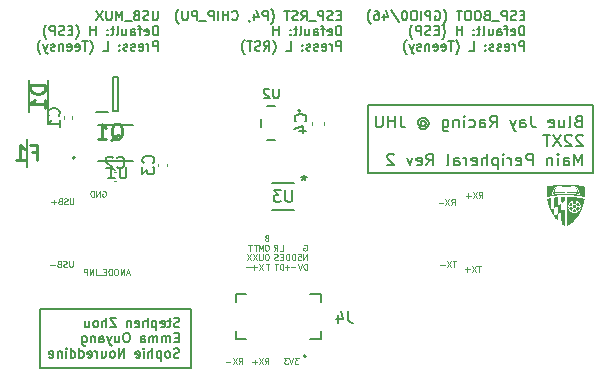
<source format=gbo>
G04 #@! TF.GenerationSoftware,KiCad,Pcbnew,9.0.4*
G04 #@! TF.CreationDate,2025-12-23T06:35:07-05:00*
G04 #@! TF.ProjectId,main_board_peripheral_v2,6d61696e-5f62-46f6-9172-645f70657269,rev?*
G04 #@! TF.SameCoordinates,Original*
G04 #@! TF.FileFunction,Legend,Bot*
G04 #@! TF.FilePolarity,Positive*
%FSLAX46Y46*%
G04 Gerber Fmt 4.6, Leading zero omitted, Abs format (unit mm)*
G04 Created by KiCad (PCBNEW 9.0.4) date 2025-12-23 06:35:07*
%MOMM*%
%LPD*%
G01*
G04 APERTURE LIST*
%ADD10C,0.200000*%
%ADD11C,0.160000*%
%ADD12C,0.100000*%
%ADD13C,0.150000*%
%ADD14C,0.254000*%
%ADD15C,0.000000*%
%ADD16C,0.127000*%
%ADD17C,0.120000*%
%ADD18C,0.152400*%
G04 APERTURE END LIST*
D10*
X94250000Y-101750000D02*
X107000000Y-101750000D01*
X107000000Y-106750000D01*
X94250000Y-106750000D01*
X94250000Y-101750000D01*
X122000000Y-84500000D02*
X141000000Y-84500000D01*
X141000000Y-90250000D01*
X122000000Y-90250000D01*
X122000000Y-84500000D01*
D11*
X105992356Y-103279770D02*
X105878070Y-103317865D01*
X105878070Y-103317865D02*
X105687594Y-103317865D01*
X105687594Y-103317865D02*
X105611403Y-103279770D01*
X105611403Y-103279770D02*
X105573308Y-103241674D01*
X105573308Y-103241674D02*
X105535213Y-103165484D01*
X105535213Y-103165484D02*
X105535213Y-103089293D01*
X105535213Y-103089293D02*
X105573308Y-103013103D01*
X105573308Y-103013103D02*
X105611403Y-102975008D01*
X105611403Y-102975008D02*
X105687594Y-102936912D01*
X105687594Y-102936912D02*
X105839975Y-102898817D01*
X105839975Y-102898817D02*
X105916165Y-102860722D01*
X105916165Y-102860722D02*
X105954260Y-102822627D01*
X105954260Y-102822627D02*
X105992356Y-102746436D01*
X105992356Y-102746436D02*
X105992356Y-102670246D01*
X105992356Y-102670246D02*
X105954260Y-102594055D01*
X105954260Y-102594055D02*
X105916165Y-102555960D01*
X105916165Y-102555960D02*
X105839975Y-102517865D01*
X105839975Y-102517865D02*
X105649498Y-102517865D01*
X105649498Y-102517865D02*
X105535213Y-102555960D01*
X105306641Y-102784531D02*
X105001879Y-102784531D01*
X105192355Y-102517865D02*
X105192355Y-103203579D01*
X105192355Y-103203579D02*
X105154260Y-103279770D01*
X105154260Y-103279770D02*
X105078070Y-103317865D01*
X105078070Y-103317865D02*
X105001879Y-103317865D01*
X104430450Y-103279770D02*
X104506641Y-103317865D01*
X104506641Y-103317865D02*
X104659022Y-103317865D01*
X104659022Y-103317865D02*
X104735212Y-103279770D01*
X104735212Y-103279770D02*
X104773308Y-103203579D01*
X104773308Y-103203579D02*
X104773308Y-102898817D01*
X104773308Y-102898817D02*
X104735212Y-102822627D01*
X104735212Y-102822627D02*
X104659022Y-102784531D01*
X104659022Y-102784531D02*
X104506641Y-102784531D01*
X104506641Y-102784531D02*
X104430450Y-102822627D01*
X104430450Y-102822627D02*
X104392355Y-102898817D01*
X104392355Y-102898817D02*
X104392355Y-102975008D01*
X104392355Y-102975008D02*
X104773308Y-103051198D01*
X104049498Y-102784531D02*
X104049498Y-103584531D01*
X104049498Y-102822627D02*
X103973308Y-102784531D01*
X103973308Y-102784531D02*
X103820927Y-102784531D01*
X103820927Y-102784531D02*
X103744736Y-102822627D01*
X103744736Y-102822627D02*
X103706641Y-102860722D01*
X103706641Y-102860722D02*
X103668546Y-102936912D01*
X103668546Y-102936912D02*
X103668546Y-103165484D01*
X103668546Y-103165484D02*
X103706641Y-103241674D01*
X103706641Y-103241674D02*
X103744736Y-103279770D01*
X103744736Y-103279770D02*
X103820927Y-103317865D01*
X103820927Y-103317865D02*
X103973308Y-103317865D01*
X103973308Y-103317865D02*
X104049498Y-103279770D01*
X103325688Y-103317865D02*
X103325688Y-102517865D01*
X102982831Y-103317865D02*
X102982831Y-102898817D01*
X102982831Y-102898817D02*
X103020926Y-102822627D01*
X103020926Y-102822627D02*
X103097117Y-102784531D01*
X103097117Y-102784531D02*
X103211403Y-102784531D01*
X103211403Y-102784531D02*
X103287593Y-102822627D01*
X103287593Y-102822627D02*
X103325688Y-102860722D01*
X102297116Y-103279770D02*
X102373307Y-103317865D01*
X102373307Y-103317865D02*
X102525688Y-103317865D01*
X102525688Y-103317865D02*
X102601878Y-103279770D01*
X102601878Y-103279770D02*
X102639974Y-103203579D01*
X102639974Y-103203579D02*
X102639974Y-102898817D01*
X102639974Y-102898817D02*
X102601878Y-102822627D01*
X102601878Y-102822627D02*
X102525688Y-102784531D01*
X102525688Y-102784531D02*
X102373307Y-102784531D01*
X102373307Y-102784531D02*
X102297116Y-102822627D01*
X102297116Y-102822627D02*
X102259021Y-102898817D01*
X102259021Y-102898817D02*
X102259021Y-102975008D01*
X102259021Y-102975008D02*
X102639974Y-103051198D01*
X101916164Y-102784531D02*
X101916164Y-103317865D01*
X101916164Y-102860722D02*
X101878069Y-102822627D01*
X101878069Y-102822627D02*
X101801879Y-102784531D01*
X101801879Y-102784531D02*
X101687593Y-102784531D01*
X101687593Y-102784531D02*
X101611402Y-102822627D01*
X101611402Y-102822627D02*
X101573307Y-102898817D01*
X101573307Y-102898817D02*
X101573307Y-103317865D01*
X100659021Y-102517865D02*
X100125687Y-102517865D01*
X100125687Y-102517865D02*
X100659021Y-103317865D01*
X100659021Y-103317865D02*
X100125687Y-103317865D01*
X99820925Y-103317865D02*
X99820925Y-102517865D01*
X99478068Y-103317865D02*
X99478068Y-102898817D01*
X99478068Y-102898817D02*
X99516163Y-102822627D01*
X99516163Y-102822627D02*
X99592354Y-102784531D01*
X99592354Y-102784531D02*
X99706640Y-102784531D01*
X99706640Y-102784531D02*
X99782830Y-102822627D01*
X99782830Y-102822627D02*
X99820925Y-102860722D01*
X98982830Y-103317865D02*
X99059020Y-103279770D01*
X99059020Y-103279770D02*
X99097115Y-103241674D01*
X99097115Y-103241674D02*
X99135211Y-103165484D01*
X99135211Y-103165484D02*
X99135211Y-102936912D01*
X99135211Y-102936912D02*
X99097115Y-102860722D01*
X99097115Y-102860722D02*
X99059020Y-102822627D01*
X99059020Y-102822627D02*
X98982830Y-102784531D01*
X98982830Y-102784531D02*
X98868544Y-102784531D01*
X98868544Y-102784531D02*
X98792353Y-102822627D01*
X98792353Y-102822627D02*
X98754258Y-102860722D01*
X98754258Y-102860722D02*
X98716163Y-102936912D01*
X98716163Y-102936912D02*
X98716163Y-103165484D01*
X98716163Y-103165484D02*
X98754258Y-103241674D01*
X98754258Y-103241674D02*
X98792353Y-103279770D01*
X98792353Y-103279770D02*
X98868544Y-103317865D01*
X98868544Y-103317865D02*
X98982830Y-103317865D01*
X98030448Y-102784531D02*
X98030448Y-103317865D01*
X98373305Y-102784531D02*
X98373305Y-103203579D01*
X98373305Y-103203579D02*
X98335210Y-103279770D01*
X98335210Y-103279770D02*
X98259020Y-103317865D01*
X98259020Y-103317865D02*
X98144734Y-103317865D01*
X98144734Y-103317865D02*
X98068543Y-103279770D01*
X98068543Y-103279770D02*
X98030448Y-103241674D01*
X105954260Y-104186772D02*
X105687594Y-104186772D01*
X105573308Y-104605820D02*
X105954260Y-104605820D01*
X105954260Y-104605820D02*
X105954260Y-103805820D01*
X105954260Y-103805820D02*
X105573308Y-103805820D01*
X105230450Y-104605820D02*
X105230450Y-104072486D01*
X105230450Y-104148677D02*
X105192355Y-104110582D01*
X105192355Y-104110582D02*
X105116165Y-104072486D01*
X105116165Y-104072486D02*
X105001879Y-104072486D01*
X105001879Y-104072486D02*
X104925688Y-104110582D01*
X104925688Y-104110582D02*
X104887593Y-104186772D01*
X104887593Y-104186772D02*
X104887593Y-104605820D01*
X104887593Y-104186772D02*
X104849498Y-104110582D01*
X104849498Y-104110582D02*
X104773307Y-104072486D01*
X104773307Y-104072486D02*
X104659022Y-104072486D01*
X104659022Y-104072486D02*
X104582831Y-104110582D01*
X104582831Y-104110582D02*
X104544736Y-104186772D01*
X104544736Y-104186772D02*
X104544736Y-104605820D01*
X104163783Y-104605820D02*
X104163783Y-104072486D01*
X104163783Y-104148677D02*
X104125688Y-104110582D01*
X104125688Y-104110582D02*
X104049498Y-104072486D01*
X104049498Y-104072486D02*
X103935212Y-104072486D01*
X103935212Y-104072486D02*
X103859021Y-104110582D01*
X103859021Y-104110582D02*
X103820926Y-104186772D01*
X103820926Y-104186772D02*
X103820926Y-104605820D01*
X103820926Y-104186772D02*
X103782831Y-104110582D01*
X103782831Y-104110582D02*
X103706640Y-104072486D01*
X103706640Y-104072486D02*
X103592355Y-104072486D01*
X103592355Y-104072486D02*
X103516164Y-104110582D01*
X103516164Y-104110582D02*
X103478069Y-104186772D01*
X103478069Y-104186772D02*
X103478069Y-104605820D01*
X102754259Y-104605820D02*
X102754259Y-104186772D01*
X102754259Y-104186772D02*
X102792354Y-104110582D01*
X102792354Y-104110582D02*
X102868545Y-104072486D01*
X102868545Y-104072486D02*
X103020926Y-104072486D01*
X103020926Y-104072486D02*
X103097116Y-104110582D01*
X102754259Y-104567725D02*
X102830450Y-104605820D01*
X102830450Y-104605820D02*
X103020926Y-104605820D01*
X103020926Y-104605820D02*
X103097116Y-104567725D01*
X103097116Y-104567725D02*
X103135212Y-104491534D01*
X103135212Y-104491534D02*
X103135212Y-104415344D01*
X103135212Y-104415344D02*
X103097116Y-104339153D01*
X103097116Y-104339153D02*
X103020926Y-104301058D01*
X103020926Y-104301058D02*
X102830450Y-104301058D01*
X102830450Y-104301058D02*
X102754259Y-104262963D01*
X101611401Y-103805820D02*
X101459020Y-103805820D01*
X101459020Y-103805820D02*
X101382830Y-103843915D01*
X101382830Y-103843915D02*
X101306639Y-103920105D01*
X101306639Y-103920105D02*
X101268544Y-104072486D01*
X101268544Y-104072486D02*
X101268544Y-104339153D01*
X101268544Y-104339153D02*
X101306639Y-104491534D01*
X101306639Y-104491534D02*
X101382830Y-104567725D01*
X101382830Y-104567725D02*
X101459020Y-104605820D01*
X101459020Y-104605820D02*
X101611401Y-104605820D01*
X101611401Y-104605820D02*
X101687592Y-104567725D01*
X101687592Y-104567725D02*
X101763782Y-104491534D01*
X101763782Y-104491534D02*
X101801878Y-104339153D01*
X101801878Y-104339153D02*
X101801878Y-104072486D01*
X101801878Y-104072486D02*
X101763782Y-103920105D01*
X101763782Y-103920105D02*
X101687592Y-103843915D01*
X101687592Y-103843915D02*
X101611401Y-103805820D01*
X100582830Y-104072486D02*
X100582830Y-104605820D01*
X100925687Y-104072486D02*
X100925687Y-104491534D01*
X100925687Y-104491534D02*
X100887592Y-104567725D01*
X100887592Y-104567725D02*
X100811402Y-104605820D01*
X100811402Y-104605820D02*
X100697116Y-104605820D01*
X100697116Y-104605820D02*
X100620925Y-104567725D01*
X100620925Y-104567725D02*
X100582830Y-104529629D01*
X100278068Y-104072486D02*
X100087592Y-104605820D01*
X99897115Y-104072486D02*
X100087592Y-104605820D01*
X100087592Y-104605820D02*
X100163782Y-104796296D01*
X100163782Y-104796296D02*
X100201877Y-104834391D01*
X100201877Y-104834391D02*
X100278068Y-104872486D01*
X99249496Y-104605820D02*
X99249496Y-104186772D01*
X99249496Y-104186772D02*
X99287591Y-104110582D01*
X99287591Y-104110582D02*
X99363782Y-104072486D01*
X99363782Y-104072486D02*
X99516163Y-104072486D01*
X99516163Y-104072486D02*
X99592353Y-104110582D01*
X99249496Y-104567725D02*
X99325687Y-104605820D01*
X99325687Y-104605820D02*
X99516163Y-104605820D01*
X99516163Y-104605820D02*
X99592353Y-104567725D01*
X99592353Y-104567725D02*
X99630449Y-104491534D01*
X99630449Y-104491534D02*
X99630449Y-104415344D01*
X99630449Y-104415344D02*
X99592353Y-104339153D01*
X99592353Y-104339153D02*
X99516163Y-104301058D01*
X99516163Y-104301058D02*
X99325687Y-104301058D01*
X99325687Y-104301058D02*
X99249496Y-104262963D01*
X98868543Y-104072486D02*
X98868543Y-104605820D01*
X98868543Y-104148677D02*
X98830448Y-104110582D01*
X98830448Y-104110582D02*
X98754258Y-104072486D01*
X98754258Y-104072486D02*
X98639972Y-104072486D01*
X98639972Y-104072486D02*
X98563781Y-104110582D01*
X98563781Y-104110582D02*
X98525686Y-104186772D01*
X98525686Y-104186772D02*
X98525686Y-104605820D01*
X97801876Y-104072486D02*
X97801876Y-104720105D01*
X97801876Y-104720105D02*
X97839971Y-104796296D01*
X97839971Y-104796296D02*
X97878067Y-104834391D01*
X97878067Y-104834391D02*
X97954257Y-104872486D01*
X97954257Y-104872486D02*
X98068543Y-104872486D01*
X98068543Y-104872486D02*
X98144733Y-104834391D01*
X97801876Y-104567725D02*
X97878067Y-104605820D01*
X97878067Y-104605820D02*
X98030448Y-104605820D01*
X98030448Y-104605820D02*
X98106638Y-104567725D01*
X98106638Y-104567725D02*
X98144733Y-104529629D01*
X98144733Y-104529629D02*
X98182829Y-104453439D01*
X98182829Y-104453439D02*
X98182829Y-104224867D01*
X98182829Y-104224867D02*
X98144733Y-104148677D01*
X98144733Y-104148677D02*
X98106638Y-104110582D01*
X98106638Y-104110582D02*
X98030448Y-104072486D01*
X98030448Y-104072486D02*
X97878067Y-104072486D01*
X97878067Y-104072486D02*
X97801876Y-104110582D01*
X105992356Y-105855680D02*
X105878070Y-105893775D01*
X105878070Y-105893775D02*
X105687594Y-105893775D01*
X105687594Y-105893775D02*
X105611403Y-105855680D01*
X105611403Y-105855680D02*
X105573308Y-105817584D01*
X105573308Y-105817584D02*
X105535213Y-105741394D01*
X105535213Y-105741394D02*
X105535213Y-105665203D01*
X105535213Y-105665203D02*
X105573308Y-105589013D01*
X105573308Y-105589013D02*
X105611403Y-105550918D01*
X105611403Y-105550918D02*
X105687594Y-105512822D01*
X105687594Y-105512822D02*
X105839975Y-105474727D01*
X105839975Y-105474727D02*
X105916165Y-105436632D01*
X105916165Y-105436632D02*
X105954260Y-105398537D01*
X105954260Y-105398537D02*
X105992356Y-105322346D01*
X105992356Y-105322346D02*
X105992356Y-105246156D01*
X105992356Y-105246156D02*
X105954260Y-105169965D01*
X105954260Y-105169965D02*
X105916165Y-105131870D01*
X105916165Y-105131870D02*
X105839975Y-105093775D01*
X105839975Y-105093775D02*
X105649498Y-105093775D01*
X105649498Y-105093775D02*
X105535213Y-105131870D01*
X105078070Y-105893775D02*
X105154260Y-105855680D01*
X105154260Y-105855680D02*
X105192355Y-105817584D01*
X105192355Y-105817584D02*
X105230451Y-105741394D01*
X105230451Y-105741394D02*
X105230451Y-105512822D01*
X105230451Y-105512822D02*
X105192355Y-105436632D01*
X105192355Y-105436632D02*
X105154260Y-105398537D01*
X105154260Y-105398537D02*
X105078070Y-105360441D01*
X105078070Y-105360441D02*
X104963784Y-105360441D01*
X104963784Y-105360441D02*
X104887593Y-105398537D01*
X104887593Y-105398537D02*
X104849498Y-105436632D01*
X104849498Y-105436632D02*
X104811403Y-105512822D01*
X104811403Y-105512822D02*
X104811403Y-105741394D01*
X104811403Y-105741394D02*
X104849498Y-105817584D01*
X104849498Y-105817584D02*
X104887593Y-105855680D01*
X104887593Y-105855680D02*
X104963784Y-105893775D01*
X104963784Y-105893775D02*
X105078070Y-105893775D01*
X104468545Y-105360441D02*
X104468545Y-106160441D01*
X104468545Y-105398537D02*
X104392355Y-105360441D01*
X104392355Y-105360441D02*
X104239974Y-105360441D01*
X104239974Y-105360441D02*
X104163783Y-105398537D01*
X104163783Y-105398537D02*
X104125688Y-105436632D01*
X104125688Y-105436632D02*
X104087593Y-105512822D01*
X104087593Y-105512822D02*
X104087593Y-105741394D01*
X104087593Y-105741394D02*
X104125688Y-105817584D01*
X104125688Y-105817584D02*
X104163783Y-105855680D01*
X104163783Y-105855680D02*
X104239974Y-105893775D01*
X104239974Y-105893775D02*
X104392355Y-105893775D01*
X104392355Y-105893775D02*
X104468545Y-105855680D01*
X103744735Y-105893775D02*
X103744735Y-105093775D01*
X103401878Y-105893775D02*
X103401878Y-105474727D01*
X103401878Y-105474727D02*
X103439973Y-105398537D01*
X103439973Y-105398537D02*
X103516164Y-105360441D01*
X103516164Y-105360441D02*
X103630450Y-105360441D01*
X103630450Y-105360441D02*
X103706640Y-105398537D01*
X103706640Y-105398537D02*
X103744735Y-105436632D01*
X103020925Y-105893775D02*
X103020925Y-105360441D01*
X103020925Y-105093775D02*
X103059021Y-105131870D01*
X103059021Y-105131870D02*
X103020925Y-105169965D01*
X103020925Y-105169965D02*
X102982830Y-105131870D01*
X102982830Y-105131870D02*
X103020925Y-105093775D01*
X103020925Y-105093775D02*
X103020925Y-105169965D01*
X102335211Y-105855680D02*
X102411402Y-105893775D01*
X102411402Y-105893775D02*
X102563783Y-105893775D01*
X102563783Y-105893775D02*
X102639973Y-105855680D01*
X102639973Y-105855680D02*
X102678069Y-105779489D01*
X102678069Y-105779489D02*
X102678069Y-105474727D01*
X102678069Y-105474727D02*
X102639973Y-105398537D01*
X102639973Y-105398537D02*
X102563783Y-105360441D01*
X102563783Y-105360441D02*
X102411402Y-105360441D01*
X102411402Y-105360441D02*
X102335211Y-105398537D01*
X102335211Y-105398537D02*
X102297116Y-105474727D01*
X102297116Y-105474727D02*
X102297116Y-105550918D01*
X102297116Y-105550918D02*
X102678069Y-105627108D01*
X101344735Y-105893775D02*
X101344735Y-105093775D01*
X101344735Y-105093775D02*
X100887592Y-105893775D01*
X100887592Y-105893775D02*
X100887592Y-105093775D01*
X100392355Y-105893775D02*
X100468545Y-105855680D01*
X100468545Y-105855680D02*
X100506640Y-105817584D01*
X100506640Y-105817584D02*
X100544736Y-105741394D01*
X100544736Y-105741394D02*
X100544736Y-105512822D01*
X100544736Y-105512822D02*
X100506640Y-105436632D01*
X100506640Y-105436632D02*
X100468545Y-105398537D01*
X100468545Y-105398537D02*
X100392355Y-105360441D01*
X100392355Y-105360441D02*
X100278069Y-105360441D01*
X100278069Y-105360441D02*
X100201878Y-105398537D01*
X100201878Y-105398537D02*
X100163783Y-105436632D01*
X100163783Y-105436632D02*
X100125688Y-105512822D01*
X100125688Y-105512822D02*
X100125688Y-105741394D01*
X100125688Y-105741394D02*
X100163783Y-105817584D01*
X100163783Y-105817584D02*
X100201878Y-105855680D01*
X100201878Y-105855680D02*
X100278069Y-105893775D01*
X100278069Y-105893775D02*
X100392355Y-105893775D01*
X99439973Y-105360441D02*
X99439973Y-105893775D01*
X99782830Y-105360441D02*
X99782830Y-105779489D01*
X99782830Y-105779489D02*
X99744735Y-105855680D01*
X99744735Y-105855680D02*
X99668545Y-105893775D01*
X99668545Y-105893775D02*
X99554259Y-105893775D01*
X99554259Y-105893775D02*
X99478068Y-105855680D01*
X99478068Y-105855680D02*
X99439973Y-105817584D01*
X99059020Y-105893775D02*
X99059020Y-105360441D01*
X99059020Y-105512822D02*
X99020925Y-105436632D01*
X99020925Y-105436632D02*
X98982830Y-105398537D01*
X98982830Y-105398537D02*
X98906639Y-105360441D01*
X98906639Y-105360441D02*
X98830449Y-105360441D01*
X98259020Y-105855680D02*
X98335211Y-105893775D01*
X98335211Y-105893775D02*
X98487592Y-105893775D01*
X98487592Y-105893775D02*
X98563782Y-105855680D01*
X98563782Y-105855680D02*
X98601878Y-105779489D01*
X98601878Y-105779489D02*
X98601878Y-105474727D01*
X98601878Y-105474727D02*
X98563782Y-105398537D01*
X98563782Y-105398537D02*
X98487592Y-105360441D01*
X98487592Y-105360441D02*
X98335211Y-105360441D01*
X98335211Y-105360441D02*
X98259020Y-105398537D01*
X98259020Y-105398537D02*
X98220925Y-105474727D01*
X98220925Y-105474727D02*
X98220925Y-105550918D01*
X98220925Y-105550918D02*
X98601878Y-105627108D01*
X97535211Y-105893775D02*
X97535211Y-105093775D01*
X97535211Y-105855680D02*
X97611402Y-105893775D01*
X97611402Y-105893775D02*
X97763783Y-105893775D01*
X97763783Y-105893775D02*
X97839973Y-105855680D01*
X97839973Y-105855680D02*
X97878068Y-105817584D01*
X97878068Y-105817584D02*
X97916164Y-105741394D01*
X97916164Y-105741394D02*
X97916164Y-105512822D01*
X97916164Y-105512822D02*
X97878068Y-105436632D01*
X97878068Y-105436632D02*
X97839973Y-105398537D01*
X97839973Y-105398537D02*
X97763783Y-105360441D01*
X97763783Y-105360441D02*
X97611402Y-105360441D01*
X97611402Y-105360441D02*
X97535211Y-105398537D01*
X96811401Y-105893775D02*
X96811401Y-105093775D01*
X96811401Y-105855680D02*
X96887592Y-105893775D01*
X96887592Y-105893775D02*
X97039973Y-105893775D01*
X97039973Y-105893775D02*
X97116163Y-105855680D01*
X97116163Y-105855680D02*
X97154258Y-105817584D01*
X97154258Y-105817584D02*
X97192354Y-105741394D01*
X97192354Y-105741394D02*
X97192354Y-105512822D01*
X97192354Y-105512822D02*
X97154258Y-105436632D01*
X97154258Y-105436632D02*
X97116163Y-105398537D01*
X97116163Y-105398537D02*
X97039973Y-105360441D01*
X97039973Y-105360441D02*
X96887592Y-105360441D01*
X96887592Y-105360441D02*
X96811401Y-105398537D01*
X96430448Y-105893775D02*
X96430448Y-105360441D01*
X96430448Y-105093775D02*
X96468544Y-105131870D01*
X96468544Y-105131870D02*
X96430448Y-105169965D01*
X96430448Y-105169965D02*
X96392353Y-105131870D01*
X96392353Y-105131870D02*
X96430448Y-105093775D01*
X96430448Y-105093775D02*
X96430448Y-105169965D01*
X96049496Y-105360441D02*
X96049496Y-105893775D01*
X96049496Y-105436632D02*
X96011401Y-105398537D01*
X96011401Y-105398537D02*
X95935211Y-105360441D01*
X95935211Y-105360441D02*
X95820925Y-105360441D01*
X95820925Y-105360441D02*
X95744734Y-105398537D01*
X95744734Y-105398537D02*
X95706639Y-105474727D01*
X95706639Y-105474727D02*
X95706639Y-105893775D01*
X95020924Y-105855680D02*
X95097115Y-105893775D01*
X95097115Y-105893775D02*
X95249496Y-105893775D01*
X95249496Y-105893775D02*
X95325686Y-105855680D01*
X95325686Y-105855680D02*
X95363782Y-105779489D01*
X95363782Y-105779489D02*
X95363782Y-105474727D01*
X95363782Y-105474727D02*
X95325686Y-105398537D01*
X95325686Y-105398537D02*
X95249496Y-105360441D01*
X95249496Y-105360441D02*
X95097115Y-105360441D01*
X95097115Y-105360441D02*
X95020924Y-105398537D01*
X95020924Y-105398537D02*
X94982829Y-105474727D01*
X94982829Y-105474727D02*
X94982829Y-105550918D01*
X94982829Y-105550918D02*
X95363782Y-105627108D01*
D10*
X139796993Y-85873521D02*
X139654136Y-85921140D01*
X139654136Y-85921140D02*
X139606517Y-85968759D01*
X139606517Y-85968759D02*
X139558898Y-86063997D01*
X139558898Y-86063997D02*
X139558898Y-86206854D01*
X139558898Y-86206854D02*
X139606517Y-86302092D01*
X139606517Y-86302092D02*
X139654136Y-86349712D01*
X139654136Y-86349712D02*
X139749374Y-86397331D01*
X139749374Y-86397331D02*
X140130326Y-86397331D01*
X140130326Y-86397331D02*
X140130326Y-85397331D01*
X140130326Y-85397331D02*
X139796993Y-85397331D01*
X139796993Y-85397331D02*
X139701755Y-85444950D01*
X139701755Y-85444950D02*
X139654136Y-85492569D01*
X139654136Y-85492569D02*
X139606517Y-85587807D01*
X139606517Y-85587807D02*
X139606517Y-85683045D01*
X139606517Y-85683045D02*
X139654136Y-85778283D01*
X139654136Y-85778283D02*
X139701755Y-85825902D01*
X139701755Y-85825902D02*
X139796993Y-85873521D01*
X139796993Y-85873521D02*
X140130326Y-85873521D01*
X138987469Y-86397331D02*
X139082707Y-86349712D01*
X139082707Y-86349712D02*
X139130326Y-86254473D01*
X139130326Y-86254473D02*
X139130326Y-85397331D01*
X138177945Y-85730664D02*
X138177945Y-86397331D01*
X138606516Y-85730664D02*
X138606516Y-86254473D01*
X138606516Y-86254473D02*
X138558897Y-86349712D01*
X138558897Y-86349712D02*
X138463659Y-86397331D01*
X138463659Y-86397331D02*
X138320802Y-86397331D01*
X138320802Y-86397331D02*
X138225564Y-86349712D01*
X138225564Y-86349712D02*
X138177945Y-86302092D01*
X137320802Y-86349712D02*
X137416040Y-86397331D01*
X137416040Y-86397331D02*
X137606516Y-86397331D01*
X137606516Y-86397331D02*
X137701754Y-86349712D01*
X137701754Y-86349712D02*
X137749373Y-86254473D01*
X137749373Y-86254473D02*
X137749373Y-85873521D01*
X137749373Y-85873521D02*
X137701754Y-85778283D01*
X137701754Y-85778283D02*
X137606516Y-85730664D01*
X137606516Y-85730664D02*
X137416040Y-85730664D01*
X137416040Y-85730664D02*
X137320802Y-85778283D01*
X137320802Y-85778283D02*
X137273183Y-85873521D01*
X137273183Y-85873521D02*
X137273183Y-85968759D01*
X137273183Y-85968759D02*
X137749373Y-86063997D01*
X135796992Y-85397331D02*
X135796992Y-86111616D01*
X135796992Y-86111616D02*
X135844611Y-86254473D01*
X135844611Y-86254473D02*
X135939849Y-86349712D01*
X135939849Y-86349712D02*
X136082706Y-86397331D01*
X136082706Y-86397331D02*
X136177944Y-86397331D01*
X134892230Y-86397331D02*
X134892230Y-85873521D01*
X134892230Y-85873521D02*
X134939849Y-85778283D01*
X134939849Y-85778283D02*
X135035087Y-85730664D01*
X135035087Y-85730664D02*
X135225563Y-85730664D01*
X135225563Y-85730664D02*
X135320801Y-85778283D01*
X134892230Y-86349712D02*
X134987468Y-86397331D01*
X134987468Y-86397331D02*
X135225563Y-86397331D01*
X135225563Y-86397331D02*
X135320801Y-86349712D01*
X135320801Y-86349712D02*
X135368420Y-86254473D01*
X135368420Y-86254473D02*
X135368420Y-86159235D01*
X135368420Y-86159235D02*
X135320801Y-86063997D01*
X135320801Y-86063997D02*
X135225563Y-86016378D01*
X135225563Y-86016378D02*
X134987468Y-86016378D01*
X134987468Y-86016378D02*
X134892230Y-85968759D01*
X134511277Y-85730664D02*
X134273182Y-86397331D01*
X134035087Y-85730664D02*
X134273182Y-86397331D01*
X134273182Y-86397331D02*
X134368420Y-86635426D01*
X134368420Y-86635426D02*
X134416039Y-86683045D01*
X134416039Y-86683045D02*
X134511277Y-86730664D01*
X132320801Y-86397331D02*
X132654134Y-85921140D01*
X132892229Y-86397331D02*
X132892229Y-85397331D01*
X132892229Y-85397331D02*
X132511277Y-85397331D01*
X132511277Y-85397331D02*
X132416039Y-85444950D01*
X132416039Y-85444950D02*
X132368420Y-85492569D01*
X132368420Y-85492569D02*
X132320801Y-85587807D01*
X132320801Y-85587807D02*
X132320801Y-85730664D01*
X132320801Y-85730664D02*
X132368420Y-85825902D01*
X132368420Y-85825902D02*
X132416039Y-85873521D01*
X132416039Y-85873521D02*
X132511277Y-85921140D01*
X132511277Y-85921140D02*
X132892229Y-85921140D01*
X131463658Y-86397331D02*
X131463658Y-85873521D01*
X131463658Y-85873521D02*
X131511277Y-85778283D01*
X131511277Y-85778283D02*
X131606515Y-85730664D01*
X131606515Y-85730664D02*
X131796991Y-85730664D01*
X131796991Y-85730664D02*
X131892229Y-85778283D01*
X131463658Y-86349712D02*
X131558896Y-86397331D01*
X131558896Y-86397331D02*
X131796991Y-86397331D01*
X131796991Y-86397331D02*
X131892229Y-86349712D01*
X131892229Y-86349712D02*
X131939848Y-86254473D01*
X131939848Y-86254473D02*
X131939848Y-86159235D01*
X131939848Y-86159235D02*
X131892229Y-86063997D01*
X131892229Y-86063997D02*
X131796991Y-86016378D01*
X131796991Y-86016378D02*
X131558896Y-86016378D01*
X131558896Y-86016378D02*
X131463658Y-85968759D01*
X130558896Y-86349712D02*
X130654134Y-86397331D01*
X130654134Y-86397331D02*
X130844610Y-86397331D01*
X130844610Y-86397331D02*
X130939848Y-86349712D01*
X130939848Y-86349712D02*
X130987467Y-86302092D01*
X130987467Y-86302092D02*
X131035086Y-86206854D01*
X131035086Y-86206854D02*
X131035086Y-85921140D01*
X131035086Y-85921140D02*
X130987467Y-85825902D01*
X130987467Y-85825902D02*
X130939848Y-85778283D01*
X130939848Y-85778283D02*
X130844610Y-85730664D01*
X130844610Y-85730664D02*
X130654134Y-85730664D01*
X130654134Y-85730664D02*
X130558896Y-85778283D01*
X130130324Y-86397331D02*
X130130324Y-85730664D01*
X130130324Y-85397331D02*
X130177943Y-85444950D01*
X130177943Y-85444950D02*
X130130324Y-85492569D01*
X130130324Y-85492569D02*
X130082705Y-85444950D01*
X130082705Y-85444950D02*
X130130324Y-85397331D01*
X130130324Y-85397331D02*
X130130324Y-85492569D01*
X129654134Y-85730664D02*
X129654134Y-86397331D01*
X129654134Y-85825902D02*
X129606515Y-85778283D01*
X129606515Y-85778283D02*
X129511277Y-85730664D01*
X129511277Y-85730664D02*
X129368420Y-85730664D01*
X129368420Y-85730664D02*
X129273182Y-85778283D01*
X129273182Y-85778283D02*
X129225563Y-85873521D01*
X129225563Y-85873521D02*
X129225563Y-86397331D01*
X128320801Y-85730664D02*
X128320801Y-86540188D01*
X128320801Y-86540188D02*
X128368420Y-86635426D01*
X128368420Y-86635426D02*
X128416039Y-86683045D01*
X128416039Y-86683045D02*
X128511277Y-86730664D01*
X128511277Y-86730664D02*
X128654134Y-86730664D01*
X128654134Y-86730664D02*
X128749372Y-86683045D01*
X128320801Y-86349712D02*
X128416039Y-86397331D01*
X128416039Y-86397331D02*
X128606515Y-86397331D01*
X128606515Y-86397331D02*
X128701753Y-86349712D01*
X128701753Y-86349712D02*
X128749372Y-86302092D01*
X128749372Y-86302092D02*
X128796991Y-86206854D01*
X128796991Y-86206854D02*
X128796991Y-85921140D01*
X128796991Y-85921140D02*
X128749372Y-85825902D01*
X128749372Y-85825902D02*
X128701753Y-85778283D01*
X128701753Y-85778283D02*
X128606515Y-85730664D01*
X128606515Y-85730664D02*
X128416039Y-85730664D01*
X128416039Y-85730664D02*
X128320801Y-85778283D01*
X126463658Y-85921140D02*
X126511277Y-85873521D01*
X126511277Y-85873521D02*
X126606515Y-85825902D01*
X126606515Y-85825902D02*
X126701753Y-85825902D01*
X126701753Y-85825902D02*
X126796991Y-85873521D01*
X126796991Y-85873521D02*
X126844610Y-85921140D01*
X126844610Y-85921140D02*
X126892229Y-86016378D01*
X126892229Y-86016378D02*
X126892229Y-86111616D01*
X126892229Y-86111616D02*
X126844610Y-86206854D01*
X126844610Y-86206854D02*
X126796991Y-86254473D01*
X126796991Y-86254473D02*
X126701753Y-86302092D01*
X126701753Y-86302092D02*
X126606515Y-86302092D01*
X126606515Y-86302092D02*
X126511277Y-86254473D01*
X126511277Y-86254473D02*
X126463658Y-86206854D01*
X126463658Y-85825902D02*
X126463658Y-86206854D01*
X126463658Y-86206854D02*
X126416039Y-86254473D01*
X126416039Y-86254473D02*
X126368420Y-86254473D01*
X126368420Y-86254473D02*
X126273181Y-86206854D01*
X126273181Y-86206854D02*
X126225562Y-86111616D01*
X126225562Y-86111616D02*
X126225562Y-85873521D01*
X126225562Y-85873521D02*
X126320801Y-85730664D01*
X126320801Y-85730664D02*
X126463658Y-85635426D01*
X126463658Y-85635426D02*
X126654134Y-85587807D01*
X126654134Y-85587807D02*
X126844610Y-85635426D01*
X126844610Y-85635426D02*
X126987467Y-85730664D01*
X126987467Y-85730664D02*
X127082705Y-85873521D01*
X127082705Y-85873521D02*
X127130324Y-86063997D01*
X127130324Y-86063997D02*
X127082705Y-86254473D01*
X127082705Y-86254473D02*
X126987467Y-86397331D01*
X126987467Y-86397331D02*
X126844610Y-86492569D01*
X126844610Y-86492569D02*
X126654134Y-86540188D01*
X126654134Y-86540188D02*
X126463658Y-86492569D01*
X126463658Y-86492569D02*
X126320801Y-86397331D01*
X124749372Y-85397331D02*
X124749372Y-86111616D01*
X124749372Y-86111616D02*
X124796991Y-86254473D01*
X124796991Y-86254473D02*
X124892229Y-86349712D01*
X124892229Y-86349712D02*
X125035086Y-86397331D01*
X125035086Y-86397331D02*
X125130324Y-86397331D01*
X124273181Y-86397331D02*
X124273181Y-85397331D01*
X124273181Y-85873521D02*
X123701753Y-85873521D01*
X123701753Y-86397331D02*
X123701753Y-85397331D01*
X123225562Y-85397331D02*
X123225562Y-86206854D01*
X123225562Y-86206854D02*
X123177943Y-86302092D01*
X123177943Y-86302092D02*
X123130324Y-86349712D01*
X123130324Y-86349712D02*
X123035086Y-86397331D01*
X123035086Y-86397331D02*
X122844610Y-86397331D01*
X122844610Y-86397331D02*
X122749372Y-86349712D01*
X122749372Y-86349712D02*
X122701753Y-86302092D01*
X122701753Y-86302092D02*
X122654134Y-86206854D01*
X122654134Y-86206854D02*
X122654134Y-85397331D01*
X140177945Y-87102513D02*
X140130326Y-87054894D01*
X140130326Y-87054894D02*
X140035088Y-87007275D01*
X140035088Y-87007275D02*
X139796993Y-87007275D01*
X139796993Y-87007275D02*
X139701755Y-87054894D01*
X139701755Y-87054894D02*
X139654136Y-87102513D01*
X139654136Y-87102513D02*
X139606517Y-87197751D01*
X139606517Y-87197751D02*
X139606517Y-87292989D01*
X139606517Y-87292989D02*
X139654136Y-87435846D01*
X139654136Y-87435846D02*
X140225564Y-88007275D01*
X140225564Y-88007275D02*
X139606517Y-88007275D01*
X139225564Y-87102513D02*
X139177945Y-87054894D01*
X139177945Y-87054894D02*
X139082707Y-87007275D01*
X139082707Y-87007275D02*
X138844612Y-87007275D01*
X138844612Y-87007275D02*
X138749374Y-87054894D01*
X138749374Y-87054894D02*
X138701755Y-87102513D01*
X138701755Y-87102513D02*
X138654136Y-87197751D01*
X138654136Y-87197751D02*
X138654136Y-87292989D01*
X138654136Y-87292989D02*
X138701755Y-87435846D01*
X138701755Y-87435846D02*
X139273183Y-88007275D01*
X139273183Y-88007275D02*
X138654136Y-88007275D01*
X138320802Y-87007275D02*
X137654136Y-88007275D01*
X137654136Y-87007275D02*
X138320802Y-88007275D01*
X137416040Y-87007275D02*
X136844612Y-87007275D01*
X137130326Y-88007275D02*
X137130326Y-87007275D01*
X140130326Y-89617219D02*
X140130326Y-88617219D01*
X140130326Y-88617219D02*
X139796993Y-89331504D01*
X139796993Y-89331504D02*
X139463660Y-88617219D01*
X139463660Y-88617219D02*
X139463660Y-89617219D01*
X138558898Y-89617219D02*
X138558898Y-89093409D01*
X138558898Y-89093409D02*
X138606517Y-88998171D01*
X138606517Y-88998171D02*
X138701755Y-88950552D01*
X138701755Y-88950552D02*
X138892231Y-88950552D01*
X138892231Y-88950552D02*
X138987469Y-88998171D01*
X138558898Y-89569600D02*
X138654136Y-89617219D01*
X138654136Y-89617219D02*
X138892231Y-89617219D01*
X138892231Y-89617219D02*
X138987469Y-89569600D01*
X138987469Y-89569600D02*
X139035088Y-89474361D01*
X139035088Y-89474361D02*
X139035088Y-89379123D01*
X139035088Y-89379123D02*
X138987469Y-89283885D01*
X138987469Y-89283885D02*
X138892231Y-89236266D01*
X138892231Y-89236266D02*
X138654136Y-89236266D01*
X138654136Y-89236266D02*
X138558898Y-89188647D01*
X138082707Y-89617219D02*
X138082707Y-88950552D01*
X138082707Y-88617219D02*
X138130326Y-88664838D01*
X138130326Y-88664838D02*
X138082707Y-88712457D01*
X138082707Y-88712457D02*
X138035088Y-88664838D01*
X138035088Y-88664838D02*
X138082707Y-88617219D01*
X138082707Y-88617219D02*
X138082707Y-88712457D01*
X137606517Y-88950552D02*
X137606517Y-89617219D01*
X137606517Y-89045790D02*
X137558898Y-88998171D01*
X137558898Y-88998171D02*
X137463660Y-88950552D01*
X137463660Y-88950552D02*
X137320803Y-88950552D01*
X137320803Y-88950552D02*
X137225565Y-88998171D01*
X137225565Y-88998171D02*
X137177946Y-89093409D01*
X137177946Y-89093409D02*
X137177946Y-89617219D01*
X135939850Y-89617219D02*
X135939850Y-88617219D01*
X135939850Y-88617219D02*
X135558898Y-88617219D01*
X135558898Y-88617219D02*
X135463660Y-88664838D01*
X135463660Y-88664838D02*
X135416041Y-88712457D01*
X135416041Y-88712457D02*
X135368422Y-88807695D01*
X135368422Y-88807695D02*
X135368422Y-88950552D01*
X135368422Y-88950552D02*
X135416041Y-89045790D01*
X135416041Y-89045790D02*
X135463660Y-89093409D01*
X135463660Y-89093409D02*
X135558898Y-89141028D01*
X135558898Y-89141028D02*
X135939850Y-89141028D01*
X134558898Y-89569600D02*
X134654136Y-89617219D01*
X134654136Y-89617219D02*
X134844612Y-89617219D01*
X134844612Y-89617219D02*
X134939850Y-89569600D01*
X134939850Y-89569600D02*
X134987469Y-89474361D01*
X134987469Y-89474361D02*
X134987469Y-89093409D01*
X134987469Y-89093409D02*
X134939850Y-88998171D01*
X134939850Y-88998171D02*
X134844612Y-88950552D01*
X134844612Y-88950552D02*
X134654136Y-88950552D01*
X134654136Y-88950552D02*
X134558898Y-88998171D01*
X134558898Y-88998171D02*
X134511279Y-89093409D01*
X134511279Y-89093409D02*
X134511279Y-89188647D01*
X134511279Y-89188647D02*
X134987469Y-89283885D01*
X134082707Y-89617219D02*
X134082707Y-88950552D01*
X134082707Y-89141028D02*
X134035088Y-89045790D01*
X134035088Y-89045790D02*
X133987469Y-88998171D01*
X133987469Y-88998171D02*
X133892231Y-88950552D01*
X133892231Y-88950552D02*
X133796993Y-88950552D01*
X133463659Y-89617219D02*
X133463659Y-88950552D01*
X133463659Y-88617219D02*
X133511278Y-88664838D01*
X133511278Y-88664838D02*
X133463659Y-88712457D01*
X133463659Y-88712457D02*
X133416040Y-88664838D01*
X133416040Y-88664838D02*
X133463659Y-88617219D01*
X133463659Y-88617219D02*
X133463659Y-88712457D01*
X132987469Y-88950552D02*
X132987469Y-89950552D01*
X132987469Y-88998171D02*
X132892231Y-88950552D01*
X132892231Y-88950552D02*
X132701755Y-88950552D01*
X132701755Y-88950552D02*
X132606517Y-88998171D01*
X132606517Y-88998171D02*
X132558898Y-89045790D01*
X132558898Y-89045790D02*
X132511279Y-89141028D01*
X132511279Y-89141028D02*
X132511279Y-89426742D01*
X132511279Y-89426742D02*
X132558898Y-89521980D01*
X132558898Y-89521980D02*
X132606517Y-89569600D01*
X132606517Y-89569600D02*
X132701755Y-89617219D01*
X132701755Y-89617219D02*
X132892231Y-89617219D01*
X132892231Y-89617219D02*
X132987469Y-89569600D01*
X132082707Y-89617219D02*
X132082707Y-88617219D01*
X131654136Y-89617219D02*
X131654136Y-89093409D01*
X131654136Y-89093409D02*
X131701755Y-88998171D01*
X131701755Y-88998171D02*
X131796993Y-88950552D01*
X131796993Y-88950552D02*
X131939850Y-88950552D01*
X131939850Y-88950552D02*
X132035088Y-88998171D01*
X132035088Y-88998171D02*
X132082707Y-89045790D01*
X130796993Y-89569600D02*
X130892231Y-89617219D01*
X130892231Y-89617219D02*
X131082707Y-89617219D01*
X131082707Y-89617219D02*
X131177945Y-89569600D01*
X131177945Y-89569600D02*
X131225564Y-89474361D01*
X131225564Y-89474361D02*
X131225564Y-89093409D01*
X131225564Y-89093409D02*
X131177945Y-88998171D01*
X131177945Y-88998171D02*
X131082707Y-88950552D01*
X131082707Y-88950552D02*
X130892231Y-88950552D01*
X130892231Y-88950552D02*
X130796993Y-88998171D01*
X130796993Y-88998171D02*
X130749374Y-89093409D01*
X130749374Y-89093409D02*
X130749374Y-89188647D01*
X130749374Y-89188647D02*
X131225564Y-89283885D01*
X130320802Y-89617219D02*
X130320802Y-88950552D01*
X130320802Y-89141028D02*
X130273183Y-89045790D01*
X130273183Y-89045790D02*
X130225564Y-88998171D01*
X130225564Y-88998171D02*
X130130326Y-88950552D01*
X130130326Y-88950552D02*
X130035088Y-88950552D01*
X129273183Y-89617219D02*
X129273183Y-89093409D01*
X129273183Y-89093409D02*
X129320802Y-88998171D01*
X129320802Y-88998171D02*
X129416040Y-88950552D01*
X129416040Y-88950552D02*
X129606516Y-88950552D01*
X129606516Y-88950552D02*
X129701754Y-88998171D01*
X129273183Y-89569600D02*
X129368421Y-89617219D01*
X129368421Y-89617219D02*
X129606516Y-89617219D01*
X129606516Y-89617219D02*
X129701754Y-89569600D01*
X129701754Y-89569600D02*
X129749373Y-89474361D01*
X129749373Y-89474361D02*
X129749373Y-89379123D01*
X129749373Y-89379123D02*
X129701754Y-89283885D01*
X129701754Y-89283885D02*
X129606516Y-89236266D01*
X129606516Y-89236266D02*
X129368421Y-89236266D01*
X129368421Y-89236266D02*
X129273183Y-89188647D01*
X128654135Y-89617219D02*
X128749373Y-89569600D01*
X128749373Y-89569600D02*
X128796992Y-89474361D01*
X128796992Y-89474361D02*
X128796992Y-88617219D01*
X126939849Y-89617219D02*
X127273182Y-89141028D01*
X127511277Y-89617219D02*
X127511277Y-88617219D01*
X127511277Y-88617219D02*
X127130325Y-88617219D01*
X127130325Y-88617219D02*
X127035087Y-88664838D01*
X127035087Y-88664838D02*
X126987468Y-88712457D01*
X126987468Y-88712457D02*
X126939849Y-88807695D01*
X126939849Y-88807695D02*
X126939849Y-88950552D01*
X126939849Y-88950552D02*
X126987468Y-89045790D01*
X126987468Y-89045790D02*
X127035087Y-89093409D01*
X127035087Y-89093409D02*
X127130325Y-89141028D01*
X127130325Y-89141028D02*
X127511277Y-89141028D01*
X126130325Y-89569600D02*
X126225563Y-89617219D01*
X126225563Y-89617219D02*
X126416039Y-89617219D01*
X126416039Y-89617219D02*
X126511277Y-89569600D01*
X126511277Y-89569600D02*
X126558896Y-89474361D01*
X126558896Y-89474361D02*
X126558896Y-89093409D01*
X126558896Y-89093409D02*
X126511277Y-88998171D01*
X126511277Y-88998171D02*
X126416039Y-88950552D01*
X126416039Y-88950552D02*
X126225563Y-88950552D01*
X126225563Y-88950552D02*
X126130325Y-88998171D01*
X126130325Y-88998171D02*
X126082706Y-89093409D01*
X126082706Y-89093409D02*
X126082706Y-89188647D01*
X126082706Y-89188647D02*
X126558896Y-89283885D01*
X125749372Y-88950552D02*
X125511277Y-89617219D01*
X125511277Y-89617219D02*
X125273182Y-88950552D01*
X124177943Y-88712457D02*
X124130324Y-88664838D01*
X124130324Y-88664838D02*
X124035086Y-88617219D01*
X124035086Y-88617219D02*
X123796991Y-88617219D01*
X123796991Y-88617219D02*
X123701753Y-88664838D01*
X123701753Y-88664838D02*
X123654134Y-88712457D01*
X123654134Y-88712457D02*
X123606515Y-88807695D01*
X123606515Y-88807695D02*
X123606515Y-88902933D01*
X123606515Y-88902933D02*
X123654134Y-89045790D01*
X123654134Y-89045790D02*
X124225562Y-89617219D01*
X124225562Y-89617219D02*
X123606515Y-89617219D01*
D12*
X112136591Y-96323665D02*
X111850877Y-96323665D01*
X111993734Y-96823665D02*
X111993734Y-96323665D01*
X112112782Y-97128637D02*
X111779449Y-97628637D01*
X111779449Y-97128637D02*
X112112782Y-97628637D01*
X112065163Y-98243133D02*
X111684211Y-98243133D01*
X112636591Y-96323665D02*
X112350877Y-96323665D01*
X112493734Y-96823665D02*
X112493734Y-96323665D01*
X112612782Y-97128637D02*
X112279449Y-97628637D01*
X112279449Y-97128637D02*
X112612782Y-97628637D01*
X112565163Y-98243133D02*
X112184211Y-98243133D01*
X112374687Y-98433609D02*
X112374687Y-98052657D01*
X113065163Y-96823665D02*
X113065163Y-96323665D01*
X113065163Y-96323665D02*
X112898496Y-96680808D01*
X112898496Y-96680808D02*
X112731830Y-96323665D01*
X112731830Y-96323665D02*
X112731830Y-96823665D01*
X113065163Y-97128637D02*
X113065163Y-97533399D01*
X113065163Y-97533399D02*
X113041353Y-97581018D01*
X113041353Y-97581018D02*
X113017544Y-97604828D01*
X113017544Y-97604828D02*
X112969925Y-97628637D01*
X112969925Y-97628637D02*
X112874687Y-97628637D01*
X112874687Y-97628637D02*
X112827068Y-97604828D01*
X112827068Y-97604828D02*
X112803258Y-97581018D01*
X112803258Y-97581018D02*
X112779449Y-97533399D01*
X112779449Y-97533399D02*
X112779449Y-97128637D01*
X113112782Y-97933609D02*
X112779449Y-98433609D01*
X112779449Y-97933609D02*
X113112782Y-98433609D01*
X113398496Y-95756788D02*
X113327068Y-95780598D01*
X113327068Y-95780598D02*
X113303258Y-95804407D01*
X113303258Y-95804407D02*
X113279449Y-95852026D01*
X113279449Y-95852026D02*
X113279449Y-95923455D01*
X113279449Y-95923455D02*
X113303258Y-95971074D01*
X113303258Y-95971074D02*
X113327068Y-95994884D01*
X113327068Y-95994884D02*
X113374687Y-96018693D01*
X113374687Y-96018693D02*
X113565163Y-96018693D01*
X113565163Y-96018693D02*
X113565163Y-95518693D01*
X113565163Y-95518693D02*
X113398496Y-95518693D01*
X113398496Y-95518693D02*
X113350877Y-95542503D01*
X113350877Y-95542503D02*
X113327068Y-95566312D01*
X113327068Y-95566312D02*
X113303258Y-95613931D01*
X113303258Y-95613931D02*
X113303258Y-95661550D01*
X113303258Y-95661550D02*
X113327068Y-95709169D01*
X113327068Y-95709169D02*
X113350877Y-95732979D01*
X113350877Y-95732979D02*
X113398496Y-95756788D01*
X113398496Y-95756788D02*
X113565163Y-95756788D01*
X113469925Y-96323665D02*
X113374687Y-96323665D01*
X113374687Y-96323665D02*
X113327068Y-96347475D01*
X113327068Y-96347475D02*
X113279449Y-96395094D01*
X113279449Y-96395094D02*
X113255639Y-96490332D01*
X113255639Y-96490332D02*
X113255639Y-96656998D01*
X113255639Y-96656998D02*
X113279449Y-96752236D01*
X113279449Y-96752236D02*
X113327068Y-96799856D01*
X113327068Y-96799856D02*
X113374687Y-96823665D01*
X113374687Y-96823665D02*
X113469925Y-96823665D01*
X113469925Y-96823665D02*
X113517544Y-96799856D01*
X113517544Y-96799856D02*
X113565163Y-96752236D01*
X113565163Y-96752236D02*
X113588972Y-96656998D01*
X113588972Y-96656998D02*
X113588972Y-96490332D01*
X113588972Y-96490332D02*
X113565163Y-96395094D01*
X113565163Y-96395094D02*
X113517544Y-96347475D01*
X113517544Y-96347475D02*
X113469925Y-96323665D01*
X113469925Y-97128637D02*
X113374687Y-97128637D01*
X113374687Y-97128637D02*
X113327068Y-97152447D01*
X113327068Y-97152447D02*
X113279449Y-97200066D01*
X113279449Y-97200066D02*
X113255639Y-97295304D01*
X113255639Y-97295304D02*
X113255639Y-97461970D01*
X113255639Y-97461970D02*
X113279449Y-97557208D01*
X113279449Y-97557208D02*
X113327068Y-97604828D01*
X113327068Y-97604828D02*
X113374687Y-97628637D01*
X113374687Y-97628637D02*
X113469925Y-97628637D01*
X113469925Y-97628637D02*
X113517544Y-97604828D01*
X113517544Y-97604828D02*
X113565163Y-97557208D01*
X113565163Y-97557208D02*
X113588972Y-97461970D01*
X113588972Y-97461970D02*
X113588972Y-97295304D01*
X113588972Y-97295304D02*
X113565163Y-97200066D01*
X113565163Y-97200066D02*
X113517544Y-97152447D01*
X113517544Y-97152447D02*
X113469925Y-97128637D01*
X113636591Y-97933609D02*
X113350877Y-97933609D01*
X113493734Y-98433609D02*
X113493734Y-97933609D01*
X114029449Y-96823665D02*
X114196115Y-96585570D01*
X114315163Y-96823665D02*
X114315163Y-96323665D01*
X114315163Y-96323665D02*
X114124687Y-96323665D01*
X114124687Y-96323665D02*
X114077068Y-96347475D01*
X114077068Y-96347475D02*
X114053258Y-96371284D01*
X114053258Y-96371284D02*
X114029449Y-96418903D01*
X114029449Y-96418903D02*
X114029449Y-96490332D01*
X114029449Y-96490332D02*
X114053258Y-96537951D01*
X114053258Y-96537951D02*
X114077068Y-96561760D01*
X114077068Y-96561760D02*
X114124687Y-96585570D01*
X114124687Y-96585570D02*
X114315163Y-96585570D01*
X114338972Y-97604828D02*
X114267544Y-97628637D01*
X114267544Y-97628637D02*
X114148496Y-97628637D01*
X114148496Y-97628637D02*
X114100877Y-97604828D01*
X114100877Y-97604828D02*
X114077068Y-97581018D01*
X114077068Y-97581018D02*
X114053258Y-97533399D01*
X114053258Y-97533399D02*
X114053258Y-97485780D01*
X114053258Y-97485780D02*
X114077068Y-97438161D01*
X114077068Y-97438161D02*
X114100877Y-97414351D01*
X114100877Y-97414351D02*
X114148496Y-97390542D01*
X114148496Y-97390542D02*
X114243734Y-97366732D01*
X114243734Y-97366732D02*
X114291353Y-97342923D01*
X114291353Y-97342923D02*
X114315163Y-97319113D01*
X114315163Y-97319113D02*
X114338972Y-97271494D01*
X114338972Y-97271494D02*
X114338972Y-97223875D01*
X114338972Y-97223875D02*
X114315163Y-97176256D01*
X114315163Y-97176256D02*
X114291353Y-97152447D01*
X114291353Y-97152447D02*
X114243734Y-97128637D01*
X114243734Y-97128637D02*
X114124687Y-97128637D01*
X114124687Y-97128637D02*
X114053258Y-97152447D01*
X114386591Y-97933609D02*
X114100877Y-97933609D01*
X114243734Y-98433609D02*
X114243734Y-97933609D01*
X114577068Y-96823665D02*
X114815163Y-96823665D01*
X114815163Y-96823665D02*
X114815163Y-96323665D01*
X114815163Y-97366732D02*
X114648496Y-97366732D01*
X114577068Y-97628637D02*
X114815163Y-97628637D01*
X114815163Y-97628637D02*
X114815163Y-97128637D01*
X114815163Y-97128637D02*
X114577068Y-97128637D01*
X114815163Y-98433609D02*
X114815163Y-97933609D01*
X114815163Y-97933609D02*
X114696115Y-97933609D01*
X114696115Y-97933609D02*
X114624687Y-97957419D01*
X114624687Y-97957419D02*
X114577068Y-98005038D01*
X114577068Y-98005038D02*
X114553258Y-98052657D01*
X114553258Y-98052657D02*
X114529449Y-98147895D01*
X114529449Y-98147895D02*
X114529449Y-98219323D01*
X114529449Y-98219323D02*
X114553258Y-98314561D01*
X114553258Y-98314561D02*
X114577068Y-98362180D01*
X114577068Y-98362180D02*
X114624687Y-98409800D01*
X114624687Y-98409800D02*
X114696115Y-98433609D01*
X114696115Y-98433609D02*
X114815163Y-98433609D01*
X115315163Y-97628637D02*
X115315163Y-97128637D01*
X115315163Y-97128637D02*
X115196115Y-97128637D01*
X115196115Y-97128637D02*
X115124687Y-97152447D01*
X115124687Y-97152447D02*
X115077068Y-97200066D01*
X115077068Y-97200066D02*
X115053258Y-97247685D01*
X115053258Y-97247685D02*
X115029449Y-97342923D01*
X115029449Y-97342923D02*
X115029449Y-97414351D01*
X115029449Y-97414351D02*
X115053258Y-97509589D01*
X115053258Y-97509589D02*
X115077068Y-97557208D01*
X115077068Y-97557208D02*
X115124687Y-97604828D01*
X115124687Y-97604828D02*
X115196115Y-97628637D01*
X115196115Y-97628637D02*
X115315163Y-97628637D01*
X115315163Y-98243133D02*
X114934211Y-98243133D01*
X115124687Y-98433609D02*
X115124687Y-98052657D01*
X115815163Y-97628637D02*
X115815163Y-97128637D01*
X115815163Y-97128637D02*
X115696115Y-97128637D01*
X115696115Y-97128637D02*
X115624687Y-97152447D01*
X115624687Y-97152447D02*
X115577068Y-97200066D01*
X115577068Y-97200066D02*
X115553258Y-97247685D01*
X115553258Y-97247685D02*
X115529449Y-97342923D01*
X115529449Y-97342923D02*
X115529449Y-97414351D01*
X115529449Y-97414351D02*
X115553258Y-97509589D01*
X115553258Y-97509589D02*
X115577068Y-97557208D01*
X115577068Y-97557208D02*
X115624687Y-97604828D01*
X115624687Y-97604828D02*
X115696115Y-97628637D01*
X115696115Y-97628637D02*
X115815163Y-97628637D01*
X115815163Y-98243133D02*
X115434211Y-98243133D01*
X116077068Y-97128637D02*
X116315163Y-97128637D01*
X116315163Y-97128637D02*
X116338972Y-97366732D01*
X116338972Y-97366732D02*
X116315163Y-97342923D01*
X116315163Y-97342923D02*
X116267544Y-97319113D01*
X116267544Y-97319113D02*
X116148496Y-97319113D01*
X116148496Y-97319113D02*
X116100877Y-97342923D01*
X116100877Y-97342923D02*
X116077068Y-97366732D01*
X116077068Y-97366732D02*
X116053258Y-97414351D01*
X116053258Y-97414351D02*
X116053258Y-97533399D01*
X116053258Y-97533399D02*
X116077068Y-97581018D01*
X116077068Y-97581018D02*
X116100877Y-97604828D01*
X116100877Y-97604828D02*
X116148496Y-97628637D01*
X116148496Y-97628637D02*
X116267544Y-97628637D01*
X116267544Y-97628637D02*
X116315163Y-97604828D01*
X116315163Y-97604828D02*
X116338972Y-97581018D01*
X116386591Y-97933609D02*
X116219925Y-98433609D01*
X116219925Y-98433609D02*
X116053258Y-97933609D01*
X116553258Y-96347475D02*
X116600877Y-96323665D01*
X116600877Y-96323665D02*
X116672306Y-96323665D01*
X116672306Y-96323665D02*
X116743734Y-96347475D01*
X116743734Y-96347475D02*
X116791353Y-96395094D01*
X116791353Y-96395094D02*
X116815163Y-96442713D01*
X116815163Y-96442713D02*
X116838972Y-96537951D01*
X116838972Y-96537951D02*
X116838972Y-96609379D01*
X116838972Y-96609379D02*
X116815163Y-96704617D01*
X116815163Y-96704617D02*
X116791353Y-96752236D01*
X116791353Y-96752236D02*
X116743734Y-96799856D01*
X116743734Y-96799856D02*
X116672306Y-96823665D01*
X116672306Y-96823665D02*
X116624687Y-96823665D01*
X116624687Y-96823665D02*
X116553258Y-96799856D01*
X116553258Y-96799856D02*
X116529449Y-96776046D01*
X116529449Y-96776046D02*
X116529449Y-96609379D01*
X116529449Y-96609379D02*
X116624687Y-96609379D01*
X116815163Y-97628637D02*
X116815163Y-97128637D01*
X116815163Y-97128637D02*
X116529449Y-97628637D01*
X116529449Y-97628637D02*
X116529449Y-97128637D01*
X116815163Y-98433609D02*
X116815163Y-97933609D01*
X116815163Y-97933609D02*
X116696115Y-97933609D01*
X116696115Y-97933609D02*
X116624687Y-97957419D01*
X116624687Y-97957419D02*
X116577068Y-98005038D01*
X116577068Y-98005038D02*
X116553258Y-98052657D01*
X116553258Y-98052657D02*
X116529449Y-98147895D01*
X116529449Y-98147895D02*
X116529449Y-98219323D01*
X116529449Y-98219323D02*
X116553258Y-98314561D01*
X116553258Y-98314561D02*
X116577068Y-98362180D01*
X116577068Y-98362180D02*
X116624687Y-98409800D01*
X116624687Y-98409800D02*
X116696115Y-98433609D01*
X116696115Y-98433609D02*
X116815163Y-98433609D01*
X111029449Y-106433609D02*
X111196115Y-106195514D01*
X111315163Y-106433609D02*
X111315163Y-105933609D01*
X111315163Y-105933609D02*
X111124687Y-105933609D01*
X111124687Y-105933609D02*
X111077068Y-105957419D01*
X111077068Y-105957419D02*
X111053258Y-105981228D01*
X111053258Y-105981228D02*
X111029449Y-106028847D01*
X111029449Y-106028847D02*
X111029449Y-106100276D01*
X111029449Y-106100276D02*
X111053258Y-106147895D01*
X111053258Y-106147895D02*
X111077068Y-106171704D01*
X111077068Y-106171704D02*
X111124687Y-106195514D01*
X111124687Y-106195514D02*
X111315163Y-106195514D01*
X110862782Y-105933609D02*
X110529449Y-106433609D01*
X110529449Y-105933609D02*
X110862782Y-106433609D01*
X110338973Y-106243133D02*
X109958021Y-106243133D01*
X113279449Y-106433609D02*
X113446115Y-106195514D01*
X113565163Y-106433609D02*
X113565163Y-105933609D01*
X113565163Y-105933609D02*
X113374687Y-105933609D01*
X113374687Y-105933609D02*
X113327068Y-105957419D01*
X113327068Y-105957419D02*
X113303258Y-105981228D01*
X113303258Y-105981228D02*
X113279449Y-106028847D01*
X113279449Y-106028847D02*
X113279449Y-106100276D01*
X113279449Y-106100276D02*
X113303258Y-106147895D01*
X113303258Y-106147895D02*
X113327068Y-106171704D01*
X113327068Y-106171704D02*
X113374687Y-106195514D01*
X113374687Y-106195514D02*
X113565163Y-106195514D01*
X113112782Y-105933609D02*
X112779449Y-106433609D01*
X112779449Y-105933609D02*
X113112782Y-106433609D01*
X112588973Y-106243133D02*
X112208021Y-106243133D01*
X112398497Y-106433609D02*
X112398497Y-106052657D01*
X116112782Y-105933609D02*
X115803258Y-105933609D01*
X115803258Y-105933609D02*
X115969925Y-106124085D01*
X115969925Y-106124085D02*
X115898496Y-106124085D01*
X115898496Y-106124085D02*
X115850877Y-106147895D01*
X115850877Y-106147895D02*
X115827068Y-106171704D01*
X115827068Y-106171704D02*
X115803258Y-106219323D01*
X115803258Y-106219323D02*
X115803258Y-106338371D01*
X115803258Y-106338371D02*
X115827068Y-106385990D01*
X115827068Y-106385990D02*
X115850877Y-106409800D01*
X115850877Y-106409800D02*
X115898496Y-106433609D01*
X115898496Y-106433609D02*
X116041353Y-106433609D01*
X116041353Y-106433609D02*
X116088972Y-106409800D01*
X116088972Y-106409800D02*
X116112782Y-106385990D01*
X115660401Y-105933609D02*
X115493735Y-106433609D01*
X115493735Y-106433609D02*
X115327068Y-105933609D01*
X115208021Y-105933609D02*
X114898497Y-105933609D01*
X114898497Y-105933609D02*
X115065164Y-106124085D01*
X115065164Y-106124085D02*
X114993735Y-106124085D01*
X114993735Y-106124085D02*
X114946116Y-106147895D01*
X114946116Y-106147895D02*
X114922307Y-106171704D01*
X114922307Y-106171704D02*
X114898497Y-106219323D01*
X114898497Y-106219323D02*
X114898497Y-106338371D01*
X114898497Y-106338371D02*
X114922307Y-106385990D01*
X114922307Y-106385990D02*
X114946116Y-106409800D01*
X114946116Y-106409800D02*
X114993735Y-106433609D01*
X114993735Y-106433609D02*
X115136592Y-106433609D01*
X115136592Y-106433609D02*
X115184211Y-106409800D01*
X115184211Y-106409800D02*
X115208021Y-106385990D01*
X101788972Y-98740752D02*
X101550877Y-98740752D01*
X101836591Y-98883609D02*
X101669925Y-98383609D01*
X101669925Y-98383609D02*
X101503258Y-98883609D01*
X101336592Y-98883609D02*
X101336592Y-98383609D01*
X101336592Y-98383609D02*
X101050878Y-98883609D01*
X101050878Y-98883609D02*
X101050878Y-98383609D01*
X100717544Y-98383609D02*
X100622306Y-98383609D01*
X100622306Y-98383609D02*
X100574687Y-98407419D01*
X100574687Y-98407419D02*
X100527068Y-98455038D01*
X100527068Y-98455038D02*
X100503258Y-98550276D01*
X100503258Y-98550276D02*
X100503258Y-98716942D01*
X100503258Y-98716942D02*
X100527068Y-98812180D01*
X100527068Y-98812180D02*
X100574687Y-98859800D01*
X100574687Y-98859800D02*
X100622306Y-98883609D01*
X100622306Y-98883609D02*
X100717544Y-98883609D01*
X100717544Y-98883609D02*
X100765163Y-98859800D01*
X100765163Y-98859800D02*
X100812782Y-98812180D01*
X100812782Y-98812180D02*
X100836591Y-98716942D01*
X100836591Y-98716942D02*
X100836591Y-98550276D01*
X100836591Y-98550276D02*
X100812782Y-98455038D01*
X100812782Y-98455038D02*
X100765163Y-98407419D01*
X100765163Y-98407419D02*
X100717544Y-98383609D01*
X100288972Y-98883609D02*
X100288972Y-98383609D01*
X100288972Y-98383609D02*
X100169924Y-98383609D01*
X100169924Y-98383609D02*
X100098496Y-98407419D01*
X100098496Y-98407419D02*
X100050877Y-98455038D01*
X100050877Y-98455038D02*
X100027067Y-98502657D01*
X100027067Y-98502657D02*
X100003258Y-98597895D01*
X100003258Y-98597895D02*
X100003258Y-98669323D01*
X100003258Y-98669323D02*
X100027067Y-98764561D01*
X100027067Y-98764561D02*
X100050877Y-98812180D01*
X100050877Y-98812180D02*
X100098496Y-98859800D01*
X100098496Y-98859800D02*
X100169924Y-98883609D01*
X100169924Y-98883609D02*
X100288972Y-98883609D01*
X99788972Y-98621704D02*
X99622305Y-98621704D01*
X99550877Y-98883609D02*
X99788972Y-98883609D01*
X99788972Y-98883609D02*
X99788972Y-98383609D01*
X99788972Y-98383609D02*
X99550877Y-98383609D01*
X99455639Y-98931228D02*
X99074686Y-98931228D01*
X98955639Y-98883609D02*
X98955639Y-98383609D01*
X98717544Y-98883609D02*
X98717544Y-98383609D01*
X98717544Y-98383609D02*
X98431830Y-98883609D01*
X98431830Y-98883609D02*
X98431830Y-98383609D01*
X98193734Y-98883609D02*
X98193734Y-98383609D01*
X98193734Y-98383609D02*
X98003258Y-98383609D01*
X98003258Y-98383609D02*
X97955639Y-98407419D01*
X97955639Y-98407419D02*
X97931829Y-98431228D01*
X97931829Y-98431228D02*
X97908020Y-98478847D01*
X97908020Y-98478847D02*
X97908020Y-98550276D01*
X97908020Y-98550276D02*
X97931829Y-98597895D01*
X97931829Y-98597895D02*
X97955639Y-98621704D01*
X97955639Y-98621704D02*
X98003258Y-98645514D01*
X98003258Y-98645514D02*
X98193734Y-98645514D01*
D11*
X119704260Y-76898817D02*
X119437594Y-76898817D01*
X119323308Y-77317865D02*
X119704260Y-77317865D01*
X119704260Y-77317865D02*
X119704260Y-76517865D01*
X119704260Y-76517865D02*
X119323308Y-76517865D01*
X119018546Y-77279770D02*
X118904260Y-77317865D01*
X118904260Y-77317865D02*
X118713784Y-77317865D01*
X118713784Y-77317865D02*
X118637593Y-77279770D01*
X118637593Y-77279770D02*
X118599498Y-77241674D01*
X118599498Y-77241674D02*
X118561403Y-77165484D01*
X118561403Y-77165484D02*
X118561403Y-77089293D01*
X118561403Y-77089293D02*
X118599498Y-77013103D01*
X118599498Y-77013103D02*
X118637593Y-76975008D01*
X118637593Y-76975008D02*
X118713784Y-76936912D01*
X118713784Y-76936912D02*
X118866165Y-76898817D01*
X118866165Y-76898817D02*
X118942355Y-76860722D01*
X118942355Y-76860722D02*
X118980450Y-76822627D01*
X118980450Y-76822627D02*
X119018546Y-76746436D01*
X119018546Y-76746436D02*
X119018546Y-76670246D01*
X119018546Y-76670246D02*
X118980450Y-76594055D01*
X118980450Y-76594055D02*
X118942355Y-76555960D01*
X118942355Y-76555960D02*
X118866165Y-76517865D01*
X118866165Y-76517865D02*
X118675688Y-76517865D01*
X118675688Y-76517865D02*
X118561403Y-76555960D01*
X118218545Y-77317865D02*
X118218545Y-76517865D01*
X118218545Y-76517865D02*
X117913783Y-76517865D01*
X117913783Y-76517865D02*
X117837593Y-76555960D01*
X117837593Y-76555960D02*
X117799498Y-76594055D01*
X117799498Y-76594055D02*
X117761402Y-76670246D01*
X117761402Y-76670246D02*
X117761402Y-76784531D01*
X117761402Y-76784531D02*
X117799498Y-76860722D01*
X117799498Y-76860722D02*
X117837593Y-76898817D01*
X117837593Y-76898817D02*
X117913783Y-76936912D01*
X117913783Y-76936912D02*
X118218545Y-76936912D01*
X117609022Y-77394055D02*
X116999498Y-77394055D01*
X116351878Y-77317865D02*
X116618545Y-76936912D01*
X116809021Y-77317865D02*
X116809021Y-76517865D01*
X116809021Y-76517865D02*
X116504259Y-76517865D01*
X116504259Y-76517865D02*
X116428069Y-76555960D01*
X116428069Y-76555960D02*
X116389974Y-76594055D01*
X116389974Y-76594055D02*
X116351878Y-76670246D01*
X116351878Y-76670246D02*
X116351878Y-76784531D01*
X116351878Y-76784531D02*
X116389974Y-76860722D01*
X116389974Y-76860722D02*
X116428069Y-76898817D01*
X116428069Y-76898817D02*
X116504259Y-76936912D01*
X116504259Y-76936912D02*
X116809021Y-76936912D01*
X116047117Y-77279770D02*
X115932831Y-77317865D01*
X115932831Y-77317865D02*
X115742355Y-77317865D01*
X115742355Y-77317865D02*
X115666164Y-77279770D01*
X115666164Y-77279770D02*
X115628069Y-77241674D01*
X115628069Y-77241674D02*
X115589974Y-77165484D01*
X115589974Y-77165484D02*
X115589974Y-77089293D01*
X115589974Y-77089293D02*
X115628069Y-77013103D01*
X115628069Y-77013103D02*
X115666164Y-76975008D01*
X115666164Y-76975008D02*
X115742355Y-76936912D01*
X115742355Y-76936912D02*
X115894736Y-76898817D01*
X115894736Y-76898817D02*
X115970926Y-76860722D01*
X115970926Y-76860722D02*
X116009021Y-76822627D01*
X116009021Y-76822627D02*
X116047117Y-76746436D01*
X116047117Y-76746436D02*
X116047117Y-76670246D01*
X116047117Y-76670246D02*
X116009021Y-76594055D01*
X116009021Y-76594055D02*
X115970926Y-76555960D01*
X115970926Y-76555960D02*
X115894736Y-76517865D01*
X115894736Y-76517865D02*
X115704259Y-76517865D01*
X115704259Y-76517865D02*
X115589974Y-76555960D01*
X115361402Y-76517865D02*
X114904259Y-76517865D01*
X115132831Y-77317865D02*
X115132831Y-76517865D01*
X113799497Y-77622627D02*
X113837592Y-77584531D01*
X113837592Y-77584531D02*
X113913783Y-77470246D01*
X113913783Y-77470246D02*
X113951878Y-77394055D01*
X113951878Y-77394055D02*
X113989973Y-77279770D01*
X113989973Y-77279770D02*
X114028068Y-77089293D01*
X114028068Y-77089293D02*
X114028068Y-76936912D01*
X114028068Y-76936912D02*
X113989973Y-76746436D01*
X113989973Y-76746436D02*
X113951878Y-76632150D01*
X113951878Y-76632150D02*
X113913783Y-76555960D01*
X113913783Y-76555960D02*
X113837592Y-76441674D01*
X113837592Y-76441674D02*
X113799497Y-76403579D01*
X113494735Y-77317865D02*
X113494735Y-76517865D01*
X113494735Y-76517865D02*
X113189973Y-76517865D01*
X113189973Y-76517865D02*
X113113783Y-76555960D01*
X113113783Y-76555960D02*
X113075688Y-76594055D01*
X113075688Y-76594055D02*
X113037592Y-76670246D01*
X113037592Y-76670246D02*
X113037592Y-76784531D01*
X113037592Y-76784531D02*
X113075688Y-76860722D01*
X113075688Y-76860722D02*
X113113783Y-76898817D01*
X113113783Y-76898817D02*
X113189973Y-76936912D01*
X113189973Y-76936912D02*
X113494735Y-76936912D01*
X112351878Y-76784531D02*
X112351878Y-77317865D01*
X112542354Y-76479770D02*
X112732831Y-77051198D01*
X112732831Y-77051198D02*
X112237592Y-77051198D01*
X111894735Y-77279770D02*
X111894735Y-77317865D01*
X111894735Y-77317865D02*
X111932830Y-77394055D01*
X111932830Y-77394055D02*
X111970926Y-77432150D01*
X110485211Y-77241674D02*
X110523307Y-77279770D01*
X110523307Y-77279770D02*
X110637592Y-77317865D01*
X110637592Y-77317865D02*
X110713783Y-77317865D01*
X110713783Y-77317865D02*
X110828069Y-77279770D01*
X110828069Y-77279770D02*
X110904259Y-77203579D01*
X110904259Y-77203579D02*
X110942354Y-77127389D01*
X110942354Y-77127389D02*
X110980450Y-76975008D01*
X110980450Y-76975008D02*
X110980450Y-76860722D01*
X110980450Y-76860722D02*
X110942354Y-76708341D01*
X110942354Y-76708341D02*
X110904259Y-76632150D01*
X110904259Y-76632150D02*
X110828069Y-76555960D01*
X110828069Y-76555960D02*
X110713783Y-76517865D01*
X110713783Y-76517865D02*
X110637592Y-76517865D01*
X110637592Y-76517865D02*
X110523307Y-76555960D01*
X110523307Y-76555960D02*
X110485211Y-76594055D01*
X110142354Y-77317865D02*
X110142354Y-76517865D01*
X110142354Y-76898817D02*
X109685211Y-76898817D01*
X109685211Y-77317865D02*
X109685211Y-76517865D01*
X109304259Y-77317865D02*
X109304259Y-76517865D01*
X108923307Y-77317865D02*
X108923307Y-76517865D01*
X108923307Y-76517865D02*
X108618545Y-76517865D01*
X108618545Y-76517865D02*
X108542355Y-76555960D01*
X108542355Y-76555960D02*
X108504260Y-76594055D01*
X108504260Y-76594055D02*
X108466164Y-76670246D01*
X108466164Y-76670246D02*
X108466164Y-76784531D01*
X108466164Y-76784531D02*
X108504260Y-76860722D01*
X108504260Y-76860722D02*
X108542355Y-76898817D01*
X108542355Y-76898817D02*
X108618545Y-76936912D01*
X108618545Y-76936912D02*
X108923307Y-76936912D01*
X108313784Y-77394055D02*
X107704260Y-77394055D01*
X107513783Y-77317865D02*
X107513783Y-76517865D01*
X107513783Y-76517865D02*
X107209021Y-76517865D01*
X107209021Y-76517865D02*
X107132831Y-76555960D01*
X107132831Y-76555960D02*
X107094736Y-76594055D01*
X107094736Y-76594055D02*
X107056640Y-76670246D01*
X107056640Y-76670246D02*
X107056640Y-76784531D01*
X107056640Y-76784531D02*
X107094736Y-76860722D01*
X107094736Y-76860722D02*
X107132831Y-76898817D01*
X107132831Y-76898817D02*
X107209021Y-76936912D01*
X107209021Y-76936912D02*
X107513783Y-76936912D01*
X106713783Y-76517865D02*
X106713783Y-77165484D01*
X106713783Y-77165484D02*
X106675688Y-77241674D01*
X106675688Y-77241674D02*
X106637593Y-77279770D01*
X106637593Y-77279770D02*
X106561402Y-77317865D01*
X106561402Y-77317865D02*
X106409021Y-77317865D01*
X106409021Y-77317865D02*
X106332831Y-77279770D01*
X106332831Y-77279770D02*
X106294736Y-77241674D01*
X106294736Y-77241674D02*
X106256640Y-77165484D01*
X106256640Y-77165484D02*
X106256640Y-76517865D01*
X105951879Y-77622627D02*
X105913784Y-77584531D01*
X105913784Y-77584531D02*
X105837593Y-77470246D01*
X105837593Y-77470246D02*
X105799498Y-77394055D01*
X105799498Y-77394055D02*
X105761403Y-77279770D01*
X105761403Y-77279770D02*
X105723307Y-77089293D01*
X105723307Y-77089293D02*
X105723307Y-76936912D01*
X105723307Y-76936912D02*
X105761403Y-76746436D01*
X105761403Y-76746436D02*
X105799498Y-76632150D01*
X105799498Y-76632150D02*
X105837593Y-76555960D01*
X105837593Y-76555960D02*
X105913784Y-76441674D01*
X105913784Y-76441674D02*
X105951879Y-76403579D01*
X119704260Y-78605820D02*
X119704260Y-77805820D01*
X119704260Y-77805820D02*
X119513784Y-77805820D01*
X119513784Y-77805820D02*
X119399498Y-77843915D01*
X119399498Y-77843915D02*
X119323308Y-77920105D01*
X119323308Y-77920105D02*
X119285213Y-77996296D01*
X119285213Y-77996296D02*
X119247117Y-78148677D01*
X119247117Y-78148677D02*
X119247117Y-78262963D01*
X119247117Y-78262963D02*
X119285213Y-78415344D01*
X119285213Y-78415344D02*
X119323308Y-78491534D01*
X119323308Y-78491534D02*
X119399498Y-78567725D01*
X119399498Y-78567725D02*
X119513784Y-78605820D01*
X119513784Y-78605820D02*
X119704260Y-78605820D01*
X118599498Y-78567725D02*
X118675689Y-78605820D01*
X118675689Y-78605820D02*
X118828070Y-78605820D01*
X118828070Y-78605820D02*
X118904260Y-78567725D01*
X118904260Y-78567725D02*
X118942356Y-78491534D01*
X118942356Y-78491534D02*
X118942356Y-78186772D01*
X118942356Y-78186772D02*
X118904260Y-78110582D01*
X118904260Y-78110582D02*
X118828070Y-78072486D01*
X118828070Y-78072486D02*
X118675689Y-78072486D01*
X118675689Y-78072486D02*
X118599498Y-78110582D01*
X118599498Y-78110582D02*
X118561403Y-78186772D01*
X118561403Y-78186772D02*
X118561403Y-78262963D01*
X118561403Y-78262963D02*
X118942356Y-78339153D01*
X118332832Y-78072486D02*
X118028070Y-78072486D01*
X118218546Y-78605820D02*
X118218546Y-77920105D01*
X118218546Y-77920105D02*
X118180451Y-77843915D01*
X118180451Y-77843915D02*
X118104261Y-77805820D01*
X118104261Y-77805820D02*
X118028070Y-77805820D01*
X117418546Y-78605820D02*
X117418546Y-78186772D01*
X117418546Y-78186772D02*
X117456641Y-78110582D01*
X117456641Y-78110582D02*
X117532832Y-78072486D01*
X117532832Y-78072486D02*
X117685213Y-78072486D01*
X117685213Y-78072486D02*
X117761403Y-78110582D01*
X117418546Y-78567725D02*
X117494737Y-78605820D01*
X117494737Y-78605820D02*
X117685213Y-78605820D01*
X117685213Y-78605820D02*
X117761403Y-78567725D01*
X117761403Y-78567725D02*
X117799499Y-78491534D01*
X117799499Y-78491534D02*
X117799499Y-78415344D01*
X117799499Y-78415344D02*
X117761403Y-78339153D01*
X117761403Y-78339153D02*
X117685213Y-78301058D01*
X117685213Y-78301058D02*
X117494737Y-78301058D01*
X117494737Y-78301058D02*
X117418546Y-78262963D01*
X116694736Y-78072486D02*
X116694736Y-78605820D01*
X117037593Y-78072486D02*
X117037593Y-78491534D01*
X117037593Y-78491534D02*
X116999498Y-78567725D01*
X116999498Y-78567725D02*
X116923308Y-78605820D01*
X116923308Y-78605820D02*
X116809022Y-78605820D01*
X116809022Y-78605820D02*
X116732831Y-78567725D01*
X116732831Y-78567725D02*
X116694736Y-78529629D01*
X116199498Y-78605820D02*
X116275688Y-78567725D01*
X116275688Y-78567725D02*
X116313783Y-78491534D01*
X116313783Y-78491534D02*
X116313783Y-77805820D01*
X116009021Y-78072486D02*
X115704259Y-78072486D01*
X115894735Y-77805820D02*
X115894735Y-78491534D01*
X115894735Y-78491534D02*
X115856640Y-78567725D01*
X115856640Y-78567725D02*
X115780450Y-78605820D01*
X115780450Y-78605820D02*
X115704259Y-78605820D01*
X115437592Y-78529629D02*
X115399497Y-78567725D01*
X115399497Y-78567725D02*
X115437592Y-78605820D01*
X115437592Y-78605820D02*
X115475688Y-78567725D01*
X115475688Y-78567725D02*
X115437592Y-78529629D01*
X115437592Y-78529629D02*
X115437592Y-78605820D01*
X115437592Y-78110582D02*
X115399497Y-78148677D01*
X115399497Y-78148677D02*
X115437592Y-78186772D01*
X115437592Y-78186772D02*
X115475688Y-78148677D01*
X115475688Y-78148677D02*
X115437592Y-78110582D01*
X115437592Y-78110582D02*
X115437592Y-78186772D01*
X114447116Y-78605820D02*
X114447116Y-77805820D01*
X114447116Y-78186772D02*
X113989973Y-78186772D01*
X113989973Y-78605820D02*
X113989973Y-77805820D01*
X119704260Y-79893775D02*
X119704260Y-79093775D01*
X119704260Y-79093775D02*
X119399498Y-79093775D01*
X119399498Y-79093775D02*
X119323308Y-79131870D01*
X119323308Y-79131870D02*
X119285213Y-79169965D01*
X119285213Y-79169965D02*
X119247117Y-79246156D01*
X119247117Y-79246156D02*
X119247117Y-79360441D01*
X119247117Y-79360441D02*
X119285213Y-79436632D01*
X119285213Y-79436632D02*
X119323308Y-79474727D01*
X119323308Y-79474727D02*
X119399498Y-79512822D01*
X119399498Y-79512822D02*
X119704260Y-79512822D01*
X118904260Y-79893775D02*
X118904260Y-79360441D01*
X118904260Y-79512822D02*
X118866165Y-79436632D01*
X118866165Y-79436632D02*
X118828070Y-79398537D01*
X118828070Y-79398537D02*
X118751879Y-79360441D01*
X118751879Y-79360441D02*
X118675689Y-79360441D01*
X118104260Y-79855680D02*
X118180451Y-79893775D01*
X118180451Y-79893775D02*
X118332832Y-79893775D01*
X118332832Y-79893775D02*
X118409022Y-79855680D01*
X118409022Y-79855680D02*
X118447118Y-79779489D01*
X118447118Y-79779489D02*
X118447118Y-79474727D01*
X118447118Y-79474727D02*
X118409022Y-79398537D01*
X118409022Y-79398537D02*
X118332832Y-79360441D01*
X118332832Y-79360441D02*
X118180451Y-79360441D01*
X118180451Y-79360441D02*
X118104260Y-79398537D01*
X118104260Y-79398537D02*
X118066165Y-79474727D01*
X118066165Y-79474727D02*
X118066165Y-79550918D01*
X118066165Y-79550918D02*
X118447118Y-79627108D01*
X117761404Y-79855680D02*
X117685213Y-79893775D01*
X117685213Y-79893775D02*
X117532832Y-79893775D01*
X117532832Y-79893775D02*
X117456642Y-79855680D01*
X117456642Y-79855680D02*
X117418546Y-79779489D01*
X117418546Y-79779489D02*
X117418546Y-79741394D01*
X117418546Y-79741394D02*
X117456642Y-79665203D01*
X117456642Y-79665203D02*
X117532832Y-79627108D01*
X117532832Y-79627108D02*
X117647118Y-79627108D01*
X117647118Y-79627108D02*
X117723308Y-79589013D01*
X117723308Y-79589013D02*
X117761404Y-79512822D01*
X117761404Y-79512822D02*
X117761404Y-79474727D01*
X117761404Y-79474727D02*
X117723308Y-79398537D01*
X117723308Y-79398537D02*
X117647118Y-79360441D01*
X117647118Y-79360441D02*
X117532832Y-79360441D01*
X117532832Y-79360441D02*
X117456642Y-79398537D01*
X117113785Y-79855680D02*
X117037594Y-79893775D01*
X117037594Y-79893775D02*
X116885213Y-79893775D01*
X116885213Y-79893775D02*
X116809023Y-79855680D01*
X116809023Y-79855680D02*
X116770927Y-79779489D01*
X116770927Y-79779489D02*
X116770927Y-79741394D01*
X116770927Y-79741394D02*
X116809023Y-79665203D01*
X116809023Y-79665203D02*
X116885213Y-79627108D01*
X116885213Y-79627108D02*
X116999499Y-79627108D01*
X116999499Y-79627108D02*
X117075689Y-79589013D01*
X117075689Y-79589013D02*
X117113785Y-79512822D01*
X117113785Y-79512822D02*
X117113785Y-79474727D01*
X117113785Y-79474727D02*
X117075689Y-79398537D01*
X117075689Y-79398537D02*
X116999499Y-79360441D01*
X116999499Y-79360441D02*
X116885213Y-79360441D01*
X116885213Y-79360441D02*
X116809023Y-79398537D01*
X116428070Y-79817584D02*
X116389975Y-79855680D01*
X116389975Y-79855680D02*
X116428070Y-79893775D01*
X116428070Y-79893775D02*
X116466166Y-79855680D01*
X116466166Y-79855680D02*
X116428070Y-79817584D01*
X116428070Y-79817584D02*
X116428070Y-79893775D01*
X116428070Y-79398537D02*
X116389975Y-79436632D01*
X116389975Y-79436632D02*
X116428070Y-79474727D01*
X116428070Y-79474727D02*
X116466166Y-79436632D01*
X116466166Y-79436632D02*
X116428070Y-79398537D01*
X116428070Y-79398537D02*
X116428070Y-79474727D01*
X115056642Y-79893775D02*
X115437594Y-79893775D01*
X115437594Y-79893775D02*
X115437594Y-79093775D01*
X113951880Y-80198537D02*
X113989975Y-80160441D01*
X113989975Y-80160441D02*
X114066166Y-80046156D01*
X114066166Y-80046156D02*
X114104261Y-79969965D01*
X114104261Y-79969965D02*
X114142356Y-79855680D01*
X114142356Y-79855680D02*
X114180451Y-79665203D01*
X114180451Y-79665203D02*
X114180451Y-79512822D01*
X114180451Y-79512822D02*
X114142356Y-79322346D01*
X114142356Y-79322346D02*
X114104261Y-79208060D01*
X114104261Y-79208060D02*
X114066166Y-79131870D01*
X114066166Y-79131870D02*
X113989975Y-79017584D01*
X113989975Y-79017584D02*
X113951880Y-78979489D01*
X113189975Y-79893775D02*
X113456642Y-79512822D01*
X113647118Y-79893775D02*
X113647118Y-79093775D01*
X113647118Y-79093775D02*
X113342356Y-79093775D01*
X113342356Y-79093775D02*
X113266166Y-79131870D01*
X113266166Y-79131870D02*
X113228071Y-79169965D01*
X113228071Y-79169965D02*
X113189975Y-79246156D01*
X113189975Y-79246156D02*
X113189975Y-79360441D01*
X113189975Y-79360441D02*
X113228071Y-79436632D01*
X113228071Y-79436632D02*
X113266166Y-79474727D01*
X113266166Y-79474727D02*
X113342356Y-79512822D01*
X113342356Y-79512822D02*
X113647118Y-79512822D01*
X112885214Y-79855680D02*
X112770928Y-79893775D01*
X112770928Y-79893775D02*
X112580452Y-79893775D01*
X112580452Y-79893775D02*
X112504261Y-79855680D01*
X112504261Y-79855680D02*
X112466166Y-79817584D01*
X112466166Y-79817584D02*
X112428071Y-79741394D01*
X112428071Y-79741394D02*
X112428071Y-79665203D01*
X112428071Y-79665203D02*
X112466166Y-79589013D01*
X112466166Y-79589013D02*
X112504261Y-79550918D01*
X112504261Y-79550918D02*
X112580452Y-79512822D01*
X112580452Y-79512822D02*
X112732833Y-79474727D01*
X112732833Y-79474727D02*
X112809023Y-79436632D01*
X112809023Y-79436632D02*
X112847118Y-79398537D01*
X112847118Y-79398537D02*
X112885214Y-79322346D01*
X112885214Y-79322346D02*
X112885214Y-79246156D01*
X112885214Y-79246156D02*
X112847118Y-79169965D01*
X112847118Y-79169965D02*
X112809023Y-79131870D01*
X112809023Y-79131870D02*
X112732833Y-79093775D01*
X112732833Y-79093775D02*
X112542356Y-79093775D01*
X112542356Y-79093775D02*
X112428071Y-79131870D01*
X112199499Y-79093775D02*
X111742356Y-79093775D01*
X111970928Y-79893775D02*
X111970928Y-79093775D01*
X111551880Y-80198537D02*
X111513785Y-80160441D01*
X111513785Y-80160441D02*
X111437594Y-80046156D01*
X111437594Y-80046156D02*
X111399499Y-79969965D01*
X111399499Y-79969965D02*
X111361404Y-79855680D01*
X111361404Y-79855680D02*
X111323308Y-79665203D01*
X111323308Y-79665203D02*
X111323308Y-79512822D01*
X111323308Y-79512822D02*
X111361404Y-79322346D01*
X111361404Y-79322346D02*
X111399499Y-79208060D01*
X111399499Y-79208060D02*
X111437594Y-79131870D01*
X111437594Y-79131870D02*
X111513785Y-79017584D01*
X111513785Y-79017584D02*
X111551880Y-78979489D01*
D12*
X99523258Y-91777419D02*
X99570877Y-91753609D01*
X99570877Y-91753609D02*
X99642306Y-91753609D01*
X99642306Y-91753609D02*
X99713734Y-91777419D01*
X99713734Y-91777419D02*
X99761353Y-91825038D01*
X99761353Y-91825038D02*
X99785163Y-91872657D01*
X99785163Y-91872657D02*
X99808972Y-91967895D01*
X99808972Y-91967895D02*
X99808972Y-92039323D01*
X99808972Y-92039323D02*
X99785163Y-92134561D01*
X99785163Y-92134561D02*
X99761353Y-92182180D01*
X99761353Y-92182180D02*
X99713734Y-92229800D01*
X99713734Y-92229800D02*
X99642306Y-92253609D01*
X99642306Y-92253609D02*
X99594687Y-92253609D01*
X99594687Y-92253609D02*
X99523258Y-92229800D01*
X99523258Y-92229800D02*
X99499449Y-92205990D01*
X99499449Y-92205990D02*
X99499449Y-92039323D01*
X99499449Y-92039323D02*
X99594687Y-92039323D01*
X99285163Y-92253609D02*
X99285163Y-91753609D01*
X99285163Y-91753609D02*
X98999449Y-92253609D01*
X98999449Y-92253609D02*
X98999449Y-91753609D01*
X98761353Y-92253609D02*
X98761353Y-91753609D01*
X98761353Y-91753609D02*
X98642305Y-91753609D01*
X98642305Y-91753609D02*
X98570877Y-91777419D01*
X98570877Y-91777419D02*
X98523258Y-91825038D01*
X98523258Y-91825038D02*
X98499448Y-91872657D01*
X98499448Y-91872657D02*
X98475639Y-91967895D01*
X98475639Y-91967895D02*
X98475639Y-92039323D01*
X98475639Y-92039323D02*
X98499448Y-92134561D01*
X98499448Y-92134561D02*
X98523258Y-92182180D01*
X98523258Y-92182180D02*
X98570877Y-92229800D01*
X98570877Y-92229800D02*
X98642305Y-92253609D01*
X98642305Y-92253609D02*
X98761353Y-92253609D01*
D11*
X104204260Y-76517865D02*
X104204260Y-77165484D01*
X104204260Y-77165484D02*
X104166165Y-77241674D01*
X104166165Y-77241674D02*
X104128070Y-77279770D01*
X104128070Y-77279770D02*
X104051879Y-77317865D01*
X104051879Y-77317865D02*
X103899498Y-77317865D01*
X103899498Y-77317865D02*
X103823308Y-77279770D01*
X103823308Y-77279770D02*
X103785213Y-77241674D01*
X103785213Y-77241674D02*
X103747117Y-77165484D01*
X103747117Y-77165484D02*
X103747117Y-76517865D01*
X103404261Y-77279770D02*
X103289975Y-77317865D01*
X103289975Y-77317865D02*
X103099499Y-77317865D01*
X103099499Y-77317865D02*
X103023308Y-77279770D01*
X103023308Y-77279770D02*
X102985213Y-77241674D01*
X102985213Y-77241674D02*
X102947118Y-77165484D01*
X102947118Y-77165484D02*
X102947118Y-77089293D01*
X102947118Y-77089293D02*
X102985213Y-77013103D01*
X102985213Y-77013103D02*
X103023308Y-76975008D01*
X103023308Y-76975008D02*
X103099499Y-76936912D01*
X103099499Y-76936912D02*
X103251880Y-76898817D01*
X103251880Y-76898817D02*
X103328070Y-76860722D01*
X103328070Y-76860722D02*
X103366165Y-76822627D01*
X103366165Y-76822627D02*
X103404261Y-76746436D01*
X103404261Y-76746436D02*
X103404261Y-76670246D01*
X103404261Y-76670246D02*
X103366165Y-76594055D01*
X103366165Y-76594055D02*
X103328070Y-76555960D01*
X103328070Y-76555960D02*
X103251880Y-76517865D01*
X103251880Y-76517865D02*
X103061403Y-76517865D01*
X103061403Y-76517865D02*
X102947118Y-76555960D01*
X102337594Y-76898817D02*
X102223308Y-76936912D01*
X102223308Y-76936912D02*
X102185213Y-76975008D01*
X102185213Y-76975008D02*
X102147117Y-77051198D01*
X102147117Y-77051198D02*
X102147117Y-77165484D01*
X102147117Y-77165484D02*
X102185213Y-77241674D01*
X102185213Y-77241674D02*
X102223308Y-77279770D01*
X102223308Y-77279770D02*
X102299498Y-77317865D01*
X102299498Y-77317865D02*
X102604260Y-77317865D01*
X102604260Y-77317865D02*
X102604260Y-76517865D01*
X102604260Y-76517865D02*
X102337594Y-76517865D01*
X102337594Y-76517865D02*
X102261403Y-76555960D01*
X102261403Y-76555960D02*
X102223308Y-76594055D01*
X102223308Y-76594055D02*
X102185213Y-76670246D01*
X102185213Y-76670246D02*
X102185213Y-76746436D01*
X102185213Y-76746436D02*
X102223308Y-76822627D01*
X102223308Y-76822627D02*
X102261403Y-76860722D01*
X102261403Y-76860722D02*
X102337594Y-76898817D01*
X102337594Y-76898817D02*
X102604260Y-76898817D01*
X101994737Y-77394055D02*
X101385213Y-77394055D01*
X101194736Y-77317865D02*
X101194736Y-76517865D01*
X101194736Y-76517865D02*
X100928070Y-77089293D01*
X100928070Y-77089293D02*
X100661403Y-76517865D01*
X100661403Y-76517865D02*
X100661403Y-77317865D01*
X100280450Y-76517865D02*
X100280450Y-77165484D01*
X100280450Y-77165484D02*
X100242355Y-77241674D01*
X100242355Y-77241674D02*
X100204260Y-77279770D01*
X100204260Y-77279770D02*
X100128069Y-77317865D01*
X100128069Y-77317865D02*
X99975688Y-77317865D01*
X99975688Y-77317865D02*
X99899498Y-77279770D01*
X99899498Y-77279770D02*
X99861403Y-77241674D01*
X99861403Y-77241674D02*
X99823307Y-77165484D01*
X99823307Y-77165484D02*
X99823307Y-76517865D01*
X99518546Y-76517865D02*
X98985212Y-77317865D01*
X98985212Y-76517865D02*
X99518546Y-77317865D01*
X104204260Y-78605820D02*
X104204260Y-77805820D01*
X104204260Y-77805820D02*
X104013784Y-77805820D01*
X104013784Y-77805820D02*
X103899498Y-77843915D01*
X103899498Y-77843915D02*
X103823308Y-77920105D01*
X103823308Y-77920105D02*
X103785213Y-77996296D01*
X103785213Y-77996296D02*
X103747117Y-78148677D01*
X103747117Y-78148677D02*
X103747117Y-78262963D01*
X103747117Y-78262963D02*
X103785213Y-78415344D01*
X103785213Y-78415344D02*
X103823308Y-78491534D01*
X103823308Y-78491534D02*
X103899498Y-78567725D01*
X103899498Y-78567725D02*
X104013784Y-78605820D01*
X104013784Y-78605820D02*
X104204260Y-78605820D01*
X103099498Y-78567725D02*
X103175689Y-78605820D01*
X103175689Y-78605820D02*
X103328070Y-78605820D01*
X103328070Y-78605820D02*
X103404260Y-78567725D01*
X103404260Y-78567725D02*
X103442356Y-78491534D01*
X103442356Y-78491534D02*
X103442356Y-78186772D01*
X103442356Y-78186772D02*
X103404260Y-78110582D01*
X103404260Y-78110582D02*
X103328070Y-78072486D01*
X103328070Y-78072486D02*
X103175689Y-78072486D01*
X103175689Y-78072486D02*
X103099498Y-78110582D01*
X103099498Y-78110582D02*
X103061403Y-78186772D01*
X103061403Y-78186772D02*
X103061403Y-78262963D01*
X103061403Y-78262963D02*
X103442356Y-78339153D01*
X102832832Y-78072486D02*
X102528070Y-78072486D01*
X102718546Y-78605820D02*
X102718546Y-77920105D01*
X102718546Y-77920105D02*
X102680451Y-77843915D01*
X102680451Y-77843915D02*
X102604261Y-77805820D01*
X102604261Y-77805820D02*
X102528070Y-77805820D01*
X101918546Y-78605820D02*
X101918546Y-78186772D01*
X101918546Y-78186772D02*
X101956641Y-78110582D01*
X101956641Y-78110582D02*
X102032832Y-78072486D01*
X102032832Y-78072486D02*
X102185213Y-78072486D01*
X102185213Y-78072486D02*
X102261403Y-78110582D01*
X101918546Y-78567725D02*
X101994737Y-78605820D01*
X101994737Y-78605820D02*
X102185213Y-78605820D01*
X102185213Y-78605820D02*
X102261403Y-78567725D01*
X102261403Y-78567725D02*
X102299499Y-78491534D01*
X102299499Y-78491534D02*
X102299499Y-78415344D01*
X102299499Y-78415344D02*
X102261403Y-78339153D01*
X102261403Y-78339153D02*
X102185213Y-78301058D01*
X102185213Y-78301058D02*
X101994737Y-78301058D01*
X101994737Y-78301058D02*
X101918546Y-78262963D01*
X101194736Y-78072486D02*
X101194736Y-78605820D01*
X101537593Y-78072486D02*
X101537593Y-78491534D01*
X101537593Y-78491534D02*
X101499498Y-78567725D01*
X101499498Y-78567725D02*
X101423308Y-78605820D01*
X101423308Y-78605820D02*
X101309022Y-78605820D01*
X101309022Y-78605820D02*
X101232831Y-78567725D01*
X101232831Y-78567725D02*
X101194736Y-78529629D01*
X100699498Y-78605820D02*
X100775688Y-78567725D01*
X100775688Y-78567725D02*
X100813783Y-78491534D01*
X100813783Y-78491534D02*
X100813783Y-77805820D01*
X100509021Y-78072486D02*
X100204259Y-78072486D01*
X100394735Y-77805820D02*
X100394735Y-78491534D01*
X100394735Y-78491534D02*
X100356640Y-78567725D01*
X100356640Y-78567725D02*
X100280450Y-78605820D01*
X100280450Y-78605820D02*
X100204259Y-78605820D01*
X99937592Y-78529629D02*
X99899497Y-78567725D01*
X99899497Y-78567725D02*
X99937592Y-78605820D01*
X99937592Y-78605820D02*
X99975688Y-78567725D01*
X99975688Y-78567725D02*
X99937592Y-78529629D01*
X99937592Y-78529629D02*
X99937592Y-78605820D01*
X99937592Y-78110582D02*
X99899497Y-78148677D01*
X99899497Y-78148677D02*
X99937592Y-78186772D01*
X99937592Y-78186772D02*
X99975688Y-78148677D01*
X99975688Y-78148677D02*
X99937592Y-78110582D01*
X99937592Y-78110582D02*
X99937592Y-78186772D01*
X98947116Y-78605820D02*
X98947116Y-77805820D01*
X98947116Y-78186772D02*
X98489973Y-78186772D01*
X98489973Y-78605820D02*
X98489973Y-77805820D01*
X97270926Y-78910582D02*
X97309021Y-78872486D01*
X97309021Y-78872486D02*
X97385212Y-78758201D01*
X97385212Y-78758201D02*
X97423307Y-78682010D01*
X97423307Y-78682010D02*
X97461402Y-78567725D01*
X97461402Y-78567725D02*
X97499497Y-78377248D01*
X97499497Y-78377248D02*
X97499497Y-78224867D01*
X97499497Y-78224867D02*
X97461402Y-78034391D01*
X97461402Y-78034391D02*
X97423307Y-77920105D01*
X97423307Y-77920105D02*
X97385212Y-77843915D01*
X97385212Y-77843915D02*
X97309021Y-77729629D01*
X97309021Y-77729629D02*
X97270926Y-77691534D01*
X96966164Y-78186772D02*
X96699498Y-78186772D01*
X96585212Y-78605820D02*
X96966164Y-78605820D01*
X96966164Y-78605820D02*
X96966164Y-77805820D01*
X96966164Y-77805820D02*
X96585212Y-77805820D01*
X96280450Y-78567725D02*
X96166164Y-78605820D01*
X96166164Y-78605820D02*
X95975688Y-78605820D01*
X95975688Y-78605820D02*
X95899497Y-78567725D01*
X95899497Y-78567725D02*
X95861402Y-78529629D01*
X95861402Y-78529629D02*
X95823307Y-78453439D01*
X95823307Y-78453439D02*
X95823307Y-78377248D01*
X95823307Y-78377248D02*
X95861402Y-78301058D01*
X95861402Y-78301058D02*
X95899497Y-78262963D01*
X95899497Y-78262963D02*
X95975688Y-78224867D01*
X95975688Y-78224867D02*
X96128069Y-78186772D01*
X96128069Y-78186772D02*
X96204259Y-78148677D01*
X96204259Y-78148677D02*
X96242354Y-78110582D01*
X96242354Y-78110582D02*
X96280450Y-78034391D01*
X96280450Y-78034391D02*
X96280450Y-77958201D01*
X96280450Y-77958201D02*
X96242354Y-77882010D01*
X96242354Y-77882010D02*
X96204259Y-77843915D01*
X96204259Y-77843915D02*
X96128069Y-77805820D01*
X96128069Y-77805820D02*
X95937592Y-77805820D01*
X95937592Y-77805820D02*
X95823307Y-77843915D01*
X95480449Y-78605820D02*
X95480449Y-77805820D01*
X95480449Y-77805820D02*
X95175687Y-77805820D01*
X95175687Y-77805820D02*
X95099497Y-77843915D01*
X95099497Y-77843915D02*
X95061402Y-77882010D01*
X95061402Y-77882010D02*
X95023306Y-77958201D01*
X95023306Y-77958201D02*
X95023306Y-78072486D01*
X95023306Y-78072486D02*
X95061402Y-78148677D01*
X95061402Y-78148677D02*
X95099497Y-78186772D01*
X95099497Y-78186772D02*
X95175687Y-78224867D01*
X95175687Y-78224867D02*
X95480449Y-78224867D01*
X94756640Y-78910582D02*
X94718545Y-78872486D01*
X94718545Y-78872486D02*
X94642354Y-78758201D01*
X94642354Y-78758201D02*
X94604259Y-78682010D01*
X94604259Y-78682010D02*
X94566164Y-78567725D01*
X94566164Y-78567725D02*
X94528068Y-78377248D01*
X94528068Y-78377248D02*
X94528068Y-78224867D01*
X94528068Y-78224867D02*
X94566164Y-78034391D01*
X94566164Y-78034391D02*
X94604259Y-77920105D01*
X94604259Y-77920105D02*
X94642354Y-77843915D01*
X94642354Y-77843915D02*
X94718545Y-77729629D01*
X94718545Y-77729629D02*
X94756640Y-77691534D01*
X104204260Y-79893775D02*
X104204260Y-79093775D01*
X104204260Y-79093775D02*
X103899498Y-79093775D01*
X103899498Y-79093775D02*
X103823308Y-79131870D01*
X103823308Y-79131870D02*
X103785213Y-79169965D01*
X103785213Y-79169965D02*
X103747117Y-79246156D01*
X103747117Y-79246156D02*
X103747117Y-79360441D01*
X103747117Y-79360441D02*
X103785213Y-79436632D01*
X103785213Y-79436632D02*
X103823308Y-79474727D01*
X103823308Y-79474727D02*
X103899498Y-79512822D01*
X103899498Y-79512822D02*
X104204260Y-79512822D01*
X103404260Y-79893775D02*
X103404260Y-79360441D01*
X103404260Y-79512822D02*
X103366165Y-79436632D01*
X103366165Y-79436632D02*
X103328070Y-79398537D01*
X103328070Y-79398537D02*
X103251879Y-79360441D01*
X103251879Y-79360441D02*
X103175689Y-79360441D01*
X102604260Y-79855680D02*
X102680451Y-79893775D01*
X102680451Y-79893775D02*
X102832832Y-79893775D01*
X102832832Y-79893775D02*
X102909022Y-79855680D01*
X102909022Y-79855680D02*
X102947118Y-79779489D01*
X102947118Y-79779489D02*
X102947118Y-79474727D01*
X102947118Y-79474727D02*
X102909022Y-79398537D01*
X102909022Y-79398537D02*
X102832832Y-79360441D01*
X102832832Y-79360441D02*
X102680451Y-79360441D01*
X102680451Y-79360441D02*
X102604260Y-79398537D01*
X102604260Y-79398537D02*
X102566165Y-79474727D01*
X102566165Y-79474727D02*
X102566165Y-79550918D01*
X102566165Y-79550918D02*
X102947118Y-79627108D01*
X102261404Y-79855680D02*
X102185213Y-79893775D01*
X102185213Y-79893775D02*
X102032832Y-79893775D01*
X102032832Y-79893775D02*
X101956642Y-79855680D01*
X101956642Y-79855680D02*
X101918546Y-79779489D01*
X101918546Y-79779489D02*
X101918546Y-79741394D01*
X101918546Y-79741394D02*
X101956642Y-79665203D01*
X101956642Y-79665203D02*
X102032832Y-79627108D01*
X102032832Y-79627108D02*
X102147118Y-79627108D01*
X102147118Y-79627108D02*
X102223308Y-79589013D01*
X102223308Y-79589013D02*
X102261404Y-79512822D01*
X102261404Y-79512822D02*
X102261404Y-79474727D01*
X102261404Y-79474727D02*
X102223308Y-79398537D01*
X102223308Y-79398537D02*
X102147118Y-79360441D01*
X102147118Y-79360441D02*
X102032832Y-79360441D01*
X102032832Y-79360441D02*
X101956642Y-79398537D01*
X101613785Y-79855680D02*
X101537594Y-79893775D01*
X101537594Y-79893775D02*
X101385213Y-79893775D01*
X101385213Y-79893775D02*
X101309023Y-79855680D01*
X101309023Y-79855680D02*
X101270927Y-79779489D01*
X101270927Y-79779489D02*
X101270927Y-79741394D01*
X101270927Y-79741394D02*
X101309023Y-79665203D01*
X101309023Y-79665203D02*
X101385213Y-79627108D01*
X101385213Y-79627108D02*
X101499499Y-79627108D01*
X101499499Y-79627108D02*
X101575689Y-79589013D01*
X101575689Y-79589013D02*
X101613785Y-79512822D01*
X101613785Y-79512822D02*
X101613785Y-79474727D01*
X101613785Y-79474727D02*
X101575689Y-79398537D01*
X101575689Y-79398537D02*
X101499499Y-79360441D01*
X101499499Y-79360441D02*
X101385213Y-79360441D01*
X101385213Y-79360441D02*
X101309023Y-79398537D01*
X100928070Y-79817584D02*
X100889975Y-79855680D01*
X100889975Y-79855680D02*
X100928070Y-79893775D01*
X100928070Y-79893775D02*
X100966166Y-79855680D01*
X100966166Y-79855680D02*
X100928070Y-79817584D01*
X100928070Y-79817584D02*
X100928070Y-79893775D01*
X100928070Y-79398537D02*
X100889975Y-79436632D01*
X100889975Y-79436632D02*
X100928070Y-79474727D01*
X100928070Y-79474727D02*
X100966166Y-79436632D01*
X100966166Y-79436632D02*
X100928070Y-79398537D01*
X100928070Y-79398537D02*
X100928070Y-79474727D01*
X99556642Y-79893775D02*
X99937594Y-79893775D01*
X99937594Y-79893775D02*
X99937594Y-79093775D01*
X98451880Y-80198537D02*
X98489975Y-80160441D01*
X98489975Y-80160441D02*
X98566166Y-80046156D01*
X98566166Y-80046156D02*
X98604261Y-79969965D01*
X98604261Y-79969965D02*
X98642356Y-79855680D01*
X98642356Y-79855680D02*
X98680451Y-79665203D01*
X98680451Y-79665203D02*
X98680451Y-79512822D01*
X98680451Y-79512822D02*
X98642356Y-79322346D01*
X98642356Y-79322346D02*
X98604261Y-79208060D01*
X98604261Y-79208060D02*
X98566166Y-79131870D01*
X98566166Y-79131870D02*
X98489975Y-79017584D01*
X98489975Y-79017584D02*
X98451880Y-78979489D01*
X98261404Y-79093775D02*
X97804261Y-79093775D01*
X98032833Y-79893775D02*
X98032833Y-79093775D01*
X97232832Y-79855680D02*
X97309023Y-79893775D01*
X97309023Y-79893775D02*
X97461404Y-79893775D01*
X97461404Y-79893775D02*
X97537594Y-79855680D01*
X97537594Y-79855680D02*
X97575690Y-79779489D01*
X97575690Y-79779489D02*
X97575690Y-79474727D01*
X97575690Y-79474727D02*
X97537594Y-79398537D01*
X97537594Y-79398537D02*
X97461404Y-79360441D01*
X97461404Y-79360441D02*
X97309023Y-79360441D01*
X97309023Y-79360441D02*
X97232832Y-79398537D01*
X97232832Y-79398537D02*
X97194737Y-79474727D01*
X97194737Y-79474727D02*
X97194737Y-79550918D01*
X97194737Y-79550918D02*
X97575690Y-79627108D01*
X96547118Y-79855680D02*
X96623309Y-79893775D01*
X96623309Y-79893775D02*
X96775690Y-79893775D01*
X96775690Y-79893775D02*
X96851880Y-79855680D01*
X96851880Y-79855680D02*
X96889976Y-79779489D01*
X96889976Y-79779489D02*
X96889976Y-79474727D01*
X96889976Y-79474727D02*
X96851880Y-79398537D01*
X96851880Y-79398537D02*
X96775690Y-79360441D01*
X96775690Y-79360441D02*
X96623309Y-79360441D01*
X96623309Y-79360441D02*
X96547118Y-79398537D01*
X96547118Y-79398537D02*
X96509023Y-79474727D01*
X96509023Y-79474727D02*
X96509023Y-79550918D01*
X96509023Y-79550918D02*
X96889976Y-79627108D01*
X96166166Y-79360441D02*
X96166166Y-79893775D01*
X96166166Y-79436632D02*
X96128071Y-79398537D01*
X96128071Y-79398537D02*
X96051881Y-79360441D01*
X96051881Y-79360441D02*
X95937595Y-79360441D01*
X95937595Y-79360441D02*
X95861404Y-79398537D01*
X95861404Y-79398537D02*
X95823309Y-79474727D01*
X95823309Y-79474727D02*
X95823309Y-79893775D01*
X95480452Y-79855680D02*
X95404261Y-79893775D01*
X95404261Y-79893775D02*
X95251880Y-79893775D01*
X95251880Y-79893775D02*
X95175690Y-79855680D01*
X95175690Y-79855680D02*
X95137594Y-79779489D01*
X95137594Y-79779489D02*
X95137594Y-79741394D01*
X95137594Y-79741394D02*
X95175690Y-79665203D01*
X95175690Y-79665203D02*
X95251880Y-79627108D01*
X95251880Y-79627108D02*
X95366166Y-79627108D01*
X95366166Y-79627108D02*
X95442356Y-79589013D01*
X95442356Y-79589013D02*
X95480452Y-79512822D01*
X95480452Y-79512822D02*
X95480452Y-79474727D01*
X95480452Y-79474727D02*
X95442356Y-79398537D01*
X95442356Y-79398537D02*
X95366166Y-79360441D01*
X95366166Y-79360441D02*
X95251880Y-79360441D01*
X95251880Y-79360441D02*
X95175690Y-79398537D01*
X94870928Y-79360441D02*
X94680452Y-79893775D01*
X94489975Y-79360441D02*
X94680452Y-79893775D01*
X94680452Y-79893775D02*
X94756642Y-80084251D01*
X94756642Y-80084251D02*
X94794737Y-80122346D01*
X94794737Y-80122346D02*
X94870928Y-80160441D01*
X94261404Y-80198537D02*
X94223309Y-80160441D01*
X94223309Y-80160441D02*
X94147118Y-80046156D01*
X94147118Y-80046156D02*
X94109023Y-79969965D01*
X94109023Y-79969965D02*
X94070928Y-79855680D01*
X94070928Y-79855680D02*
X94032832Y-79665203D01*
X94032832Y-79665203D02*
X94032832Y-79512822D01*
X94032832Y-79512822D02*
X94070928Y-79322346D01*
X94070928Y-79322346D02*
X94109023Y-79208060D01*
X94109023Y-79208060D02*
X94147118Y-79131870D01*
X94147118Y-79131870D02*
X94223309Y-79017584D01*
X94223309Y-79017584D02*
X94261404Y-78979489D01*
D12*
X129436591Y-97733609D02*
X129150877Y-97733609D01*
X129293734Y-98233609D02*
X129293734Y-97733609D01*
X129031830Y-97733609D02*
X128698497Y-98233609D01*
X128698497Y-97733609D02*
X129031830Y-98233609D01*
X128508021Y-98043133D02*
X128127069Y-98043133D01*
D11*
X135204260Y-76898817D02*
X134937594Y-76898817D01*
X134823308Y-77317865D02*
X135204260Y-77317865D01*
X135204260Y-77317865D02*
X135204260Y-76517865D01*
X135204260Y-76517865D02*
X134823308Y-76517865D01*
X134518546Y-77279770D02*
X134404260Y-77317865D01*
X134404260Y-77317865D02*
X134213784Y-77317865D01*
X134213784Y-77317865D02*
X134137593Y-77279770D01*
X134137593Y-77279770D02*
X134099498Y-77241674D01*
X134099498Y-77241674D02*
X134061403Y-77165484D01*
X134061403Y-77165484D02*
X134061403Y-77089293D01*
X134061403Y-77089293D02*
X134099498Y-77013103D01*
X134099498Y-77013103D02*
X134137593Y-76975008D01*
X134137593Y-76975008D02*
X134213784Y-76936912D01*
X134213784Y-76936912D02*
X134366165Y-76898817D01*
X134366165Y-76898817D02*
X134442355Y-76860722D01*
X134442355Y-76860722D02*
X134480450Y-76822627D01*
X134480450Y-76822627D02*
X134518546Y-76746436D01*
X134518546Y-76746436D02*
X134518546Y-76670246D01*
X134518546Y-76670246D02*
X134480450Y-76594055D01*
X134480450Y-76594055D02*
X134442355Y-76555960D01*
X134442355Y-76555960D02*
X134366165Y-76517865D01*
X134366165Y-76517865D02*
X134175688Y-76517865D01*
X134175688Y-76517865D02*
X134061403Y-76555960D01*
X133718545Y-77317865D02*
X133718545Y-76517865D01*
X133718545Y-76517865D02*
X133413783Y-76517865D01*
X133413783Y-76517865D02*
X133337593Y-76555960D01*
X133337593Y-76555960D02*
X133299498Y-76594055D01*
X133299498Y-76594055D02*
X133261402Y-76670246D01*
X133261402Y-76670246D02*
X133261402Y-76784531D01*
X133261402Y-76784531D02*
X133299498Y-76860722D01*
X133299498Y-76860722D02*
X133337593Y-76898817D01*
X133337593Y-76898817D02*
X133413783Y-76936912D01*
X133413783Y-76936912D02*
X133718545Y-76936912D01*
X133109022Y-77394055D02*
X132499498Y-77394055D01*
X132042355Y-76898817D02*
X131928069Y-76936912D01*
X131928069Y-76936912D02*
X131889974Y-76975008D01*
X131889974Y-76975008D02*
X131851878Y-77051198D01*
X131851878Y-77051198D02*
X131851878Y-77165484D01*
X131851878Y-77165484D02*
X131889974Y-77241674D01*
X131889974Y-77241674D02*
X131928069Y-77279770D01*
X131928069Y-77279770D02*
X132004259Y-77317865D01*
X132004259Y-77317865D02*
X132309021Y-77317865D01*
X132309021Y-77317865D02*
X132309021Y-76517865D01*
X132309021Y-76517865D02*
X132042355Y-76517865D01*
X132042355Y-76517865D02*
X131966164Y-76555960D01*
X131966164Y-76555960D02*
X131928069Y-76594055D01*
X131928069Y-76594055D02*
X131889974Y-76670246D01*
X131889974Y-76670246D02*
X131889974Y-76746436D01*
X131889974Y-76746436D02*
X131928069Y-76822627D01*
X131928069Y-76822627D02*
X131966164Y-76860722D01*
X131966164Y-76860722D02*
X132042355Y-76898817D01*
X132042355Y-76898817D02*
X132309021Y-76898817D01*
X131356640Y-76517865D02*
X131204259Y-76517865D01*
X131204259Y-76517865D02*
X131128069Y-76555960D01*
X131128069Y-76555960D02*
X131051878Y-76632150D01*
X131051878Y-76632150D02*
X131013783Y-76784531D01*
X131013783Y-76784531D02*
X131013783Y-77051198D01*
X131013783Y-77051198D02*
X131051878Y-77203579D01*
X131051878Y-77203579D02*
X131128069Y-77279770D01*
X131128069Y-77279770D02*
X131204259Y-77317865D01*
X131204259Y-77317865D02*
X131356640Y-77317865D01*
X131356640Y-77317865D02*
X131432831Y-77279770D01*
X131432831Y-77279770D02*
X131509021Y-77203579D01*
X131509021Y-77203579D02*
X131547117Y-77051198D01*
X131547117Y-77051198D02*
X131547117Y-76784531D01*
X131547117Y-76784531D02*
X131509021Y-76632150D01*
X131509021Y-76632150D02*
X131432831Y-76555960D01*
X131432831Y-76555960D02*
X131356640Y-76517865D01*
X130518545Y-76517865D02*
X130366164Y-76517865D01*
X130366164Y-76517865D02*
X130289974Y-76555960D01*
X130289974Y-76555960D02*
X130213783Y-76632150D01*
X130213783Y-76632150D02*
X130175688Y-76784531D01*
X130175688Y-76784531D02*
X130175688Y-77051198D01*
X130175688Y-77051198D02*
X130213783Y-77203579D01*
X130213783Y-77203579D02*
X130289974Y-77279770D01*
X130289974Y-77279770D02*
X130366164Y-77317865D01*
X130366164Y-77317865D02*
X130518545Y-77317865D01*
X130518545Y-77317865D02*
X130594736Y-77279770D01*
X130594736Y-77279770D02*
X130670926Y-77203579D01*
X130670926Y-77203579D02*
X130709022Y-77051198D01*
X130709022Y-77051198D02*
X130709022Y-76784531D01*
X130709022Y-76784531D02*
X130670926Y-76632150D01*
X130670926Y-76632150D02*
X130594736Y-76555960D01*
X130594736Y-76555960D02*
X130518545Y-76517865D01*
X129947117Y-76517865D02*
X129489974Y-76517865D01*
X129718546Y-77317865D02*
X129718546Y-76517865D01*
X128385212Y-77622627D02*
X128423307Y-77584531D01*
X128423307Y-77584531D02*
X128499498Y-77470246D01*
X128499498Y-77470246D02*
X128537593Y-77394055D01*
X128537593Y-77394055D02*
X128575688Y-77279770D01*
X128575688Y-77279770D02*
X128613783Y-77089293D01*
X128613783Y-77089293D02*
X128613783Y-76936912D01*
X128613783Y-76936912D02*
X128575688Y-76746436D01*
X128575688Y-76746436D02*
X128537593Y-76632150D01*
X128537593Y-76632150D02*
X128499498Y-76555960D01*
X128499498Y-76555960D02*
X128423307Y-76441674D01*
X128423307Y-76441674D02*
X128385212Y-76403579D01*
X127661403Y-76555960D02*
X127737593Y-76517865D01*
X127737593Y-76517865D02*
X127851879Y-76517865D01*
X127851879Y-76517865D02*
X127966165Y-76555960D01*
X127966165Y-76555960D02*
X128042355Y-76632150D01*
X128042355Y-76632150D02*
X128080450Y-76708341D01*
X128080450Y-76708341D02*
X128118546Y-76860722D01*
X128118546Y-76860722D02*
X128118546Y-76975008D01*
X128118546Y-76975008D02*
X128080450Y-77127389D01*
X128080450Y-77127389D02*
X128042355Y-77203579D01*
X128042355Y-77203579D02*
X127966165Y-77279770D01*
X127966165Y-77279770D02*
X127851879Y-77317865D01*
X127851879Y-77317865D02*
X127775688Y-77317865D01*
X127775688Y-77317865D02*
X127661403Y-77279770D01*
X127661403Y-77279770D02*
X127623307Y-77241674D01*
X127623307Y-77241674D02*
X127623307Y-76975008D01*
X127623307Y-76975008D02*
X127775688Y-76975008D01*
X127280450Y-77317865D02*
X127280450Y-76517865D01*
X127280450Y-76517865D02*
X126975688Y-76517865D01*
X126975688Y-76517865D02*
X126899498Y-76555960D01*
X126899498Y-76555960D02*
X126861403Y-76594055D01*
X126861403Y-76594055D02*
X126823307Y-76670246D01*
X126823307Y-76670246D02*
X126823307Y-76784531D01*
X126823307Y-76784531D02*
X126861403Y-76860722D01*
X126861403Y-76860722D02*
X126899498Y-76898817D01*
X126899498Y-76898817D02*
X126975688Y-76936912D01*
X126975688Y-76936912D02*
X127280450Y-76936912D01*
X126480450Y-77317865D02*
X126480450Y-76517865D01*
X125947117Y-76517865D02*
X125794736Y-76517865D01*
X125794736Y-76517865D02*
X125718546Y-76555960D01*
X125718546Y-76555960D02*
X125642355Y-76632150D01*
X125642355Y-76632150D02*
X125604260Y-76784531D01*
X125604260Y-76784531D02*
X125604260Y-77051198D01*
X125604260Y-77051198D02*
X125642355Y-77203579D01*
X125642355Y-77203579D02*
X125718546Y-77279770D01*
X125718546Y-77279770D02*
X125794736Y-77317865D01*
X125794736Y-77317865D02*
X125947117Y-77317865D01*
X125947117Y-77317865D02*
X126023308Y-77279770D01*
X126023308Y-77279770D02*
X126099498Y-77203579D01*
X126099498Y-77203579D02*
X126137594Y-77051198D01*
X126137594Y-77051198D02*
X126137594Y-76784531D01*
X126137594Y-76784531D02*
X126099498Y-76632150D01*
X126099498Y-76632150D02*
X126023308Y-76555960D01*
X126023308Y-76555960D02*
X125947117Y-76517865D01*
X125109022Y-76517865D02*
X125032832Y-76517865D01*
X125032832Y-76517865D02*
X124956641Y-76555960D01*
X124956641Y-76555960D02*
X124918546Y-76594055D01*
X124918546Y-76594055D02*
X124880451Y-76670246D01*
X124880451Y-76670246D02*
X124842356Y-76822627D01*
X124842356Y-76822627D02*
X124842356Y-77013103D01*
X124842356Y-77013103D02*
X124880451Y-77165484D01*
X124880451Y-77165484D02*
X124918546Y-77241674D01*
X124918546Y-77241674D02*
X124956641Y-77279770D01*
X124956641Y-77279770D02*
X125032832Y-77317865D01*
X125032832Y-77317865D02*
X125109022Y-77317865D01*
X125109022Y-77317865D02*
X125185213Y-77279770D01*
X125185213Y-77279770D02*
X125223308Y-77241674D01*
X125223308Y-77241674D02*
X125261403Y-77165484D01*
X125261403Y-77165484D02*
X125299499Y-77013103D01*
X125299499Y-77013103D02*
X125299499Y-76822627D01*
X125299499Y-76822627D02*
X125261403Y-76670246D01*
X125261403Y-76670246D02*
X125223308Y-76594055D01*
X125223308Y-76594055D02*
X125185213Y-76555960D01*
X125185213Y-76555960D02*
X125109022Y-76517865D01*
X123928070Y-76479770D02*
X124613784Y-77508341D01*
X123318546Y-76784531D02*
X123318546Y-77317865D01*
X123509022Y-76479770D02*
X123699499Y-77051198D01*
X123699499Y-77051198D02*
X123204260Y-77051198D01*
X122556641Y-76517865D02*
X122709022Y-76517865D01*
X122709022Y-76517865D02*
X122785213Y-76555960D01*
X122785213Y-76555960D02*
X122823308Y-76594055D01*
X122823308Y-76594055D02*
X122899498Y-76708341D01*
X122899498Y-76708341D02*
X122937594Y-76860722D01*
X122937594Y-76860722D02*
X122937594Y-77165484D01*
X122937594Y-77165484D02*
X122899498Y-77241674D01*
X122899498Y-77241674D02*
X122861403Y-77279770D01*
X122861403Y-77279770D02*
X122785213Y-77317865D01*
X122785213Y-77317865D02*
X122632832Y-77317865D01*
X122632832Y-77317865D02*
X122556641Y-77279770D01*
X122556641Y-77279770D02*
X122518546Y-77241674D01*
X122518546Y-77241674D02*
X122480451Y-77165484D01*
X122480451Y-77165484D02*
X122480451Y-76975008D01*
X122480451Y-76975008D02*
X122518546Y-76898817D01*
X122518546Y-76898817D02*
X122556641Y-76860722D01*
X122556641Y-76860722D02*
X122632832Y-76822627D01*
X122632832Y-76822627D02*
X122785213Y-76822627D01*
X122785213Y-76822627D02*
X122861403Y-76860722D01*
X122861403Y-76860722D02*
X122899498Y-76898817D01*
X122899498Y-76898817D02*
X122937594Y-76975008D01*
X122213784Y-77622627D02*
X122175689Y-77584531D01*
X122175689Y-77584531D02*
X122099498Y-77470246D01*
X122099498Y-77470246D02*
X122061403Y-77394055D01*
X122061403Y-77394055D02*
X122023308Y-77279770D01*
X122023308Y-77279770D02*
X121985212Y-77089293D01*
X121985212Y-77089293D02*
X121985212Y-76936912D01*
X121985212Y-76936912D02*
X122023308Y-76746436D01*
X122023308Y-76746436D02*
X122061403Y-76632150D01*
X122061403Y-76632150D02*
X122099498Y-76555960D01*
X122099498Y-76555960D02*
X122175689Y-76441674D01*
X122175689Y-76441674D02*
X122213784Y-76403579D01*
X135204260Y-78605820D02*
X135204260Y-77805820D01*
X135204260Y-77805820D02*
X135013784Y-77805820D01*
X135013784Y-77805820D02*
X134899498Y-77843915D01*
X134899498Y-77843915D02*
X134823308Y-77920105D01*
X134823308Y-77920105D02*
X134785213Y-77996296D01*
X134785213Y-77996296D02*
X134747117Y-78148677D01*
X134747117Y-78148677D02*
X134747117Y-78262963D01*
X134747117Y-78262963D02*
X134785213Y-78415344D01*
X134785213Y-78415344D02*
X134823308Y-78491534D01*
X134823308Y-78491534D02*
X134899498Y-78567725D01*
X134899498Y-78567725D02*
X135013784Y-78605820D01*
X135013784Y-78605820D02*
X135204260Y-78605820D01*
X134099498Y-78567725D02*
X134175689Y-78605820D01*
X134175689Y-78605820D02*
X134328070Y-78605820D01*
X134328070Y-78605820D02*
X134404260Y-78567725D01*
X134404260Y-78567725D02*
X134442356Y-78491534D01*
X134442356Y-78491534D02*
X134442356Y-78186772D01*
X134442356Y-78186772D02*
X134404260Y-78110582D01*
X134404260Y-78110582D02*
X134328070Y-78072486D01*
X134328070Y-78072486D02*
X134175689Y-78072486D01*
X134175689Y-78072486D02*
X134099498Y-78110582D01*
X134099498Y-78110582D02*
X134061403Y-78186772D01*
X134061403Y-78186772D02*
X134061403Y-78262963D01*
X134061403Y-78262963D02*
X134442356Y-78339153D01*
X133832832Y-78072486D02*
X133528070Y-78072486D01*
X133718546Y-78605820D02*
X133718546Y-77920105D01*
X133718546Y-77920105D02*
X133680451Y-77843915D01*
X133680451Y-77843915D02*
X133604261Y-77805820D01*
X133604261Y-77805820D02*
X133528070Y-77805820D01*
X132918546Y-78605820D02*
X132918546Y-78186772D01*
X132918546Y-78186772D02*
X132956641Y-78110582D01*
X132956641Y-78110582D02*
X133032832Y-78072486D01*
X133032832Y-78072486D02*
X133185213Y-78072486D01*
X133185213Y-78072486D02*
X133261403Y-78110582D01*
X132918546Y-78567725D02*
X132994737Y-78605820D01*
X132994737Y-78605820D02*
X133185213Y-78605820D01*
X133185213Y-78605820D02*
X133261403Y-78567725D01*
X133261403Y-78567725D02*
X133299499Y-78491534D01*
X133299499Y-78491534D02*
X133299499Y-78415344D01*
X133299499Y-78415344D02*
X133261403Y-78339153D01*
X133261403Y-78339153D02*
X133185213Y-78301058D01*
X133185213Y-78301058D02*
X132994737Y-78301058D01*
X132994737Y-78301058D02*
X132918546Y-78262963D01*
X132194736Y-78072486D02*
X132194736Y-78605820D01*
X132537593Y-78072486D02*
X132537593Y-78491534D01*
X132537593Y-78491534D02*
X132499498Y-78567725D01*
X132499498Y-78567725D02*
X132423308Y-78605820D01*
X132423308Y-78605820D02*
X132309022Y-78605820D01*
X132309022Y-78605820D02*
X132232831Y-78567725D01*
X132232831Y-78567725D02*
X132194736Y-78529629D01*
X131699498Y-78605820D02*
X131775688Y-78567725D01*
X131775688Y-78567725D02*
X131813783Y-78491534D01*
X131813783Y-78491534D02*
X131813783Y-77805820D01*
X131509021Y-78072486D02*
X131204259Y-78072486D01*
X131394735Y-77805820D02*
X131394735Y-78491534D01*
X131394735Y-78491534D02*
X131356640Y-78567725D01*
X131356640Y-78567725D02*
X131280450Y-78605820D01*
X131280450Y-78605820D02*
X131204259Y-78605820D01*
X130937592Y-78529629D02*
X130899497Y-78567725D01*
X130899497Y-78567725D02*
X130937592Y-78605820D01*
X130937592Y-78605820D02*
X130975688Y-78567725D01*
X130975688Y-78567725D02*
X130937592Y-78529629D01*
X130937592Y-78529629D02*
X130937592Y-78605820D01*
X130937592Y-78110582D02*
X130899497Y-78148677D01*
X130899497Y-78148677D02*
X130937592Y-78186772D01*
X130937592Y-78186772D02*
X130975688Y-78148677D01*
X130975688Y-78148677D02*
X130937592Y-78110582D01*
X130937592Y-78110582D02*
X130937592Y-78186772D01*
X129947116Y-78605820D02*
X129947116Y-77805820D01*
X129947116Y-78186772D02*
X129489973Y-78186772D01*
X129489973Y-78605820D02*
X129489973Y-77805820D01*
X128270926Y-78910582D02*
X128309021Y-78872486D01*
X128309021Y-78872486D02*
X128385212Y-78758201D01*
X128385212Y-78758201D02*
X128423307Y-78682010D01*
X128423307Y-78682010D02*
X128461402Y-78567725D01*
X128461402Y-78567725D02*
X128499497Y-78377248D01*
X128499497Y-78377248D02*
X128499497Y-78224867D01*
X128499497Y-78224867D02*
X128461402Y-78034391D01*
X128461402Y-78034391D02*
X128423307Y-77920105D01*
X128423307Y-77920105D02*
X128385212Y-77843915D01*
X128385212Y-77843915D02*
X128309021Y-77729629D01*
X128309021Y-77729629D02*
X128270926Y-77691534D01*
X127966164Y-78186772D02*
X127699498Y-78186772D01*
X127585212Y-78605820D02*
X127966164Y-78605820D01*
X127966164Y-78605820D02*
X127966164Y-77805820D01*
X127966164Y-77805820D02*
X127585212Y-77805820D01*
X127280450Y-78567725D02*
X127166164Y-78605820D01*
X127166164Y-78605820D02*
X126975688Y-78605820D01*
X126975688Y-78605820D02*
X126899497Y-78567725D01*
X126899497Y-78567725D02*
X126861402Y-78529629D01*
X126861402Y-78529629D02*
X126823307Y-78453439D01*
X126823307Y-78453439D02*
X126823307Y-78377248D01*
X126823307Y-78377248D02*
X126861402Y-78301058D01*
X126861402Y-78301058D02*
X126899497Y-78262963D01*
X126899497Y-78262963D02*
X126975688Y-78224867D01*
X126975688Y-78224867D02*
X127128069Y-78186772D01*
X127128069Y-78186772D02*
X127204259Y-78148677D01*
X127204259Y-78148677D02*
X127242354Y-78110582D01*
X127242354Y-78110582D02*
X127280450Y-78034391D01*
X127280450Y-78034391D02*
X127280450Y-77958201D01*
X127280450Y-77958201D02*
X127242354Y-77882010D01*
X127242354Y-77882010D02*
X127204259Y-77843915D01*
X127204259Y-77843915D02*
X127128069Y-77805820D01*
X127128069Y-77805820D02*
X126937592Y-77805820D01*
X126937592Y-77805820D02*
X126823307Y-77843915D01*
X126480449Y-78605820D02*
X126480449Y-77805820D01*
X126480449Y-77805820D02*
X126175687Y-77805820D01*
X126175687Y-77805820D02*
X126099497Y-77843915D01*
X126099497Y-77843915D02*
X126061402Y-77882010D01*
X126061402Y-77882010D02*
X126023306Y-77958201D01*
X126023306Y-77958201D02*
X126023306Y-78072486D01*
X126023306Y-78072486D02*
X126061402Y-78148677D01*
X126061402Y-78148677D02*
X126099497Y-78186772D01*
X126099497Y-78186772D02*
X126175687Y-78224867D01*
X126175687Y-78224867D02*
X126480449Y-78224867D01*
X125756640Y-78910582D02*
X125718545Y-78872486D01*
X125718545Y-78872486D02*
X125642354Y-78758201D01*
X125642354Y-78758201D02*
X125604259Y-78682010D01*
X125604259Y-78682010D02*
X125566164Y-78567725D01*
X125566164Y-78567725D02*
X125528068Y-78377248D01*
X125528068Y-78377248D02*
X125528068Y-78224867D01*
X125528068Y-78224867D02*
X125566164Y-78034391D01*
X125566164Y-78034391D02*
X125604259Y-77920105D01*
X125604259Y-77920105D02*
X125642354Y-77843915D01*
X125642354Y-77843915D02*
X125718545Y-77729629D01*
X125718545Y-77729629D02*
X125756640Y-77691534D01*
X135204260Y-79893775D02*
X135204260Y-79093775D01*
X135204260Y-79093775D02*
X134899498Y-79093775D01*
X134899498Y-79093775D02*
X134823308Y-79131870D01*
X134823308Y-79131870D02*
X134785213Y-79169965D01*
X134785213Y-79169965D02*
X134747117Y-79246156D01*
X134747117Y-79246156D02*
X134747117Y-79360441D01*
X134747117Y-79360441D02*
X134785213Y-79436632D01*
X134785213Y-79436632D02*
X134823308Y-79474727D01*
X134823308Y-79474727D02*
X134899498Y-79512822D01*
X134899498Y-79512822D02*
X135204260Y-79512822D01*
X134404260Y-79893775D02*
X134404260Y-79360441D01*
X134404260Y-79512822D02*
X134366165Y-79436632D01*
X134366165Y-79436632D02*
X134328070Y-79398537D01*
X134328070Y-79398537D02*
X134251879Y-79360441D01*
X134251879Y-79360441D02*
X134175689Y-79360441D01*
X133604260Y-79855680D02*
X133680451Y-79893775D01*
X133680451Y-79893775D02*
X133832832Y-79893775D01*
X133832832Y-79893775D02*
X133909022Y-79855680D01*
X133909022Y-79855680D02*
X133947118Y-79779489D01*
X133947118Y-79779489D02*
X133947118Y-79474727D01*
X133947118Y-79474727D02*
X133909022Y-79398537D01*
X133909022Y-79398537D02*
X133832832Y-79360441D01*
X133832832Y-79360441D02*
X133680451Y-79360441D01*
X133680451Y-79360441D02*
X133604260Y-79398537D01*
X133604260Y-79398537D02*
X133566165Y-79474727D01*
X133566165Y-79474727D02*
X133566165Y-79550918D01*
X133566165Y-79550918D02*
X133947118Y-79627108D01*
X133261404Y-79855680D02*
X133185213Y-79893775D01*
X133185213Y-79893775D02*
X133032832Y-79893775D01*
X133032832Y-79893775D02*
X132956642Y-79855680D01*
X132956642Y-79855680D02*
X132918546Y-79779489D01*
X132918546Y-79779489D02*
X132918546Y-79741394D01*
X132918546Y-79741394D02*
X132956642Y-79665203D01*
X132956642Y-79665203D02*
X133032832Y-79627108D01*
X133032832Y-79627108D02*
X133147118Y-79627108D01*
X133147118Y-79627108D02*
X133223308Y-79589013D01*
X133223308Y-79589013D02*
X133261404Y-79512822D01*
X133261404Y-79512822D02*
X133261404Y-79474727D01*
X133261404Y-79474727D02*
X133223308Y-79398537D01*
X133223308Y-79398537D02*
X133147118Y-79360441D01*
X133147118Y-79360441D02*
X133032832Y-79360441D01*
X133032832Y-79360441D02*
X132956642Y-79398537D01*
X132613785Y-79855680D02*
X132537594Y-79893775D01*
X132537594Y-79893775D02*
X132385213Y-79893775D01*
X132385213Y-79893775D02*
X132309023Y-79855680D01*
X132309023Y-79855680D02*
X132270927Y-79779489D01*
X132270927Y-79779489D02*
X132270927Y-79741394D01*
X132270927Y-79741394D02*
X132309023Y-79665203D01*
X132309023Y-79665203D02*
X132385213Y-79627108D01*
X132385213Y-79627108D02*
X132499499Y-79627108D01*
X132499499Y-79627108D02*
X132575689Y-79589013D01*
X132575689Y-79589013D02*
X132613785Y-79512822D01*
X132613785Y-79512822D02*
X132613785Y-79474727D01*
X132613785Y-79474727D02*
X132575689Y-79398537D01*
X132575689Y-79398537D02*
X132499499Y-79360441D01*
X132499499Y-79360441D02*
X132385213Y-79360441D01*
X132385213Y-79360441D02*
X132309023Y-79398537D01*
X131928070Y-79817584D02*
X131889975Y-79855680D01*
X131889975Y-79855680D02*
X131928070Y-79893775D01*
X131928070Y-79893775D02*
X131966166Y-79855680D01*
X131966166Y-79855680D02*
X131928070Y-79817584D01*
X131928070Y-79817584D02*
X131928070Y-79893775D01*
X131928070Y-79398537D02*
X131889975Y-79436632D01*
X131889975Y-79436632D02*
X131928070Y-79474727D01*
X131928070Y-79474727D02*
X131966166Y-79436632D01*
X131966166Y-79436632D02*
X131928070Y-79398537D01*
X131928070Y-79398537D02*
X131928070Y-79474727D01*
X130556642Y-79893775D02*
X130937594Y-79893775D01*
X130937594Y-79893775D02*
X130937594Y-79093775D01*
X129451880Y-80198537D02*
X129489975Y-80160441D01*
X129489975Y-80160441D02*
X129566166Y-80046156D01*
X129566166Y-80046156D02*
X129604261Y-79969965D01*
X129604261Y-79969965D02*
X129642356Y-79855680D01*
X129642356Y-79855680D02*
X129680451Y-79665203D01*
X129680451Y-79665203D02*
X129680451Y-79512822D01*
X129680451Y-79512822D02*
X129642356Y-79322346D01*
X129642356Y-79322346D02*
X129604261Y-79208060D01*
X129604261Y-79208060D02*
X129566166Y-79131870D01*
X129566166Y-79131870D02*
X129489975Y-79017584D01*
X129489975Y-79017584D02*
X129451880Y-78979489D01*
X129261404Y-79093775D02*
X128804261Y-79093775D01*
X129032833Y-79893775D02*
X129032833Y-79093775D01*
X128232832Y-79855680D02*
X128309023Y-79893775D01*
X128309023Y-79893775D02*
X128461404Y-79893775D01*
X128461404Y-79893775D02*
X128537594Y-79855680D01*
X128537594Y-79855680D02*
X128575690Y-79779489D01*
X128575690Y-79779489D02*
X128575690Y-79474727D01*
X128575690Y-79474727D02*
X128537594Y-79398537D01*
X128537594Y-79398537D02*
X128461404Y-79360441D01*
X128461404Y-79360441D02*
X128309023Y-79360441D01*
X128309023Y-79360441D02*
X128232832Y-79398537D01*
X128232832Y-79398537D02*
X128194737Y-79474727D01*
X128194737Y-79474727D02*
X128194737Y-79550918D01*
X128194737Y-79550918D02*
X128575690Y-79627108D01*
X127547118Y-79855680D02*
X127623309Y-79893775D01*
X127623309Y-79893775D02*
X127775690Y-79893775D01*
X127775690Y-79893775D02*
X127851880Y-79855680D01*
X127851880Y-79855680D02*
X127889976Y-79779489D01*
X127889976Y-79779489D02*
X127889976Y-79474727D01*
X127889976Y-79474727D02*
X127851880Y-79398537D01*
X127851880Y-79398537D02*
X127775690Y-79360441D01*
X127775690Y-79360441D02*
X127623309Y-79360441D01*
X127623309Y-79360441D02*
X127547118Y-79398537D01*
X127547118Y-79398537D02*
X127509023Y-79474727D01*
X127509023Y-79474727D02*
X127509023Y-79550918D01*
X127509023Y-79550918D02*
X127889976Y-79627108D01*
X127166166Y-79360441D02*
X127166166Y-79893775D01*
X127166166Y-79436632D02*
X127128071Y-79398537D01*
X127128071Y-79398537D02*
X127051881Y-79360441D01*
X127051881Y-79360441D02*
X126937595Y-79360441D01*
X126937595Y-79360441D02*
X126861404Y-79398537D01*
X126861404Y-79398537D02*
X126823309Y-79474727D01*
X126823309Y-79474727D02*
X126823309Y-79893775D01*
X126480452Y-79855680D02*
X126404261Y-79893775D01*
X126404261Y-79893775D02*
X126251880Y-79893775D01*
X126251880Y-79893775D02*
X126175690Y-79855680D01*
X126175690Y-79855680D02*
X126137594Y-79779489D01*
X126137594Y-79779489D02*
X126137594Y-79741394D01*
X126137594Y-79741394D02*
X126175690Y-79665203D01*
X126175690Y-79665203D02*
X126251880Y-79627108D01*
X126251880Y-79627108D02*
X126366166Y-79627108D01*
X126366166Y-79627108D02*
X126442356Y-79589013D01*
X126442356Y-79589013D02*
X126480452Y-79512822D01*
X126480452Y-79512822D02*
X126480452Y-79474727D01*
X126480452Y-79474727D02*
X126442356Y-79398537D01*
X126442356Y-79398537D02*
X126366166Y-79360441D01*
X126366166Y-79360441D02*
X126251880Y-79360441D01*
X126251880Y-79360441D02*
X126175690Y-79398537D01*
X125870928Y-79360441D02*
X125680452Y-79893775D01*
X125489975Y-79360441D02*
X125680452Y-79893775D01*
X125680452Y-79893775D02*
X125756642Y-80084251D01*
X125756642Y-80084251D02*
X125794737Y-80122346D01*
X125794737Y-80122346D02*
X125870928Y-80160441D01*
X125261404Y-80198537D02*
X125223309Y-80160441D01*
X125223309Y-80160441D02*
X125147118Y-80046156D01*
X125147118Y-80046156D02*
X125109023Y-79969965D01*
X125109023Y-79969965D02*
X125070928Y-79855680D01*
X125070928Y-79855680D02*
X125032832Y-79665203D01*
X125032832Y-79665203D02*
X125032832Y-79512822D01*
X125032832Y-79512822D02*
X125070928Y-79322346D01*
X125070928Y-79322346D02*
X125109023Y-79208060D01*
X125109023Y-79208060D02*
X125147118Y-79131870D01*
X125147118Y-79131870D02*
X125223309Y-79017584D01*
X125223309Y-79017584D02*
X125261404Y-78979489D01*
D12*
X97055163Y-92393609D02*
X97055163Y-92798371D01*
X97055163Y-92798371D02*
X97031353Y-92845990D01*
X97031353Y-92845990D02*
X97007544Y-92869800D01*
X97007544Y-92869800D02*
X96959925Y-92893609D01*
X96959925Y-92893609D02*
X96864687Y-92893609D01*
X96864687Y-92893609D02*
X96817068Y-92869800D01*
X96817068Y-92869800D02*
X96793258Y-92845990D01*
X96793258Y-92845990D02*
X96769449Y-92798371D01*
X96769449Y-92798371D02*
X96769449Y-92393609D01*
X96555162Y-92869800D02*
X96483734Y-92893609D01*
X96483734Y-92893609D02*
X96364686Y-92893609D01*
X96364686Y-92893609D02*
X96317067Y-92869800D01*
X96317067Y-92869800D02*
X96293258Y-92845990D01*
X96293258Y-92845990D02*
X96269448Y-92798371D01*
X96269448Y-92798371D02*
X96269448Y-92750752D01*
X96269448Y-92750752D02*
X96293258Y-92703133D01*
X96293258Y-92703133D02*
X96317067Y-92679323D01*
X96317067Y-92679323D02*
X96364686Y-92655514D01*
X96364686Y-92655514D02*
X96459924Y-92631704D01*
X96459924Y-92631704D02*
X96507543Y-92607895D01*
X96507543Y-92607895D02*
X96531353Y-92584085D01*
X96531353Y-92584085D02*
X96555162Y-92536466D01*
X96555162Y-92536466D02*
X96555162Y-92488847D01*
X96555162Y-92488847D02*
X96531353Y-92441228D01*
X96531353Y-92441228D02*
X96507543Y-92417419D01*
X96507543Y-92417419D02*
X96459924Y-92393609D01*
X96459924Y-92393609D02*
X96340877Y-92393609D01*
X96340877Y-92393609D02*
X96269448Y-92417419D01*
X95888496Y-92631704D02*
X95817068Y-92655514D01*
X95817068Y-92655514D02*
X95793258Y-92679323D01*
X95793258Y-92679323D02*
X95769449Y-92726942D01*
X95769449Y-92726942D02*
X95769449Y-92798371D01*
X95769449Y-92798371D02*
X95793258Y-92845990D01*
X95793258Y-92845990D02*
X95817068Y-92869800D01*
X95817068Y-92869800D02*
X95864687Y-92893609D01*
X95864687Y-92893609D02*
X96055163Y-92893609D01*
X96055163Y-92893609D02*
X96055163Y-92393609D01*
X96055163Y-92393609D02*
X95888496Y-92393609D01*
X95888496Y-92393609D02*
X95840877Y-92417419D01*
X95840877Y-92417419D02*
X95817068Y-92441228D01*
X95817068Y-92441228D02*
X95793258Y-92488847D01*
X95793258Y-92488847D02*
X95793258Y-92536466D01*
X95793258Y-92536466D02*
X95817068Y-92584085D01*
X95817068Y-92584085D02*
X95840877Y-92607895D01*
X95840877Y-92607895D02*
X95888496Y-92631704D01*
X95888496Y-92631704D02*
X96055163Y-92631704D01*
X95555163Y-92703133D02*
X95174211Y-92703133D01*
X95364687Y-92893609D02*
X95364687Y-92512657D01*
X129049449Y-92973609D02*
X129216115Y-92735514D01*
X129335163Y-92973609D02*
X129335163Y-92473609D01*
X129335163Y-92473609D02*
X129144687Y-92473609D01*
X129144687Y-92473609D02*
X129097068Y-92497419D01*
X129097068Y-92497419D02*
X129073258Y-92521228D01*
X129073258Y-92521228D02*
X129049449Y-92568847D01*
X129049449Y-92568847D02*
X129049449Y-92640276D01*
X129049449Y-92640276D02*
X129073258Y-92687895D01*
X129073258Y-92687895D02*
X129097068Y-92711704D01*
X129097068Y-92711704D02*
X129144687Y-92735514D01*
X129144687Y-92735514D02*
X129335163Y-92735514D01*
X128882782Y-92473609D02*
X128549449Y-92973609D01*
X128549449Y-92473609D02*
X128882782Y-92973609D01*
X128358973Y-92783133D02*
X127978021Y-92783133D01*
X96985163Y-97703609D02*
X96985163Y-98108371D01*
X96985163Y-98108371D02*
X96961353Y-98155990D01*
X96961353Y-98155990D02*
X96937544Y-98179800D01*
X96937544Y-98179800D02*
X96889925Y-98203609D01*
X96889925Y-98203609D02*
X96794687Y-98203609D01*
X96794687Y-98203609D02*
X96747068Y-98179800D01*
X96747068Y-98179800D02*
X96723258Y-98155990D01*
X96723258Y-98155990D02*
X96699449Y-98108371D01*
X96699449Y-98108371D02*
X96699449Y-97703609D01*
X96485162Y-98179800D02*
X96413734Y-98203609D01*
X96413734Y-98203609D02*
X96294686Y-98203609D01*
X96294686Y-98203609D02*
X96247067Y-98179800D01*
X96247067Y-98179800D02*
X96223258Y-98155990D01*
X96223258Y-98155990D02*
X96199448Y-98108371D01*
X96199448Y-98108371D02*
X96199448Y-98060752D01*
X96199448Y-98060752D02*
X96223258Y-98013133D01*
X96223258Y-98013133D02*
X96247067Y-97989323D01*
X96247067Y-97989323D02*
X96294686Y-97965514D01*
X96294686Y-97965514D02*
X96389924Y-97941704D01*
X96389924Y-97941704D02*
X96437543Y-97917895D01*
X96437543Y-97917895D02*
X96461353Y-97894085D01*
X96461353Y-97894085D02*
X96485162Y-97846466D01*
X96485162Y-97846466D02*
X96485162Y-97798847D01*
X96485162Y-97798847D02*
X96461353Y-97751228D01*
X96461353Y-97751228D02*
X96437543Y-97727419D01*
X96437543Y-97727419D02*
X96389924Y-97703609D01*
X96389924Y-97703609D02*
X96270877Y-97703609D01*
X96270877Y-97703609D02*
X96199448Y-97727419D01*
X95818496Y-97941704D02*
X95747068Y-97965514D01*
X95747068Y-97965514D02*
X95723258Y-97989323D01*
X95723258Y-97989323D02*
X95699449Y-98036942D01*
X95699449Y-98036942D02*
X95699449Y-98108371D01*
X95699449Y-98108371D02*
X95723258Y-98155990D01*
X95723258Y-98155990D02*
X95747068Y-98179800D01*
X95747068Y-98179800D02*
X95794687Y-98203609D01*
X95794687Y-98203609D02*
X95985163Y-98203609D01*
X95985163Y-98203609D02*
X95985163Y-97703609D01*
X95985163Y-97703609D02*
X95818496Y-97703609D01*
X95818496Y-97703609D02*
X95770877Y-97727419D01*
X95770877Y-97727419D02*
X95747068Y-97751228D01*
X95747068Y-97751228D02*
X95723258Y-97798847D01*
X95723258Y-97798847D02*
X95723258Y-97846466D01*
X95723258Y-97846466D02*
X95747068Y-97894085D01*
X95747068Y-97894085D02*
X95770877Y-97917895D01*
X95770877Y-97917895D02*
X95818496Y-97941704D01*
X95818496Y-97941704D02*
X95985163Y-97941704D01*
X95485163Y-98013133D02*
X95104211Y-98013133D01*
X131379449Y-92373609D02*
X131546115Y-92135514D01*
X131665163Y-92373609D02*
X131665163Y-91873609D01*
X131665163Y-91873609D02*
X131474687Y-91873609D01*
X131474687Y-91873609D02*
X131427068Y-91897419D01*
X131427068Y-91897419D02*
X131403258Y-91921228D01*
X131403258Y-91921228D02*
X131379449Y-91968847D01*
X131379449Y-91968847D02*
X131379449Y-92040276D01*
X131379449Y-92040276D02*
X131403258Y-92087895D01*
X131403258Y-92087895D02*
X131427068Y-92111704D01*
X131427068Y-92111704D02*
X131474687Y-92135514D01*
X131474687Y-92135514D02*
X131665163Y-92135514D01*
X131212782Y-91873609D02*
X130879449Y-92373609D01*
X130879449Y-91873609D02*
X131212782Y-92373609D01*
X130688973Y-92183133D02*
X130308021Y-92183133D01*
X130498497Y-92373609D02*
X130498497Y-91992657D01*
X131516591Y-98103609D02*
X131230877Y-98103609D01*
X131373734Y-98603609D02*
X131373734Y-98103609D01*
X131111830Y-98103609D02*
X130778497Y-98603609D01*
X130778497Y-98103609D02*
X131111830Y-98603609D01*
X130588021Y-98413133D02*
X130207069Y-98413133D01*
X130397545Y-98603609D02*
X130397545Y-98222657D01*
D13*
X101531904Y-89709818D02*
X101531904Y-90519341D01*
X101531904Y-90519341D02*
X101484285Y-90614579D01*
X101484285Y-90614579D02*
X101436666Y-90662199D01*
X101436666Y-90662199D02*
X101341428Y-90709818D01*
X101341428Y-90709818D02*
X101150952Y-90709818D01*
X101150952Y-90709818D02*
X101055714Y-90662199D01*
X101055714Y-90662199D02*
X101008095Y-90614579D01*
X101008095Y-90614579D02*
X100960476Y-90519341D01*
X100960476Y-90519341D02*
X100960476Y-89709818D01*
X99960476Y-90709818D02*
X100531904Y-90709818D01*
X100246190Y-90709818D02*
X100246190Y-89709818D01*
X100246190Y-89709818D02*
X100341428Y-89852675D01*
X100341428Y-89852675D02*
X100436666Y-89947913D01*
X100436666Y-89947913D02*
X100531904Y-89995532D01*
X103794580Y-89403332D02*
X103842200Y-89355713D01*
X103842200Y-89355713D02*
X103889819Y-89212856D01*
X103889819Y-89212856D02*
X103889819Y-89117618D01*
X103889819Y-89117618D02*
X103842200Y-88974761D01*
X103842200Y-88974761D02*
X103746961Y-88879523D01*
X103746961Y-88879523D02*
X103651723Y-88831904D01*
X103651723Y-88831904D02*
X103461247Y-88784285D01*
X103461247Y-88784285D02*
X103318390Y-88784285D01*
X103318390Y-88784285D02*
X103127914Y-88831904D01*
X103127914Y-88831904D02*
X103032676Y-88879523D01*
X103032676Y-88879523D02*
X102937438Y-88974761D01*
X102937438Y-88974761D02*
X102889819Y-89117618D01*
X102889819Y-89117618D02*
X102889819Y-89212856D01*
X102889819Y-89212856D02*
X102937438Y-89355713D01*
X102937438Y-89355713D02*
X102985057Y-89403332D01*
X102889819Y-89736666D02*
X102889819Y-90355713D01*
X102889819Y-90355713D02*
X103270771Y-90022380D01*
X103270771Y-90022380D02*
X103270771Y-90165237D01*
X103270771Y-90165237D02*
X103318390Y-90260475D01*
X103318390Y-90260475D02*
X103366009Y-90308094D01*
X103366009Y-90308094D02*
X103461247Y-90355713D01*
X103461247Y-90355713D02*
X103699342Y-90355713D01*
X103699342Y-90355713D02*
X103794580Y-90308094D01*
X103794580Y-90308094D02*
X103842200Y-90260475D01*
X103842200Y-90260475D02*
X103889819Y-90165237D01*
X103889819Y-90165237D02*
X103889819Y-89879523D01*
X103889819Y-89879523D02*
X103842200Y-89784285D01*
X103842200Y-89784285D02*
X103794580Y-89736666D01*
D14*
X94669318Y-82832617D02*
X93399318Y-82832617D01*
X93399318Y-82832617D02*
X93399318Y-83134998D01*
X93399318Y-83134998D02*
X93459794Y-83316427D01*
X93459794Y-83316427D02*
X93580746Y-83437379D01*
X93580746Y-83437379D02*
X93701699Y-83497856D01*
X93701699Y-83497856D02*
X93943603Y-83558332D01*
X93943603Y-83558332D02*
X94125032Y-83558332D01*
X94125032Y-83558332D02*
X94366937Y-83497856D01*
X94366937Y-83497856D02*
X94487889Y-83437379D01*
X94487889Y-83437379D02*
X94608842Y-83316427D01*
X94608842Y-83316427D02*
X94669318Y-83134998D01*
X94669318Y-83134998D02*
X94669318Y-82832617D01*
X94669318Y-84767856D02*
X94669318Y-84042141D01*
X94669318Y-84404998D02*
X93399318Y-84404998D01*
X93399318Y-84404998D02*
X93580746Y-84284046D01*
X93580746Y-84284046D02*
X93701699Y-84163094D01*
X93701699Y-84163094D02*
X93762175Y-84042141D01*
D13*
X114424523Y-83104295D02*
X114424523Y-83751914D01*
X114424523Y-83751914D02*
X114386428Y-83828104D01*
X114386428Y-83828104D02*
X114348333Y-83866200D01*
X114348333Y-83866200D02*
X114272142Y-83904295D01*
X114272142Y-83904295D02*
X114119761Y-83904295D01*
X114119761Y-83904295D02*
X114043571Y-83866200D01*
X114043571Y-83866200D02*
X114005476Y-83828104D01*
X114005476Y-83828104D02*
X113967380Y-83751914D01*
X113967380Y-83751914D02*
X113967380Y-83104295D01*
X113624524Y-83180485D02*
X113586428Y-83142390D01*
X113586428Y-83142390D02*
X113510238Y-83104295D01*
X113510238Y-83104295D02*
X113319762Y-83104295D01*
X113319762Y-83104295D02*
X113243571Y-83142390D01*
X113243571Y-83142390D02*
X113205476Y-83180485D01*
X113205476Y-83180485D02*
X113167381Y-83256676D01*
X113167381Y-83256676D02*
X113167381Y-83332866D01*
X113167381Y-83332866D02*
X113205476Y-83447152D01*
X113205476Y-83447152D02*
X113662619Y-83904295D01*
X113662619Y-83904295D02*
X113167381Y-83904295D01*
X120333333Y-101954819D02*
X120333333Y-102669104D01*
X120333333Y-102669104D02*
X120380952Y-102811961D01*
X120380952Y-102811961D02*
X120476190Y-102907200D01*
X120476190Y-102907200D02*
X120619047Y-102954819D01*
X120619047Y-102954819D02*
X120714285Y-102954819D01*
X119428571Y-102288152D02*
X119428571Y-102954819D01*
X119666666Y-101907200D02*
X119904761Y-102621485D01*
X119904761Y-102621485D02*
X119285714Y-102621485D01*
D14*
X93518332Y-88479079D02*
X93941666Y-88479079D01*
X93941666Y-89144317D02*
X93941666Y-87874317D01*
X93941666Y-87874317D02*
X93336904Y-87874317D01*
X92187856Y-89144317D02*
X92913571Y-89144317D01*
X92550714Y-89144317D02*
X92550714Y-87874317D01*
X92550714Y-87874317D02*
X92671666Y-88055745D01*
X92671666Y-88055745D02*
X92792618Y-88176698D01*
X92792618Y-88176698D02*
X92913571Y-88237174D01*
D13*
X115567654Y-91704819D02*
X115567654Y-92514342D01*
X115567654Y-92514342D02*
X115520035Y-92609580D01*
X115520035Y-92609580D02*
X115472416Y-92657200D01*
X115472416Y-92657200D02*
X115377178Y-92704819D01*
X115377178Y-92704819D02*
X115186702Y-92704819D01*
X115186702Y-92704819D02*
X115091464Y-92657200D01*
X115091464Y-92657200D02*
X115043845Y-92609580D01*
X115043845Y-92609580D02*
X114996226Y-92514342D01*
X114996226Y-92514342D02*
X114996226Y-91704819D01*
X114615273Y-91704819D02*
X113996226Y-91704819D01*
X113996226Y-91704819D02*
X114329559Y-92085771D01*
X114329559Y-92085771D02*
X114186702Y-92085771D01*
X114186702Y-92085771D02*
X114091464Y-92133390D01*
X114091464Y-92133390D02*
X114043845Y-92181009D01*
X114043845Y-92181009D02*
X113996226Y-92276247D01*
X113996226Y-92276247D02*
X113996226Y-92514342D01*
X113996226Y-92514342D02*
X114043845Y-92609580D01*
X114043845Y-92609580D02*
X114091464Y-92657200D01*
X114091464Y-92657200D02*
X114186702Y-92704819D01*
X114186702Y-92704819D02*
X114472416Y-92704819D01*
X114472416Y-92704819D02*
X114567654Y-92657200D01*
X114567654Y-92657200D02*
X114615273Y-92609580D01*
X116555749Y-90454819D02*
X116555749Y-90692914D01*
X116793844Y-90597676D02*
X116555749Y-90692914D01*
X116555749Y-90692914D02*
X116317654Y-90597676D01*
X116698606Y-90883390D02*
X116555749Y-90692914D01*
X116555749Y-90692914D02*
X116412892Y-90883390D01*
D14*
X100255952Y-87465269D02*
X100376904Y-87404793D01*
X100376904Y-87404793D02*
X100497857Y-87283841D01*
X100497857Y-87283841D02*
X100679285Y-87102412D01*
X100679285Y-87102412D02*
X100800238Y-87041936D01*
X100800238Y-87041936D02*
X100921190Y-87041936D01*
X100860714Y-87344317D02*
X100981666Y-87283841D01*
X100981666Y-87283841D02*
X101102619Y-87162888D01*
X101102619Y-87162888D02*
X101163095Y-86920983D01*
X101163095Y-86920983D02*
X101163095Y-86497650D01*
X101163095Y-86497650D02*
X101102619Y-86255745D01*
X101102619Y-86255745D02*
X100981666Y-86134793D01*
X100981666Y-86134793D02*
X100860714Y-86074317D01*
X100860714Y-86074317D02*
X100618809Y-86074317D01*
X100618809Y-86074317D02*
X100497857Y-86134793D01*
X100497857Y-86134793D02*
X100376904Y-86255745D01*
X100376904Y-86255745D02*
X100316428Y-86497650D01*
X100316428Y-86497650D02*
X100316428Y-86920983D01*
X100316428Y-86920983D02*
X100376904Y-87162888D01*
X100376904Y-87162888D02*
X100497857Y-87283841D01*
X100497857Y-87283841D02*
X100618809Y-87344317D01*
X100618809Y-87344317D02*
X100860714Y-87344317D01*
X99106904Y-87344317D02*
X99832619Y-87344317D01*
X99469762Y-87344317D02*
X99469762Y-86074317D01*
X99469762Y-86074317D02*
X99590714Y-86255745D01*
X99590714Y-86255745D02*
X99711666Y-86376698D01*
X99711666Y-86376698D02*
X99832619Y-86437174D01*
D13*
X116684580Y-85883333D02*
X116732200Y-85835714D01*
X116732200Y-85835714D02*
X116779819Y-85692857D01*
X116779819Y-85692857D02*
X116779819Y-85597619D01*
X116779819Y-85597619D02*
X116732200Y-85454762D01*
X116732200Y-85454762D02*
X116636961Y-85359524D01*
X116636961Y-85359524D02*
X116541723Y-85311905D01*
X116541723Y-85311905D02*
X116351247Y-85264286D01*
X116351247Y-85264286D02*
X116208390Y-85264286D01*
X116208390Y-85264286D02*
X116017914Y-85311905D01*
X116017914Y-85311905D02*
X115922676Y-85359524D01*
X115922676Y-85359524D02*
X115827438Y-85454762D01*
X115827438Y-85454762D02*
X115779819Y-85597619D01*
X115779819Y-85597619D02*
X115779819Y-85692857D01*
X115779819Y-85692857D02*
X115827438Y-85835714D01*
X115827438Y-85835714D02*
X115875057Y-85883333D01*
X116113152Y-86740476D02*
X116779819Y-86740476D01*
X115732200Y-86502381D02*
X116446485Y-86264286D01*
X116446485Y-86264286D02*
X116446485Y-86883333D01*
X100741666Y-89769579D02*
X100789285Y-89817199D01*
X100789285Y-89817199D02*
X100932142Y-89864818D01*
X100932142Y-89864818D02*
X101027380Y-89864818D01*
X101027380Y-89864818D02*
X101170237Y-89817199D01*
X101170237Y-89817199D02*
X101265475Y-89721960D01*
X101265475Y-89721960D02*
X101313094Y-89626722D01*
X101313094Y-89626722D02*
X101360713Y-89436246D01*
X101360713Y-89436246D02*
X101360713Y-89293389D01*
X101360713Y-89293389D02*
X101313094Y-89102913D01*
X101313094Y-89102913D02*
X101265475Y-89007675D01*
X101265475Y-89007675D02*
X101170237Y-88912437D01*
X101170237Y-88912437D02*
X101027380Y-88864818D01*
X101027380Y-88864818D02*
X100932142Y-88864818D01*
X100932142Y-88864818D02*
X100789285Y-88912437D01*
X100789285Y-88912437D02*
X100741666Y-88960056D01*
X100360713Y-88960056D02*
X100313094Y-88912437D01*
X100313094Y-88912437D02*
X100217856Y-88864818D01*
X100217856Y-88864818D02*
X99979761Y-88864818D01*
X99979761Y-88864818D02*
X99884523Y-88912437D01*
X99884523Y-88912437D02*
X99836904Y-88960056D01*
X99836904Y-88960056D02*
X99789285Y-89055294D01*
X99789285Y-89055294D02*
X99789285Y-89150532D01*
X99789285Y-89150532D02*
X99836904Y-89293389D01*
X99836904Y-89293389D02*
X100408332Y-89864818D01*
X100408332Y-89864818D02*
X99789285Y-89864818D01*
X95794580Y-85403332D02*
X95842200Y-85355713D01*
X95842200Y-85355713D02*
X95889819Y-85212856D01*
X95889819Y-85212856D02*
X95889819Y-85117618D01*
X95889819Y-85117618D02*
X95842200Y-84974761D01*
X95842200Y-84974761D02*
X95746961Y-84879523D01*
X95746961Y-84879523D02*
X95651723Y-84831904D01*
X95651723Y-84831904D02*
X95461247Y-84784285D01*
X95461247Y-84784285D02*
X95318390Y-84784285D01*
X95318390Y-84784285D02*
X95127914Y-84831904D01*
X95127914Y-84831904D02*
X95032676Y-84879523D01*
X95032676Y-84879523D02*
X94937438Y-84974761D01*
X94937438Y-84974761D02*
X94889819Y-85117618D01*
X94889819Y-85117618D02*
X94889819Y-85212856D01*
X94889819Y-85212856D02*
X94937438Y-85355713D01*
X94937438Y-85355713D02*
X94985057Y-85403332D01*
X95889819Y-86355713D02*
X95889819Y-85784285D01*
X95889819Y-86069999D02*
X94889819Y-86069999D01*
X94889819Y-86069999D02*
X95032676Y-85974761D01*
X95032676Y-85974761D02*
X95127914Y-85879523D01*
X95127914Y-85879523D02*
X95175533Y-85784285D01*
D15*
G36*
X138677829Y-92444663D02*
G01*
X138677829Y-92614071D01*
X138527649Y-92713685D01*
X138511627Y-92724307D01*
X138489568Y-92738916D01*
X138468700Y-92752716D01*
X138449284Y-92765536D01*
X138431580Y-92777206D01*
X138415848Y-92787555D01*
X138402349Y-92796410D01*
X138391342Y-92803602D01*
X138383087Y-92808959D01*
X138377846Y-92812310D01*
X138375877Y-92813485D01*
X138375681Y-92811498D01*
X138375489Y-92805527D01*
X138375306Y-92795825D01*
X138375132Y-92782644D01*
X138374971Y-92766237D01*
X138374823Y-92746860D01*
X138374689Y-92724764D01*
X138374572Y-92700204D01*
X138374473Y-92673432D01*
X138374393Y-92644703D01*
X138374334Y-92614269D01*
X138374298Y-92582385D01*
X138374285Y-92549303D01*
X138374285Y-92284935D01*
X138408779Y-92283514D01*
X138420885Y-92283018D01*
X138458534Y-92281523D01*
X138492911Y-92280239D01*
X138524759Y-92279140D01*
X138554820Y-92278202D01*
X138583839Y-92277401D01*
X138612556Y-92276710D01*
X138677829Y-92275254D01*
X138677829Y-92444663D01*
G37*
G36*
X139488542Y-92964690D02*
G01*
X139506130Y-92967027D01*
X139522586Y-92971685D01*
X139539185Y-92978914D01*
X139555328Y-92988218D01*
X139575018Y-93003529D01*
X139591564Y-93021441D01*
X139604772Y-93041640D01*
X139614448Y-93063813D01*
X139620396Y-93087647D01*
X139622422Y-93112829D01*
X139622396Y-93115563D01*
X139619901Y-93139700D01*
X139613548Y-93162749D01*
X139603637Y-93184319D01*
X139590471Y-93204021D01*
X139574349Y-93221465D01*
X139555575Y-93236263D01*
X139534449Y-93248025D01*
X139511274Y-93256362D01*
X139496281Y-93259128D01*
X139478339Y-93260209D01*
X139459522Y-93259506D01*
X139441319Y-93257077D01*
X139425222Y-93252980D01*
X139405869Y-93244743D01*
X139385726Y-93232260D01*
X139367666Y-93216829D01*
X139352349Y-93199022D01*
X139340434Y-93179411D01*
X139339729Y-93177967D01*
X139332510Y-93161353D01*
X139327840Y-93145966D01*
X139325326Y-93130142D01*
X139324575Y-93112221D01*
X139325752Y-93091704D01*
X139330474Y-93068509D01*
X139338936Y-93047124D01*
X139351275Y-93027221D01*
X139367628Y-93008469D01*
X139373130Y-93003155D01*
X139389973Y-92989021D01*
X139406805Y-92978470D01*
X139424470Y-92971124D01*
X139443815Y-92966603D01*
X139465686Y-92964529D01*
X139468547Y-92964423D01*
X139488542Y-92964690D01*
G37*
G36*
X139156231Y-93148301D02*
G01*
X139176878Y-93150456D01*
X139197022Y-93153877D01*
X139215762Y-93158495D01*
X139232199Y-93164244D01*
X139253105Y-93174856D01*
X139271211Y-93188094D01*
X139285830Y-93203535D01*
X139296936Y-93221035D01*
X139304501Y-93240447D01*
X139308497Y-93261626D01*
X139308899Y-93284425D01*
X139305678Y-93308701D01*
X139298808Y-93334306D01*
X139288262Y-93361095D01*
X139274012Y-93388922D01*
X139269873Y-93395839D01*
X139256835Y-93413565D01*
X139242594Y-93427242D01*
X139227155Y-93436863D01*
X139210525Y-93442423D01*
X139207746Y-93442919D01*
X139192186Y-93443449D01*
X139175933Y-93440716D01*
X139160242Y-93435028D01*
X139146368Y-93426693D01*
X139136961Y-93418404D01*
X139125620Y-93406172D01*
X139113534Y-93391186D01*
X139101127Y-93374065D01*
X139088825Y-93355426D01*
X139077054Y-93335887D01*
X139066237Y-93316065D01*
X139056800Y-93296576D01*
X139050449Y-93281797D01*
X139043351Y-93262464D01*
X139038827Y-93245513D01*
X139036785Y-93230434D01*
X139037130Y-93216716D01*
X139039769Y-93203849D01*
X139042159Y-93197241D01*
X139050044Y-93183181D01*
X139060815Y-93170564D01*
X139073595Y-93160318D01*
X139087506Y-93153371D01*
X139100274Y-93150108D01*
X139117029Y-93148060D01*
X139135981Y-93147480D01*
X139156231Y-93148301D01*
G37*
G36*
X139488331Y-93321092D02*
G01*
X139509434Y-93326116D01*
X139530235Y-93335265D01*
X139550529Y-93348529D01*
X139560159Y-93356609D01*
X139573733Y-93370128D01*
X139587011Y-93385593D01*
X139599479Y-93402253D01*
X139610622Y-93419357D01*
X139619925Y-93436155D01*
X139626874Y-93451897D01*
X139630955Y-93465831D01*
X139632178Y-93475246D01*
X139631349Y-93492387D01*
X139626742Y-93508635D01*
X139618659Y-93523498D01*
X139607402Y-93536480D01*
X139593272Y-93547087D01*
X139576573Y-93554824D01*
X139573313Y-93555827D01*
X139564175Y-93558089D01*
X139552667Y-93560472D01*
X139540025Y-93562745D01*
X139527486Y-93564679D01*
X139516288Y-93566042D01*
X139506852Y-93566766D01*
X139489421Y-93567341D01*
X139470075Y-93567241D01*
X139449837Y-93566524D01*
X139429732Y-93565245D01*
X139410785Y-93563459D01*
X139394020Y-93561225D01*
X139380463Y-93558597D01*
X139368936Y-93555084D01*
X139352248Y-93546916D01*
X139338309Y-93536065D01*
X139327368Y-93522941D01*
X139319673Y-93507957D01*
X139315473Y-93491524D01*
X139315017Y-93474055D01*
X139318552Y-93455961D01*
X139318932Y-93454750D01*
X139325789Y-93437890D01*
X139335647Y-93419835D01*
X139347863Y-93401418D01*
X139361793Y-93383473D01*
X139376796Y-93366833D01*
X139392227Y-93352329D01*
X139407446Y-93340794D01*
X139425229Y-93330885D01*
X139446025Y-93323466D01*
X139467127Y-93320205D01*
X139488331Y-93321092D01*
G37*
G36*
X139205122Y-92782595D02*
G01*
X139219647Y-92786096D01*
X139225938Y-92788775D01*
X139238654Y-92796438D01*
X139250505Y-92806975D01*
X139261788Y-92820721D01*
X139272799Y-92838015D01*
X139283835Y-92859195D01*
X139288023Y-92868308D01*
X139298079Y-92894910D01*
X139304440Y-92920372D01*
X139307138Y-92944529D01*
X139306202Y-92967214D01*
X139301664Y-92988261D01*
X139293554Y-93007504D01*
X139281903Y-93024777D01*
X139266741Y-93039912D01*
X139248100Y-93052745D01*
X139239141Y-93057224D01*
X139225377Y-93062745D01*
X139209886Y-93067856D01*
X139194046Y-93072110D01*
X139179237Y-93075059D01*
X139177537Y-93075313D01*
X139164712Y-93076734D01*
X139150287Y-93077651D01*
X139135424Y-93078049D01*
X139121283Y-93077915D01*
X139109027Y-93077235D01*
X139099816Y-93075995D01*
X139095276Y-93074883D01*
X139080223Y-93069052D01*
X139066125Y-93060571D01*
X139054586Y-93050349D01*
X139053412Y-93049018D01*
X139043555Y-93034466D01*
X139037541Y-93018195D01*
X139035383Y-93000306D01*
X139037095Y-92980902D01*
X139042690Y-92960083D01*
X139048340Y-92945044D01*
X139058190Y-92922341D01*
X139069406Y-92899878D01*
X139081664Y-92878132D01*
X139094638Y-92857579D01*
X139108005Y-92838697D01*
X139121440Y-92821961D01*
X139134618Y-92807848D01*
X139147215Y-92796835D01*
X139158906Y-92789399D01*
X139173227Y-92784332D01*
X139189142Y-92782035D01*
X139205122Y-92782595D01*
G37*
G36*
X139830646Y-93149222D02*
G01*
X139848688Y-93152090D01*
X139863564Y-93156779D01*
X139866671Y-93158279D01*
X139876719Y-93165003D01*
X139886770Y-93174078D01*
X139895621Y-93184325D01*
X139902069Y-93194561D01*
X139904497Y-93199796D01*
X139906310Y-93205047D01*
X139907328Y-93210777D01*
X139907762Y-93218237D01*
X139907823Y-93228676D01*
X139907823Y-93228751D01*
X139907652Y-93239247D01*
X139907049Y-93247223D01*
X139905707Y-93254284D01*
X139903324Y-93262035D01*
X139899595Y-93272082D01*
X139891926Y-93290766D01*
X139874742Y-93326098D01*
X139854821Y-93359920D01*
X139832866Y-93390974D01*
X139830172Y-93394408D01*
X139817439Y-93409596D01*
X139805804Y-93421466D01*
X139794726Y-93430470D01*
X139783662Y-93437059D01*
X139772071Y-93441686D01*
X139764939Y-93443322D01*
X139752240Y-93444377D01*
X139738940Y-93443749D01*
X139727016Y-93441449D01*
X139723449Y-93440283D01*
X139709955Y-93433686D01*
X139697259Y-93423740D01*
X139685154Y-93410225D01*
X139673435Y-93392918D01*
X139661893Y-93371599D01*
X139651393Y-93347997D01*
X139642474Y-93321333D01*
X139637376Y-93296149D01*
X139636096Y-93272512D01*
X139638632Y-93250489D01*
X139644980Y-93230144D01*
X139655140Y-93211545D01*
X139669106Y-93194759D01*
X139677291Y-93187277D01*
X139695266Y-93174695D01*
X139716192Y-93164589D01*
X139740302Y-93156857D01*
X139767825Y-93151397D01*
X139787809Y-93149102D01*
X139810125Y-93148213D01*
X139830646Y-93149222D01*
G37*
G36*
X139492541Y-92658928D02*
G01*
X139515669Y-92660223D01*
X139537527Y-92662513D01*
X139557402Y-92665799D01*
X139574581Y-92670080D01*
X139588352Y-92675356D01*
X139594321Y-92678671D01*
X139607107Y-92688465D01*
X139618161Y-92700549D01*
X139626229Y-92713655D01*
X139627084Y-92715521D01*
X139629574Y-92721862D01*
X139631042Y-92728073D01*
X139631743Y-92735606D01*
X139631935Y-92745915D01*
X139631938Y-92747967D01*
X139631806Y-92756838D01*
X139631177Y-92763481D01*
X139629699Y-92769401D01*
X139627023Y-92776101D01*
X139622797Y-92785084D01*
X139619307Y-92792099D01*
X139604853Y-92817168D01*
X139588646Y-92839715D01*
X139570996Y-92859454D01*
X139552215Y-92876099D01*
X139532615Y-92889367D01*
X139512507Y-92898971D01*
X139492202Y-92904628D01*
X139487917Y-92905260D01*
X139470177Y-92905716D01*
X139451453Y-92903232D01*
X139433112Y-92898065D01*
X139416522Y-92890469D01*
X139413804Y-92888874D01*
X139394561Y-92875204D01*
X139375895Y-92857893D01*
X139358259Y-92837459D01*
X139342110Y-92814423D01*
X139327904Y-92789304D01*
X139321546Y-92775094D01*
X139316633Y-92758420D01*
X139315283Y-92742828D01*
X139317458Y-92727693D01*
X139323119Y-92712394D01*
X139323229Y-92712163D01*
X139332592Y-92697210D01*
X139344971Y-92684630D01*
X139359576Y-92675229D01*
X139366990Y-92672094D01*
X139382778Y-92667406D01*
X139401571Y-92663715D01*
X139422657Y-92661023D01*
X139445322Y-92659328D01*
X139468854Y-92658630D01*
X139492541Y-92658928D01*
G37*
G36*
X139758893Y-92783089D02*
G01*
X139767654Y-92783456D01*
X139774275Y-92784419D01*
X139780214Y-92786251D01*
X139786929Y-92789227D01*
X139798298Y-92796328D01*
X139810630Y-92806974D01*
X139823590Y-92820673D01*
X139836843Y-92836938D01*
X139850058Y-92855277D01*
X139862899Y-92875201D01*
X139875034Y-92896220D01*
X139886129Y-92917845D01*
X139895850Y-92939586D01*
X139903865Y-92960953D01*
X139907258Y-92971419D01*
X139909442Y-92979455D01*
X139910595Y-92986291D01*
X139910950Y-92993316D01*
X139910741Y-93001919D01*
X139910586Y-93005105D01*
X139909564Y-93015550D01*
X139907607Y-93023988D01*
X139904344Y-93032177D01*
X139902486Y-93035842D01*
X139892860Y-93049485D01*
X139880283Y-93061246D01*
X139865708Y-93070356D01*
X139850088Y-93076044D01*
X139848364Y-93076381D01*
X139840723Y-93077208D01*
X139830245Y-93077751D01*
X139817980Y-93078006D01*
X139804980Y-93077973D01*
X139792294Y-93077650D01*
X139780974Y-93077037D01*
X139772071Y-93076133D01*
X139766729Y-93075319D01*
X139738982Y-93069288D01*
X139714488Y-93060713D01*
X139693297Y-93049630D01*
X139675457Y-93036077D01*
X139661017Y-93020087D01*
X139650026Y-93001697D01*
X139642532Y-92980944D01*
X139641706Y-92977289D01*
X139640092Y-92964085D01*
X139639752Y-92948678D01*
X139640631Y-92932428D01*
X139642671Y-92916694D01*
X139645815Y-92902837D01*
X139647242Y-92898176D01*
X139654634Y-92877769D01*
X139663659Y-92857552D01*
X139673793Y-92838531D01*
X139684512Y-92821709D01*
X139695290Y-92808092D01*
X139704590Y-92799437D01*
X139719663Y-92789902D01*
X139725122Y-92787310D01*
X139731135Y-92784969D01*
X139736968Y-92783675D01*
X139744095Y-92783131D01*
X139753991Y-92783045D01*
X139758893Y-92783089D01*
G37*
G36*
X137903430Y-91490577D02*
G01*
X137901516Y-91496331D01*
X137898380Y-91505510D01*
X137894120Y-91517830D01*
X137888837Y-91533006D01*
X137882628Y-91550755D01*
X137875594Y-91570794D01*
X137867833Y-91592839D01*
X137859445Y-91616606D01*
X137850529Y-91641812D01*
X137841184Y-91668173D01*
X137832065Y-91693883D01*
X137823059Y-91719299D01*
X137814546Y-91743348D01*
X137806629Y-91765738D01*
X137799411Y-91786179D01*
X137792995Y-91804377D01*
X137787484Y-91820043D01*
X137782979Y-91832883D01*
X137779585Y-91842607D01*
X137777404Y-91848923D01*
X137776539Y-91851539D01*
X137775388Y-91855988D01*
X137798357Y-91852030D01*
X137814194Y-91849401D01*
X137879906Y-91840462D01*
X137948322Y-91834155D01*
X138018963Y-91830457D01*
X138091350Y-91829343D01*
X138165004Y-91830791D01*
X138239447Y-91834777D01*
X138314199Y-91841276D01*
X138388781Y-91850266D01*
X138462714Y-91861722D01*
X138535520Y-91875622D01*
X138606719Y-91891941D01*
X138612404Y-91893373D01*
X138626617Y-91897058D01*
X138641798Y-91901113D01*
X138657383Y-91905377D01*
X138672810Y-91909689D01*
X138687515Y-91913886D01*
X138700933Y-91917807D01*
X138712503Y-91921289D01*
X138721659Y-91924171D01*
X138727839Y-91926292D01*
X138730479Y-91927488D01*
X138730096Y-91928203D01*
X138726848Y-91928609D01*
X138726407Y-91928627D01*
X138721649Y-91929479D01*
X138714484Y-91931355D01*
X138706284Y-91933903D01*
X138701923Y-91935310D01*
X138695584Y-91937024D01*
X138689191Y-91938152D01*
X138681696Y-91938813D01*
X138672051Y-91939125D01*
X138659210Y-91939206D01*
X138647902Y-91939238D01*
X138610289Y-91939685D01*
X138569313Y-91940638D01*
X138525356Y-91942069D01*
X138478798Y-91943947D01*
X138430020Y-91946243D01*
X138379401Y-91948928D01*
X138327322Y-91951974D01*
X138274163Y-91955351D01*
X138220304Y-91959029D01*
X138166127Y-91962980D01*
X138112010Y-91967174D01*
X138058336Y-91971582D01*
X138005482Y-91976175D01*
X137953832Y-91980923D01*
X137903763Y-91985799D01*
X137855657Y-91990771D01*
X137809894Y-91995812D01*
X137766855Y-92000891D01*
X137726919Y-92005981D01*
X137690468Y-92011051D01*
X137657880Y-92016072D01*
X137655424Y-92016466D01*
X137647871Y-92017572D01*
X137642407Y-92018212D01*
X137640078Y-92018256D01*
X137640299Y-92017465D01*
X137641836Y-92013135D01*
X137644748Y-92005249D01*
X137648943Y-91994051D01*
X137654327Y-91979785D01*
X137660809Y-91962696D01*
X137668294Y-91943028D01*
X137676689Y-91921025D01*
X137685903Y-91896931D01*
X137695841Y-91870992D01*
X137706410Y-91843451D01*
X137717518Y-91814553D01*
X137729072Y-91784542D01*
X137818885Y-91551417D01*
X137861125Y-91519611D01*
X137870481Y-91512596D01*
X137881175Y-91504659D01*
X137890338Y-91497949D01*
X137897508Y-91492801D01*
X137902223Y-91489550D01*
X137904022Y-91488529D01*
X137903430Y-91490577D01*
G37*
G36*
X139601954Y-91488861D02*
G01*
X139606056Y-91491744D01*
X139612716Y-91496591D01*
X139621459Y-91503052D01*
X139631812Y-91510780D01*
X139643302Y-91519427D01*
X139653046Y-91526824D01*
X139664424Y-91535621D01*
X139673054Y-91542567D01*
X139679352Y-91548026D01*
X139683730Y-91552363D01*
X139686603Y-91555942D01*
X139688385Y-91559128D01*
X139689534Y-91561927D01*
X139692124Y-91568466D01*
X139695969Y-91578291D01*
X139700954Y-91591099D01*
X139706962Y-91606588D01*
X139713877Y-91624459D01*
X139721585Y-91644408D01*
X139729968Y-91666135D01*
X139738911Y-91689337D01*
X139748299Y-91713714D01*
X139758015Y-91738963D01*
X139767944Y-91764784D01*
X139777970Y-91790874D01*
X139787976Y-91816932D01*
X139797848Y-91842657D01*
X139807469Y-91867747D01*
X139816724Y-91891900D01*
X139825496Y-91914814D01*
X139833670Y-91936189D01*
X139841130Y-91955723D01*
X139847760Y-91973114D01*
X139853444Y-91988061D01*
X139858067Y-92000261D01*
X139861512Y-92009415D01*
X139863664Y-92015219D01*
X139864407Y-92017372D01*
X139863786Y-92017854D01*
X139860143Y-92017986D01*
X139854325Y-92017211D01*
X139849665Y-92016404D01*
X139839729Y-92014874D01*
X139826522Y-92012979D01*
X139810602Y-92010791D01*
X139792529Y-92008383D01*
X139772861Y-92005827D01*
X139752159Y-92003196D01*
X139730981Y-92000563D01*
X139709885Y-91997998D01*
X139689433Y-91995576D01*
X139670182Y-91993368D01*
X139623555Y-91988291D01*
X139570389Y-91982869D01*
X139515587Y-91977635D01*
X139459567Y-91972618D01*
X139402746Y-91967843D01*
X139345542Y-91963339D01*
X139288371Y-91959134D01*
X139231651Y-91955253D01*
X139175799Y-91951726D01*
X139121233Y-91948578D01*
X139068369Y-91945838D01*
X139017626Y-91943532D01*
X138969419Y-91941689D01*
X138924168Y-91940336D01*
X138882289Y-91939499D01*
X138844198Y-91939206D01*
X138836997Y-91939186D01*
X138825887Y-91939012D01*
X138817730Y-91938588D01*
X138811675Y-91937827D01*
X138806871Y-91936643D01*
X138802468Y-91934947D01*
X138800191Y-91934014D01*
X138791242Y-91931141D01*
X138782633Y-91929303D01*
X138772427Y-91927908D01*
X138784032Y-91923941D01*
X138792199Y-91921282D01*
X138804747Y-91917447D01*
X138819816Y-91913022D01*
X138836553Y-91908248D01*
X138854103Y-91903365D01*
X138871613Y-91898612D01*
X138888227Y-91894231D01*
X138903092Y-91890461D01*
X138925850Y-91884996D01*
X138996407Y-91869906D01*
X139068503Y-91857163D01*
X139141648Y-91846792D01*
X139215352Y-91838815D01*
X139289125Y-91833257D01*
X139362476Y-91830140D01*
X139434914Y-91829488D01*
X139505950Y-91831326D01*
X139575093Y-91835675D01*
X139641852Y-91842560D01*
X139705737Y-91852004D01*
X139713574Y-91853275D01*
X139721334Y-91854339D01*
X139726609Y-91854827D01*
X139728556Y-91854639D01*
X139728549Y-91854600D01*
X139727722Y-91852070D01*
X139725594Y-91845857D01*
X139722262Y-91836242D01*
X139717825Y-91823510D01*
X139712382Y-91807941D01*
X139706033Y-91789818D01*
X139698875Y-91769423D01*
X139691009Y-91747038D01*
X139682532Y-91722946D01*
X139673543Y-91697429D01*
X139664143Y-91670769D01*
X139663082Y-91667763D01*
X139653745Y-91641257D01*
X139644853Y-91615949D01*
X139636503Y-91592118D01*
X139628792Y-91570044D01*
X139621817Y-91550006D01*
X139615675Y-91532284D01*
X139610462Y-91517158D01*
X139606275Y-91504906D01*
X139603213Y-91495809D01*
X139601370Y-91490146D01*
X139600845Y-91488196D01*
X139601954Y-91488861D01*
G37*
G36*
X137459190Y-92384052D02*
G01*
X137459460Y-92386007D01*
X137459711Y-92390116D01*
X137459942Y-92396495D01*
X137460156Y-92405259D01*
X137460351Y-92416523D01*
X137460529Y-92430404D01*
X137460691Y-92447017D01*
X137460837Y-92466477D01*
X137460966Y-92488901D01*
X137461081Y-92514403D01*
X137461182Y-92543100D01*
X137461269Y-92575106D01*
X137461342Y-92610539D01*
X137461402Y-92649512D01*
X137461451Y-92692142D01*
X137461487Y-92738545D01*
X137461513Y-92788835D01*
X137461528Y-92843129D01*
X137461532Y-92901542D01*
X137461533Y-92909426D01*
X137461538Y-92955766D01*
X137461553Y-93000954D01*
X137461575Y-93044807D01*
X137461604Y-93087145D01*
X137461641Y-93127786D01*
X137461685Y-93166550D01*
X137461736Y-93203254D01*
X137461792Y-93237718D01*
X137461854Y-93269759D01*
X137461922Y-93299198D01*
X137461994Y-93325852D01*
X137462071Y-93349541D01*
X137462153Y-93370082D01*
X137462238Y-93387295D01*
X137462327Y-93400999D01*
X137462418Y-93411012D01*
X137462513Y-93417152D01*
X137462610Y-93419240D01*
X137463577Y-93418675D01*
X137467789Y-93415992D01*
X137475095Y-93411254D01*
X137485237Y-93404632D01*
X137497956Y-93396297D01*
X137512991Y-93386418D01*
X137530084Y-93375166D01*
X137548976Y-93362712D01*
X137569407Y-93349226D01*
X137591119Y-93334878D01*
X137613851Y-93319839D01*
X137764014Y-93220438D01*
X137765076Y-93572825D01*
X137766137Y-93925212D01*
X137916479Y-93825735D01*
X137932646Y-93815042D01*
X137954692Y-93800471D01*
X137975531Y-93786711D01*
X137994903Y-93773932D01*
X138012550Y-93762305D01*
X138028214Y-93752000D01*
X138041635Y-93743187D01*
X138052555Y-93736036D01*
X138060715Y-93730718D01*
X138065857Y-93727402D01*
X138067720Y-93726259D01*
X138067749Y-93726401D01*
X138067857Y-93729539D01*
X138067961Y-93736599D01*
X138068058Y-93747332D01*
X138068148Y-93761489D01*
X138068231Y-93778824D01*
X138068306Y-93799086D01*
X138068371Y-93822028D01*
X138068428Y-93847402D01*
X138068473Y-93874958D01*
X138068508Y-93904449D01*
X138068531Y-93935627D01*
X138068541Y-93968242D01*
X138068537Y-94002046D01*
X138068456Y-94277834D01*
X138029798Y-94238552D01*
X138025614Y-94234289D01*
X137970323Y-94175950D01*
X137915143Y-94114068D01*
X137860570Y-94049266D01*
X137807103Y-93982167D01*
X137755239Y-93913394D01*
X137705475Y-93843569D01*
X137658308Y-93773317D01*
X137646490Y-93755011D01*
X137585675Y-93656169D01*
X137528431Y-93555046D01*
X137474765Y-93451663D01*
X137424687Y-93346042D01*
X137378205Y-93238205D01*
X137335326Y-93128171D01*
X137296060Y-93015964D01*
X137260416Y-92901605D01*
X137228400Y-92785114D01*
X137200022Y-92666513D01*
X137175291Y-92545823D01*
X137173520Y-92536375D01*
X137168897Y-92511231D01*
X137165160Y-92490094D01*
X137162294Y-92472868D01*
X137160284Y-92459455D01*
X137159116Y-92449759D01*
X137158775Y-92443682D01*
X137159245Y-92441127D01*
X137160191Y-92440733D01*
X137164879Y-92439478D01*
X137173042Y-92437583D01*
X137184236Y-92435136D01*
X137198015Y-92432228D01*
X137213935Y-92428949D01*
X137231551Y-92425387D01*
X137250419Y-92421632D01*
X137270094Y-92417775D01*
X137290131Y-92413904D01*
X137310085Y-92410109D01*
X137329513Y-92406480D01*
X137347969Y-92403106D01*
X137356064Y-92401646D01*
X137381635Y-92397056D01*
X137403800Y-92393112D01*
X137422431Y-92389835D01*
X137437401Y-92387247D01*
X137448581Y-92385372D01*
X137455844Y-92384230D01*
X137459061Y-92383844D01*
X137459190Y-92384052D01*
G37*
G36*
X138066904Y-92306660D02*
G01*
X138067117Y-92311768D01*
X138067328Y-92320769D01*
X138067535Y-92333468D01*
X138067735Y-92349669D01*
X138067929Y-92369177D01*
X138068115Y-92391794D01*
X138068291Y-92417326D01*
X138068456Y-92445577D01*
X138068609Y-92476352D01*
X138068748Y-92509453D01*
X138068873Y-92544687D01*
X138068981Y-92581856D01*
X138069072Y-92620766D01*
X138069144Y-92661220D01*
X138069681Y-93016938D01*
X138221452Y-92916482D01*
X138373224Y-92816026D01*
X138374285Y-93168537D01*
X138375347Y-93521047D01*
X138525678Y-93421444D01*
X138541881Y-93410712D01*
X138563921Y-93396126D01*
X138584753Y-93382352D01*
X138604120Y-93369561D01*
X138621762Y-93357922D01*
X138637421Y-93347607D01*
X138650839Y-93338785D01*
X138661756Y-93331627D01*
X138669914Y-93326304D01*
X138675055Y-93322985D01*
X138676919Y-93321840D01*
X138676938Y-93321990D01*
X138677008Y-93325183D01*
X138677076Y-93332414D01*
X138677142Y-93343529D01*
X138677207Y-93358373D01*
X138677269Y-93376791D01*
X138677330Y-93398628D01*
X138677387Y-93423729D01*
X138677443Y-93451940D01*
X138677495Y-93483105D01*
X138677544Y-93517070D01*
X138677590Y-93553679D01*
X138677633Y-93592778D01*
X138677672Y-93634213D01*
X138677707Y-93677827D01*
X138677738Y-93723467D01*
X138677765Y-93770977D01*
X138677787Y-93820202D01*
X138677805Y-93870988D01*
X138677818Y-93923179D01*
X138677826Y-93976622D01*
X138677829Y-94031160D01*
X138677828Y-94045775D01*
X138677823Y-94100037D01*
X138677812Y-94153162D01*
X138677794Y-94204994D01*
X138677770Y-94255380D01*
X138677740Y-94304164D01*
X138677704Y-94351191D01*
X138677664Y-94396307D01*
X138677618Y-94439356D01*
X138677568Y-94480184D01*
X138677513Y-94518635D01*
X138677454Y-94554556D01*
X138677390Y-94587791D01*
X138677323Y-94618185D01*
X138677253Y-94645583D01*
X138677179Y-94669830D01*
X138677102Y-94690772D01*
X138677023Y-94708254D01*
X138676941Y-94722121D01*
X138676856Y-94732217D01*
X138676770Y-94738388D01*
X138676681Y-94740480D01*
X138675572Y-94739999D01*
X138671281Y-94737748D01*
X138664392Y-94733971D01*
X138655543Y-94729020D01*
X138645372Y-94723247D01*
X138628134Y-94713255D01*
X138593726Y-94692579D01*
X138557520Y-94669959D01*
X138520406Y-94645974D01*
X138483271Y-94621201D01*
X138447004Y-94596221D01*
X138412494Y-94571611D01*
X138375347Y-94544608D01*
X138374285Y-94033672D01*
X138373224Y-93522735D01*
X138222909Y-93622379D01*
X138206821Y-93633037D01*
X138184738Y-93647640D01*
X138163840Y-93661431D01*
X138144387Y-93674239D01*
X138126640Y-93685892D01*
X138110861Y-93696221D01*
X138097311Y-93705055D01*
X138086249Y-93712223D01*
X138077937Y-93717554D01*
X138072636Y-93720878D01*
X138070607Y-93722024D01*
X138070397Y-93720664D01*
X138070150Y-93715246D01*
X138069919Y-93705808D01*
X138069705Y-93692467D01*
X138069508Y-93675343D01*
X138069328Y-93654554D01*
X138069168Y-93630219D01*
X138069026Y-93602456D01*
X138068905Y-93571384D01*
X138068804Y-93537122D01*
X138068724Y-93499788D01*
X138068666Y-93459500D01*
X138068631Y-93416378D01*
X138068619Y-93370540D01*
X138068613Y-93333439D01*
X138068595Y-93296328D01*
X138068565Y-93260592D01*
X138068524Y-93226451D01*
X138068473Y-93194123D01*
X138068413Y-93163831D01*
X138068343Y-93135793D01*
X138068265Y-93110230D01*
X138068180Y-93087361D01*
X138068088Y-93067407D01*
X138067989Y-93050587D01*
X138067885Y-93037122D01*
X138067776Y-93027232D01*
X138067663Y-93021137D01*
X138067547Y-93019056D01*
X138066609Y-93019605D01*
X138062441Y-93022272D01*
X138055180Y-93027003D01*
X138045085Y-93033625D01*
X138032416Y-93041968D01*
X138017431Y-93051860D01*
X138000390Y-93063130D01*
X137981552Y-93075608D01*
X137961176Y-93089122D01*
X137939522Y-93103500D01*
X137916848Y-93118573D01*
X137901135Y-93129019D01*
X137879135Y-93143632D01*
X137858333Y-93157434D01*
X137838989Y-93170252D01*
X137821361Y-93181917D01*
X137805708Y-93192256D01*
X137792290Y-93201100D01*
X137781366Y-93208276D01*
X137773195Y-93213614D01*
X137768036Y-93216942D01*
X137766148Y-93218089D01*
X137766071Y-93216955D01*
X137765969Y-93211879D01*
X137765869Y-93202909D01*
X137765774Y-93190244D01*
X137765682Y-93174078D01*
X137765595Y-93154611D01*
X137765513Y-93132037D01*
X137765436Y-93106554D01*
X137765366Y-93078360D01*
X137765302Y-93047649D01*
X137765245Y-93014620D01*
X137765195Y-92979469D01*
X137765153Y-92942393D01*
X137765120Y-92903589D01*
X137765096Y-92863253D01*
X137765081Y-92821583D01*
X137765076Y-92778775D01*
X137765076Y-92339460D01*
X137769852Y-92338411D01*
X137774101Y-92337704D01*
X137782167Y-92336596D01*
X137793565Y-92335145D01*
X137807851Y-92333401D01*
X137824580Y-92331413D01*
X137843309Y-92329230D01*
X137863594Y-92326901D01*
X137884991Y-92324476D01*
X137907056Y-92322003D01*
X137929344Y-92319532D01*
X137951412Y-92317112D01*
X137972815Y-92314793D01*
X137993111Y-92312623D01*
X138011854Y-92310652D01*
X138028600Y-92308929D01*
X138042907Y-92307504D01*
X138054329Y-92306424D01*
X138062422Y-92305741D01*
X138066744Y-92305502D01*
X138066904Y-92306660D01*
G37*
G36*
X140381242Y-92118114D02*
G01*
X140380859Y-92122881D01*
X140379548Y-92138415D01*
X140378006Y-92155785D01*
X140376299Y-92174318D01*
X140374493Y-92193340D01*
X140372655Y-92212180D01*
X140370850Y-92230164D01*
X140369145Y-92246621D01*
X140367606Y-92260876D01*
X140366300Y-92272258D01*
X140365293Y-92280093D01*
X140364349Y-92286985D01*
X140363587Y-92293205D01*
X140363279Y-92296646D01*
X140362675Y-92298071D01*
X140359523Y-92298328D01*
X140359468Y-92298312D01*
X140355600Y-92297390D01*
X140348070Y-92295778D01*
X140337371Y-92293572D01*
X140323998Y-92290870D01*
X140308445Y-92287767D01*
X140291204Y-92284361D01*
X140272770Y-92280749D01*
X140253637Y-92277027D01*
X140234299Y-92273292D01*
X140215249Y-92269641D01*
X140196981Y-92266171D01*
X140179989Y-92262978D01*
X140164767Y-92260159D01*
X140021544Y-92235298D01*
X139845526Y-92208533D01*
X139668445Y-92185727D01*
X139490639Y-92166921D01*
X139312446Y-92152153D01*
X139134205Y-92141462D01*
X139122775Y-92140912D01*
X139090349Y-92139405D01*
X139060100Y-92138096D01*
X139031446Y-92136971D01*
X139003801Y-92136019D01*
X138976583Y-92135227D01*
X138949207Y-92134581D01*
X138921089Y-92134070D01*
X138891645Y-92133680D01*
X138860292Y-92133399D01*
X138826446Y-92133213D01*
X138789523Y-92133112D01*
X138748938Y-92133081D01*
X138735738Y-92133084D01*
X138690407Y-92133167D01*
X138648537Y-92133370D01*
X138609515Y-92133711D01*
X138572725Y-92134205D01*
X138537554Y-92134870D01*
X138503389Y-92135723D01*
X138469616Y-92136779D01*
X138435619Y-92138057D01*
X138400787Y-92139572D01*
X138364504Y-92141341D01*
X138326157Y-92143381D01*
X138285133Y-92145709D01*
X138229008Y-92149189D01*
X138080686Y-92160406D01*
X137931582Y-92174557D01*
X137782412Y-92191551D01*
X137633891Y-92211295D01*
X137486736Y-92233697D01*
X137341660Y-92258663D01*
X137199381Y-92286102D01*
X137194314Y-92287133D01*
X137179171Y-92290199D01*
X137165611Y-92292924D01*
X137154148Y-92295205D01*
X137145298Y-92296940D01*
X137139576Y-92298027D01*
X137137497Y-92298365D01*
X137137241Y-92297087D01*
X137136580Y-92292123D01*
X137135609Y-92283961D01*
X137134391Y-92273183D01*
X137132986Y-92260368D01*
X137131458Y-92246095D01*
X137129869Y-92230945D01*
X137128279Y-92215497D01*
X137126751Y-92200332D01*
X137125346Y-92186028D01*
X137124128Y-92173166D01*
X137122648Y-92156672D01*
X137120939Y-92136351D01*
X137119183Y-92114078D01*
X137117437Y-92090615D01*
X137527336Y-92090615D01*
X137528008Y-92094167D01*
X137531601Y-92100065D01*
X137537077Y-92104634D01*
X137543044Y-92106469D01*
X137545393Y-92106252D01*
X137551668Y-92105374D01*
X137560998Y-92103918D01*
X137572750Y-92101986D01*
X137586290Y-92099679D01*
X137600984Y-92097102D01*
X137655157Y-92087815D01*
X137755521Y-92072346D01*
X137859348Y-92058484D01*
X137966333Y-92046243D01*
X138076170Y-92035640D01*
X138188555Y-92026691D01*
X138303182Y-92019412D01*
X138419745Y-92013820D01*
X138537940Y-92009928D01*
X138657460Y-92007755D01*
X138778002Y-92007316D01*
X138899258Y-92008626D01*
X139020925Y-92011702D01*
X139142696Y-92016559D01*
X139244640Y-92022079D01*
X139362791Y-92030301D01*
X139477963Y-92040332D01*
X139589974Y-92052152D01*
X139698645Y-92065742D01*
X139803794Y-92081084D01*
X139905241Y-92098156D01*
X139910785Y-92099148D01*
X139924158Y-92101487D01*
X139936093Y-92103500D01*
X139945906Y-92105075D01*
X139952913Y-92106102D01*
X139956430Y-92106469D01*
X139959030Y-92106220D01*
X139965797Y-92103184D01*
X139970745Y-92097624D01*
X139972664Y-92090717D01*
X139972621Y-92090367D01*
X139971395Y-92086582D01*
X139968469Y-92079148D01*
X139963836Y-92068048D01*
X139957489Y-92053264D01*
X139949419Y-92034778D01*
X139939618Y-92012574D01*
X139928080Y-91986633D01*
X139914795Y-91956937D01*
X139899757Y-91923470D01*
X139882957Y-91886213D01*
X139864388Y-91845150D01*
X139844042Y-91800261D01*
X139843648Y-91799392D01*
X139828705Y-91766463D01*
X139814190Y-91734482D01*
X139800205Y-91703673D01*
X139786851Y-91674261D01*
X139774230Y-91646469D01*
X139762443Y-91620520D01*
X139751593Y-91596640D01*
X139741780Y-91575051D01*
X139733107Y-91555977D01*
X139725676Y-91539642D01*
X139719588Y-91526271D01*
X139714945Y-91516086D01*
X139711848Y-91509312D01*
X139710399Y-91506172D01*
X139706987Y-91500027D01*
X139701009Y-91493543D01*
X139692975Y-91489487D01*
X139681857Y-91487176D01*
X139677357Y-91486477D01*
X139670030Y-91484858D01*
X139664875Y-91483121D01*
X139662193Y-91481421D01*
X139656524Y-91477391D01*
X139648486Y-91471460D01*
X139638584Y-91464004D01*
X139627322Y-91455400D01*
X139615204Y-91446025D01*
X139570840Y-91411489D01*
X139543946Y-91406532D01*
X139532764Y-91404594D01*
X139509473Y-91401135D01*
X139483432Y-91397897D01*
X139455607Y-91394987D01*
X139426967Y-91392509D01*
X139398479Y-91390571D01*
X139394826Y-91390372D01*
X139376461Y-91389670D01*
X139354857Y-91389232D01*
X139330826Y-91389048D01*
X139305180Y-91389107D01*
X139278731Y-91389396D01*
X139252291Y-91389905D01*
X139226673Y-91390622D01*
X139202687Y-91391535D01*
X139181145Y-91392633D01*
X139162861Y-91393904D01*
X139139090Y-91396006D01*
X139073600Y-91403243D01*
X139009843Y-91412420D01*
X138948267Y-91423452D01*
X138889316Y-91436254D01*
X138833437Y-91450740D01*
X138781077Y-91466826D01*
X138749535Y-91477364D01*
X138739019Y-91473230D01*
X138738327Y-91472960D01*
X138728164Y-91469302D01*
X138714787Y-91464899D01*
X138699035Y-91460001D01*
X138681744Y-91454858D01*
X138663750Y-91449719D01*
X138645893Y-91444833D01*
X138629007Y-91440450D01*
X138584289Y-91429926D01*
X138536265Y-91420165D01*
X138486568Y-91411640D01*
X138434575Y-91404252D01*
X138379666Y-91397906D01*
X138321218Y-91392504D01*
X138307969Y-91391642D01*
X138290677Y-91390908D01*
X138270548Y-91390346D01*
X138248226Y-91389954D01*
X138224354Y-91389730D01*
X138199576Y-91389670D01*
X138174535Y-91389771D01*
X138149875Y-91390032D01*
X138126241Y-91390449D01*
X138104274Y-91391019D01*
X138084620Y-91391740D01*
X138067921Y-91392610D01*
X138054822Y-91393625D01*
X138045075Y-91394610D01*
X138024897Y-91396830D01*
X138005337Y-91399210D01*
X137986911Y-91401672D01*
X137970135Y-91404139D01*
X137955524Y-91406533D01*
X137943594Y-91408776D01*
X137934860Y-91410789D01*
X137929838Y-91412496D01*
X137927850Y-91413803D01*
X137922777Y-91417480D01*
X137915271Y-91423090D01*
X137905831Y-91430256D01*
X137894954Y-91438602D01*
X137883139Y-91447750D01*
X137873355Y-91455348D01*
X137862404Y-91463820D01*
X137852860Y-91471167D01*
X137845208Y-91477019D01*
X137839931Y-91481005D01*
X137837514Y-91482753D01*
X137837247Y-91482896D01*
X137833326Y-91484174D01*
X137826675Y-91485749D01*
X137818571Y-91487312D01*
X137810384Y-91489002D01*
X137802616Y-91491633D01*
X137797700Y-91494965D01*
X137796393Y-91497180D01*
X137793427Y-91503046D01*
X137788960Y-91512271D01*
X137783106Y-91524599D01*
X137775983Y-91539773D01*
X137767709Y-91557533D01*
X137758399Y-91577624D01*
X137748170Y-91599787D01*
X137737140Y-91623766D01*
X137725426Y-91649302D01*
X137713143Y-91676138D01*
X137700410Y-91704017D01*
X137687343Y-91732681D01*
X137674059Y-91761873D01*
X137660674Y-91791335D01*
X137647306Y-91820810D01*
X137634071Y-91850040D01*
X137621086Y-91878768D01*
X137608469Y-91906737D01*
X137596336Y-91933688D01*
X137584804Y-91959365D01*
X137573989Y-91983509D01*
X137564009Y-92005864D01*
X137554981Y-92026172D01*
X137547020Y-92044176D01*
X137540245Y-92059618D01*
X137534773Y-92072240D01*
X137530719Y-92081785D01*
X137528201Y-92087996D01*
X137527336Y-92090615D01*
X137117437Y-92090615D01*
X137117346Y-92089399D01*
X137115395Y-92061858D01*
X137113296Y-92030998D01*
X137111014Y-91996365D01*
X137110922Y-91994830D01*
X137110538Y-91985781D01*
X137110164Y-91972766D01*
X137109802Y-91956001D01*
X137109454Y-91935703D01*
X137109124Y-91912090D01*
X137108815Y-91885378D01*
X137108528Y-91855783D01*
X137108266Y-91823524D01*
X137108031Y-91788817D01*
X137107827Y-91751879D01*
X137107656Y-91712927D01*
X137106707Y-91466542D01*
X137111525Y-91453549D01*
X137114341Y-91447281D01*
X137122377Y-91435051D01*
X137132884Y-91423668D01*
X137144766Y-91414235D01*
X137156928Y-91407856D01*
X137157536Y-91407634D01*
X137164430Y-91405569D01*
X137175102Y-91402865D01*
X137189196Y-91399592D01*
X137206354Y-91395821D01*
X137226217Y-91391620D01*
X137248428Y-91387060D01*
X137272629Y-91382210D01*
X137298463Y-91377139D01*
X137325572Y-91371918D01*
X137353597Y-91366615D01*
X137382181Y-91361302D01*
X137410967Y-91356046D01*
X137439596Y-91350918D01*
X137467711Y-91345988D01*
X137494954Y-91341325D01*
X137520968Y-91336998D01*
X137609592Y-91323003D01*
X137737313Y-91304651D01*
X137864347Y-91288602D01*
X137991443Y-91274783D01*
X138119351Y-91263122D01*
X138248820Y-91253545D01*
X138380601Y-91245980D01*
X138515444Y-91240353D01*
X138521595Y-91240158D01*
X138539843Y-91239708D01*
X138561654Y-91239315D01*
X138586541Y-91238980D01*
X138614014Y-91238703D01*
X138643587Y-91238483D01*
X138674771Y-91238322D01*
X138707078Y-91238218D01*
X138740020Y-91238171D01*
X138773109Y-91238183D01*
X138805857Y-91238252D01*
X138837776Y-91238379D01*
X138868379Y-91238564D01*
X138897176Y-91238806D01*
X138923680Y-91239106D01*
X138947404Y-91239464D01*
X138967858Y-91239880D01*
X138984556Y-91240353D01*
X139016055Y-91241486D01*
X139157950Y-91247974D01*
X139296964Y-91256669D01*
X139433751Y-91267644D01*
X139568967Y-91280977D01*
X139703265Y-91296742D01*
X139837299Y-91315014D01*
X139971725Y-91335870D01*
X140107196Y-91359385D01*
X140244367Y-91385633D01*
X140254195Y-91387603D01*
X140276937Y-91392216D01*
X140296057Y-91396221D01*
X140311953Y-91399744D01*
X140325022Y-91402910D01*
X140335661Y-91405847D01*
X140344268Y-91408678D01*
X140351240Y-91411532D01*
X140356974Y-91414532D01*
X140361868Y-91417806D01*
X140366318Y-91421479D01*
X140370723Y-91425678D01*
X140375933Y-91431695D01*
X140382235Y-91440683D01*
X140387278Y-91449658D01*
X140394016Y-91463846D01*
X140394678Y-91614180D01*
X140394770Y-91639552D01*
X140394805Y-91700460D01*
X140394555Y-91757597D01*
X140394011Y-91811291D01*
X140393164Y-91861866D01*
X140392006Y-91909651D01*
X140390528Y-91954970D01*
X140388722Y-91998149D01*
X140386578Y-92039516D01*
X140384087Y-92079395D01*
X140383255Y-92090717D01*
X140381242Y-92118114D01*
G37*
G36*
X140152240Y-93164619D02*
G01*
X140108603Y-93272925D01*
X140061423Y-93379075D01*
X140010730Y-93483010D01*
X139956556Y-93584668D01*
X139898931Y-93683987D01*
X139837885Y-93780908D01*
X139773450Y-93875368D01*
X139705655Y-93967308D01*
X139634532Y-94056666D01*
X139560112Y-94143381D01*
X139531651Y-94174865D01*
X139463448Y-94246801D01*
X139392834Y-94316556D01*
X139320122Y-94383874D01*
X139245625Y-94448498D01*
X139169652Y-94510172D01*
X139092516Y-94568638D01*
X139014529Y-94623640D01*
X138936003Y-94674922D01*
X138857248Y-94722226D01*
X138848687Y-94727107D01*
X138839176Y-94732441D01*
X138831439Y-94736677D01*
X138826109Y-94739472D01*
X138823815Y-94740480D01*
X138823812Y-94740478D01*
X138823716Y-94738239D01*
X138823621Y-94731887D01*
X138823528Y-94721540D01*
X138823437Y-94707314D01*
X138823347Y-94689327D01*
X138823260Y-94667697D01*
X138823175Y-94642541D01*
X138823092Y-94613977D01*
X138823011Y-94582122D01*
X138822934Y-94547093D01*
X138822859Y-94509009D01*
X138822787Y-94467986D01*
X138822718Y-94424143D01*
X138822653Y-94377596D01*
X138822591Y-94328463D01*
X138822533Y-94276861D01*
X138822478Y-94222909D01*
X138822427Y-94166723D01*
X138822381Y-94108421D01*
X138822338Y-94048121D01*
X138822300Y-93985940D01*
X138822267Y-93921995D01*
X138822238Y-93856405D01*
X138822214Y-93789285D01*
X138822196Y-93720755D01*
X138822182Y-93650932D01*
X138822174Y-93579932D01*
X138822171Y-93507873D01*
X138822171Y-93086963D01*
X138928040Y-93086963D01*
X138946330Y-93095512D01*
X138964619Y-93104062D01*
X138963974Y-93112466D01*
X138963915Y-93113227D01*
X138963414Y-93117028D01*
X138962124Y-93119787D01*
X138959272Y-93122195D01*
X138954086Y-93124943D01*
X138945794Y-93128720D01*
X138928259Y-93136570D01*
X138928813Y-93144849D01*
X138929366Y-93153128D01*
X138949001Y-93159205D01*
X138968636Y-93165282D01*
X138968636Y-93173529D01*
X138968636Y-93173774D01*
X138968441Y-93177712D01*
X138967402Y-93180697D01*
X138964814Y-93183506D01*
X138959976Y-93186914D01*
X138952185Y-93191699D01*
X138948542Y-93193901D01*
X138941836Y-93197985D01*
X138937060Y-93200936D01*
X138935067Y-93202228D01*
X138934989Y-93202378D01*
X138935043Y-93205217D01*
X138935799Y-93210276D01*
X138937198Y-93217716D01*
X138957142Y-93221463D01*
X138963025Y-93222569D01*
X138970212Y-93224110D01*
X138974663Y-93225754D01*
X138977271Y-93228110D01*
X138978930Y-93231787D01*
X138980533Y-93237393D01*
X138980035Y-93239215D01*
X138976550Y-93243573D01*
X138970123Y-93249701D01*
X138961105Y-93257271D01*
X138949851Y-93265952D01*
X138949766Y-93266120D01*
X138950128Y-93268900D01*
X138951526Y-93273812D01*
X138953944Y-93281119D01*
X138974223Y-93282636D01*
X138994503Y-93284152D01*
X138997650Y-93291666D01*
X139000797Y-93299179D01*
X138986711Y-93313338D01*
X138982766Y-93317349D01*
X138977579Y-93322999D01*
X138974734Y-93326990D01*
X138973725Y-93330113D01*
X138974050Y-93333158D01*
X138975587Y-93337280D01*
X138977808Y-93340258D01*
X138978818Y-93340564D01*
X138983522Y-93341029D01*
X138990852Y-93341231D01*
X138999720Y-93341129D01*
X139019297Y-93340561D01*
X139022709Y-93347143D01*
X139024000Y-93349702D01*
X139024916Y-93352528D01*
X139024564Y-93355369D01*
X139022608Y-93359056D01*
X139018713Y-93364420D01*
X139012543Y-93372293D01*
X139001970Y-93385691D01*
X139005498Y-93393071D01*
X139006255Y-93394575D01*
X139009417Y-93398780D01*
X139012711Y-93399394D01*
X139013167Y-93399275D01*
X139017624Y-93398363D01*
X139024710Y-93397110D01*
X139033116Y-93395751D01*
X139040362Y-93394663D01*
X139046010Y-93394083D01*
X139049418Y-93394404D01*
X139051649Y-93395753D01*
X139053765Y-93398261D01*
X139056501Y-93402516D01*
X139057741Y-93405931D01*
X139057577Y-93406699D01*
X139055798Y-93410722D01*
X139052475Y-93416947D01*
X139048122Y-93424384D01*
X139043869Y-93431632D01*
X139040965Y-93437527D01*
X139039968Y-93441458D01*
X139040577Y-93444219D01*
X139040742Y-93444525D01*
X139043449Y-93448722D01*
X139046537Y-93451006D01*
X139050906Y-93451486D01*
X139057455Y-93450274D01*
X139067086Y-93447481D01*
X139085450Y-93441802D01*
X139091577Y-93447658D01*
X139097705Y-93453514D01*
X139089198Y-93472631D01*
X139080692Y-93491748D01*
X139085944Y-93496986D01*
X139091195Y-93502225D01*
X139108558Y-93494610D01*
X139112056Y-93493099D01*
X139119692Y-93489974D01*
X139125568Y-93487807D01*
X139128631Y-93486996D01*
X139128834Y-93487009D01*
X139132187Y-93488672D01*
X139136316Y-93492277D01*
X139141291Y-93497559D01*
X139135585Y-93515918D01*
X139129878Y-93534277D01*
X139134534Y-93539221D01*
X139134661Y-93539355D01*
X139138474Y-93542756D01*
X139141205Y-93544165D01*
X139141937Y-93543966D01*
X139145802Y-93542125D01*
X139151918Y-93538767D01*
X139159339Y-93534403D01*
X139175458Y-93524641D01*
X139182427Y-93528384D01*
X139184826Y-93529747D01*
X139187447Y-93531915D01*
X139188788Y-93534869D01*
X139188963Y-93539452D01*
X139188085Y-93546504D01*
X139186267Y-93556869D01*
X139185254Y-93562525D01*
X139184410Y-93568490D01*
X139184519Y-93572073D01*
X139185675Y-93574353D01*
X139187971Y-93576407D01*
X139191732Y-93578842D01*
X139195387Y-93580113D01*
X139196219Y-93579900D01*
X139200153Y-93577752D01*
X139206059Y-93573783D01*
X139213007Y-93568600D01*
X139227818Y-93557040D01*
X139235367Y-93560630D01*
X139242915Y-93564221D01*
X139242088Y-93584764D01*
X139242001Y-93586945D01*
X139241731Y-93595690D01*
X139241859Y-93601251D01*
X139242542Y-93604500D01*
X139243939Y-93606311D01*
X139246207Y-93607555D01*
X139246561Y-93607715D01*
X139250522Y-93609182D01*
X139253906Y-93609227D01*
X139257589Y-93607440D01*
X139262450Y-93603413D01*
X139269366Y-93596733D01*
X139282586Y-93583663D01*
X139290877Y-93586140D01*
X139292363Y-93586589D01*
X139296314Y-93588115D01*
X139298508Y-93590354D01*
X139299672Y-93594473D01*
X139300533Y-93601639D01*
X139301085Y-93607530D01*
X139301670Y-93615708D01*
X139301897Y-93621812D01*
X139301994Y-93624337D01*
X139303431Y-93628591D01*
X139307342Y-93631029D01*
X139307850Y-93631221D01*
X139312128Y-93632510D01*
X139315573Y-93632341D01*
X139319023Y-93630224D01*
X139323311Y-93625670D01*
X139329273Y-93618190D01*
X139334138Y-93612140D01*
X139339303Y-93606769D01*
X139343671Y-93604160D01*
X139348105Y-93603857D01*
X139353469Y-93605404D01*
X139354761Y-93605981D01*
X139356993Y-93607869D01*
X139358759Y-93611345D01*
X139360424Y-93617276D01*
X139362352Y-93626529D01*
X139366085Y-93645702D01*
X139373360Y-93647063D01*
X139374197Y-93647214D01*
X139379010Y-93647814D01*
X139381360Y-93647641D01*
X139381742Y-93647099D01*
X139383918Y-93643676D01*
X139387499Y-93637886D01*
X139391946Y-93630592D01*
X139401805Y-93614327D01*
X139409694Y-93615517D01*
X139410889Y-93615710D01*
X139416127Y-93616868D01*
X139418972Y-93618019D01*
X139419259Y-93618441D01*
X139420807Y-93622046D01*
X139423066Y-93628328D01*
X139425654Y-93636248D01*
X139427636Y-93642444D01*
X139429874Y-93648442D01*
X139431951Y-93651877D01*
X139434465Y-93653636D01*
X139438010Y-93654605D01*
X139438616Y-93654725D01*
X139443554Y-93655436D01*
X139446187Y-93655345D01*
X139446558Y-93654861D01*
X139448414Y-93651352D01*
X139451287Y-93645269D01*
X139454730Y-93637542D01*
X139462159Y-93620439D01*
X139471711Y-93620434D01*
X139481263Y-93620429D01*
X139489505Y-93638407D01*
X139491564Y-93642804D01*
X139495019Y-93649730D01*
X139497667Y-93654453D01*
X139499057Y-93656135D01*
X139501867Y-93655599D01*
X139507449Y-93654313D01*
X139511091Y-93652507D01*
X139513609Y-93649303D01*
X139515817Y-93643827D01*
X139518530Y-93635202D01*
X139524080Y-93617214D01*
X139532990Y-93616004D01*
X139541901Y-93614793D01*
X139551913Y-93631448D01*
X139552552Y-93632510D01*
X139557133Y-93639964D01*
X139560360Y-93644493D01*
X139562950Y-93646748D01*
X139565620Y-93647380D01*
X139569087Y-93647041D01*
X139569731Y-93646943D01*
X139574614Y-93646001D01*
X139577050Y-93645180D01*
X139577281Y-93644646D01*
X139578252Y-93640862D01*
X139579651Y-93634332D01*
X139581260Y-93626054D01*
X139584668Y-93607727D01*
X139592980Y-93605494D01*
X139594750Y-93605053D01*
X139600046Y-93604161D01*
X139603029Y-93604332D01*
X139603366Y-93604610D01*
X139605952Y-93607493D01*
X139610133Y-93612650D01*
X139615185Y-93619195D01*
X139618551Y-93623554D01*
X139623526Y-93629186D01*
X139627552Y-93632001D01*
X139631495Y-93632493D01*
X139636219Y-93631153D01*
X139637004Y-93630793D01*
X139638891Y-93628992D01*
X139640284Y-93625462D01*
X139641433Y-93619369D01*
X139642587Y-93609882D01*
X139644710Y-93590254D01*
X139652847Y-93587027D01*
X139660985Y-93583801D01*
X139675135Y-93597654D01*
X139689286Y-93611508D01*
X139695877Y-93608300D01*
X139702467Y-93605091D01*
X139701481Y-93585744D01*
X139700495Y-93566397D01*
X139706893Y-93562692D01*
X139707381Y-93562413D01*
X139712389Y-93559984D01*
X139715863Y-93558986D01*
X139716314Y-93559076D01*
X139719793Y-93560911D01*
X139725326Y-93564623D01*
X139731941Y-93569573D01*
X139733716Y-93570946D01*
X139740167Y-93575629D01*
X139745304Y-93578897D01*
X139748145Y-93580113D01*
X139751195Y-93579129D01*
X139755618Y-93576400D01*
X139757691Y-93574693D01*
X139759068Y-93572653D01*
X139759392Y-93569575D01*
X139758745Y-93564419D01*
X139757210Y-93556146D01*
X139755892Y-93549250D01*
X139754699Y-93542092D01*
X139754502Y-93537518D01*
X139755451Y-93534591D01*
X139757695Y-93532371D01*
X139761385Y-93529917D01*
X139768689Y-93525199D01*
X139784769Y-93534682D01*
X139787978Y-93536555D01*
X139794871Y-93540437D01*
X139799979Y-93543114D01*
X139802380Y-93544094D01*
X139802411Y-93544092D01*
X139805019Y-93542759D01*
X139809067Y-93539742D01*
X139814223Y-93535461D01*
X139809778Y-93521286D01*
X139807411Y-93513692D01*
X139805303Y-93506843D01*
X139804003Y-93502521D01*
X139803690Y-93500241D01*
X139805230Y-93496652D01*
X139809944Y-93492400D01*
X139817214Y-93486869D01*
X139834721Y-93494547D01*
X139852227Y-93502225D01*
X139857616Y-93496850D01*
X139863004Y-93491475D01*
X139855225Y-93474259D01*
X139847447Y-93457042D01*
X139852995Y-93449786D01*
X139854480Y-93447905D01*
X139857893Y-93444073D01*
X139859883Y-93442562D01*
X139860308Y-93442633D01*
X139863917Y-93443587D01*
X139870195Y-93445417D01*
X139878102Y-93447824D01*
X139894981Y-93453053D01*
X139899860Y-93448482D01*
X139899927Y-93448419D01*
X139903327Y-93444633D01*
X139904738Y-93441900D01*
X139904602Y-93441335D01*
X139902894Y-93437678D01*
X139899643Y-93431741D01*
X139895368Y-93424496D01*
X139885998Y-93409101D01*
X139891199Y-93401466D01*
X139893071Y-93398724D01*
X139895355Y-93395994D01*
X139897974Y-93394617D01*
X139901891Y-93394428D01*
X139908070Y-93395261D01*
X139917474Y-93396951D01*
X139923144Y-93397961D01*
X139929124Y-93398803D01*
X139932717Y-93398695D01*
X139935002Y-93397542D01*
X139937062Y-93395251D01*
X139939415Y-93391840D01*
X139940344Y-93388355D01*
X139939255Y-93384329D01*
X139935891Y-93378879D01*
X139929992Y-93371122D01*
X139919161Y-93357374D01*
X139922959Y-93348972D01*
X139926758Y-93340570D01*
X139945706Y-93341168D01*
X139950098Y-93341291D01*
X139957863Y-93341306D01*
X139962737Y-93340820D01*
X139965667Y-93339684D01*
X139967598Y-93337751D01*
X139969349Y-93334944D01*
X139970169Y-93331204D01*
X139968734Y-93327055D01*
X139964718Y-93321719D01*
X139957794Y-93314419D01*
X139945047Y-93301590D01*
X139948510Y-93292797D01*
X139951972Y-93284004D01*
X139970733Y-93282540D01*
X139989493Y-93281076D01*
X139991940Y-93273681D01*
X139992008Y-93273472D01*
X139993190Y-93267852D01*
X139992389Y-93264949D01*
X139992165Y-93264793D01*
X139989160Y-93262529D01*
X139983978Y-93258508D01*
X139977593Y-93253486D01*
X139964794Y-93243359D01*
X139966917Y-93234103D01*
X139969041Y-93224846D01*
X139987613Y-93221248D01*
X139996256Y-93219507D01*
X140001900Y-93218034D01*
X140005073Y-93216458D01*
X140006640Y-93214343D01*
X140007467Y-93211253D01*
X140008371Y-93206356D01*
X140008750Y-93203520D01*
X140008434Y-93203067D01*
X140005442Y-93200730D01*
X139999964Y-93197074D01*
X139992836Y-93192669D01*
X139976923Y-93183153D01*
X139978249Y-93173624D01*
X139978658Y-93170759D01*
X139979417Y-93165869D01*
X139979835Y-93163805D01*
X139980123Y-93163682D01*
X139983324Y-93162636D01*
X139989295Y-93160790D01*
X139997075Y-93158444D01*
X140014056Y-93153375D01*
X140014640Y-93144973D01*
X140015225Y-93136570D01*
X139998190Y-93128790D01*
X139981155Y-93121010D01*
X139981155Y-93112288D01*
X139981155Y-93103566D01*
X139998121Y-93095718D01*
X140015086Y-93087871D01*
X140014571Y-93079481D01*
X140014056Y-93071091D01*
X139998136Y-93066134D01*
X139996366Y-93065576D01*
X139988937Y-93063087D01*
X139983400Y-93060993D01*
X139980843Y-93059702D01*
X139980536Y-93059228D01*
X139979280Y-93055470D01*
X139978093Y-93049758D01*
X139976716Y-93041289D01*
X139992861Y-93031760D01*
X139994017Y-93031078D01*
X140001291Y-93026694D01*
X140005640Y-93023621D01*
X140007712Y-93021115D01*
X140008158Y-93018430D01*
X140007627Y-93014821D01*
X140007445Y-93013863D01*
X140006419Y-93009098D01*
X140005727Y-93006878D01*
X140005289Y-93006713D01*
X140001696Y-93005868D01*
X139995313Y-93004562D01*
X139987130Y-93003001D01*
X139969055Y-92999656D01*
X139966925Y-92990369D01*
X139964794Y-92981082D01*
X139977593Y-92970955D01*
X139978723Y-92970062D01*
X139984972Y-92965157D01*
X139989852Y-92961382D01*
X139992389Y-92959492D01*
X139992458Y-92959442D01*
X139993177Y-92956417D01*
X139991923Y-92950711D01*
X139989460Y-92943266D01*
X139970690Y-92941784D01*
X139951919Y-92940302D01*
X139948483Y-92931577D01*
X139945047Y-92922852D01*
X139958212Y-92909602D01*
X139971377Y-92896352D01*
X139967999Y-92889286D01*
X139964621Y-92882219D01*
X139945723Y-92883120D01*
X139926825Y-92884021D01*
X139922939Y-92875425D01*
X139919053Y-92866829D01*
X139930093Y-92852990D01*
X139934274Y-92847589D01*
X139938241Y-92841459D01*
X139939668Y-92836797D01*
X139938776Y-92832635D01*
X139935786Y-92828003D01*
X139934970Y-92827020D01*
X139933063Y-92825714D01*
X139930030Y-92825373D01*
X139924863Y-92825969D01*
X139916552Y-92827474D01*
X139914696Y-92827826D01*
X139906965Y-92829241D01*
X139901104Y-92830235D01*
X139898260Y-92830610D01*
X139897587Y-92830340D01*
X139894767Y-92827639D01*
X139891199Y-92822975D01*
X139885998Y-92815340D01*
X139895521Y-92799695D01*
X139905043Y-92784050D01*
X139900501Y-92777687D01*
X139899761Y-92776660D01*
X139896866Y-92772861D01*
X139895416Y-92771324D01*
X139894959Y-92771428D01*
X139891403Y-92772423D01*
X139885145Y-92774245D01*
X139877143Y-92776617D01*
X139873619Y-92777667D01*
X139866260Y-92779840D01*
X139861062Y-92781347D01*
X139858978Y-92781911D01*
X139858651Y-92781636D01*
X139856443Y-92779047D01*
X139852962Y-92774611D01*
X139847380Y-92767312D01*
X139852897Y-92755026D01*
X139856768Y-92746377D01*
X139859418Y-92739997D01*
X139860587Y-92735855D01*
X139860384Y-92733094D01*
X139858918Y-92730860D01*
X139856298Y-92728298D01*
X139850610Y-92722877D01*
X139833918Y-92730229D01*
X139817227Y-92737582D01*
X139810038Y-92732113D01*
X139808180Y-92730679D01*
X139804367Y-92727574D01*
X139802850Y-92726066D01*
X139802954Y-92725604D01*
X139803951Y-92722043D01*
X139805778Y-92715790D01*
X139808156Y-92707802D01*
X139809215Y-92704269D01*
X139811390Y-92696966D01*
X139812898Y-92691840D01*
X139813463Y-92689830D01*
X139813358Y-92689701D01*
X139811164Y-92687915D01*
X139807024Y-92684794D01*
X139800585Y-92680045D01*
X139784519Y-92689775D01*
X139768452Y-92699505D01*
X139761240Y-92694018D01*
X139758390Y-92691871D01*
X139755857Y-92689597D01*
X139754627Y-92687087D01*
X139754546Y-92683357D01*
X139755459Y-92677419D01*
X139757212Y-92668288D01*
X139757654Y-92665981D01*
X139759051Y-92658692D01*
X139760028Y-92653583D01*
X139760396Y-92651644D01*
X139760235Y-92651548D01*
X139757706Y-92650162D01*
X139753080Y-92647666D01*
X139745764Y-92643736D01*
X139732083Y-92654596D01*
X139730054Y-92656188D01*
X139723715Y-92660913D01*
X139718795Y-92664214D01*
X139716221Y-92665455D01*
X139715935Y-92665432D01*
X139712372Y-92664224D01*
X139707327Y-92661750D01*
X139700612Y-92658044D01*
X139701451Y-92639294D01*
X139702290Y-92620544D01*
X139695205Y-92617174D01*
X139688121Y-92613804D01*
X139674550Y-92627221D01*
X139660979Y-92640638D01*
X139652844Y-92637417D01*
X139644710Y-92634196D01*
X139642852Y-92615163D01*
X139640993Y-92596129D01*
X139633386Y-92593800D01*
X139632091Y-92593433D01*
X139627196Y-92592622D01*
X139624631Y-92593155D01*
X139624260Y-92593690D01*
X139620854Y-92598248D01*
X139616277Y-92604013D01*
X139611287Y-92610077D01*
X139606641Y-92615531D01*
X139603097Y-92619467D01*
X139601412Y-92620978D01*
X139601096Y-92620947D01*
X139597710Y-92620213D01*
X139592357Y-92618812D01*
X139589673Y-92618024D01*
X139586646Y-92616555D01*
X139584754Y-92613968D01*
X139583388Y-92609241D01*
X139581940Y-92601356D01*
X139580182Y-92591969D01*
X139578397Y-92585288D01*
X139576290Y-92581290D01*
X139573436Y-92579189D01*
X139569410Y-92578199D01*
X139569017Y-92578143D01*
X139565298Y-92577990D01*
X139562201Y-92579105D01*
X139559065Y-92582102D01*
X139555230Y-92587595D01*
X139550034Y-92596198D01*
X139547999Y-92599636D01*
X139544686Y-92604698D01*
X139541910Y-92607236D01*
X139538578Y-92608027D01*
X139533598Y-92607843D01*
X139524374Y-92607227D01*
X139518654Y-92589230D01*
X139512934Y-92571232D01*
X139504528Y-92570645D01*
X139496122Y-92570057D01*
X139488748Y-92587054D01*
X139481374Y-92604051D01*
X139472137Y-92604051D01*
X139462900Y-92604051D01*
X139455100Y-92587059D01*
X139447300Y-92570066D01*
X139438961Y-92570649D01*
X139430621Y-92571232D01*
X139425511Y-92588171D01*
X139424689Y-92590852D01*
X139422239Y-92598372D01*
X139420216Y-92603910D01*
X139418992Y-92606422D01*
X139418718Y-92606617D01*
X139415266Y-92607810D01*
X139409788Y-92608909D01*
X139408715Y-92609069D01*
X139405298Y-92609339D01*
X139402644Y-92608551D01*
X139400012Y-92606066D01*
X139396656Y-92601244D01*
X139391836Y-92593445D01*
X139386993Y-92585655D01*
X139383583Y-92580830D01*
X139380945Y-92578374D01*
X139378388Y-92577647D01*
X139375220Y-92578005D01*
X139370235Y-92579251D01*
X139367176Y-92580610D01*
X139366864Y-92581086D01*
X139365549Y-92584868D01*
X139363852Y-92591384D01*
X139362061Y-92599568D01*
X139360635Y-92606054D01*
X139358187Y-92613667D01*
X139355078Y-92618215D01*
X139350721Y-92620416D01*
X139344525Y-92620990D01*
X139344075Y-92620904D01*
X139340770Y-92618662D01*
X139335857Y-92613974D01*
X139330068Y-92607632D01*
X139324135Y-92600428D01*
X139318792Y-92593155D01*
X139318423Y-92592876D01*
X139315062Y-92592733D01*
X139309770Y-92593882D01*
X139304821Y-92595779D01*
X139302427Y-92598416D01*
X139301897Y-92603037D01*
X139301777Y-92606943D01*
X139301281Y-92614544D01*
X139300533Y-92622803D01*
X139300285Y-92625136D01*
X139299414Y-92631350D01*
X139298040Y-92634838D01*
X139295437Y-92636766D01*
X139290877Y-92638301D01*
X139282586Y-92640779D01*
X139269223Y-92627568D01*
X139255860Y-92614356D01*
X139248869Y-92617202D01*
X139241878Y-92620047D01*
X139242285Y-92640187D01*
X139242692Y-92660326D01*
X139235346Y-92663821D01*
X139227999Y-92667316D01*
X139213139Y-92655799D01*
X139210080Y-92653451D01*
X139203743Y-92648754D01*
X139199041Y-92645499D01*
X139196818Y-92644281D01*
X139196687Y-92644294D01*
X139193874Y-92645613D01*
X139189497Y-92648443D01*
X139183637Y-92652606D01*
X139186404Y-92668029D01*
X139187528Y-92674409D01*
X139188762Y-92682654D01*
X139188990Y-92688088D01*
X139188091Y-92691565D01*
X139185943Y-92693937D01*
X139182427Y-92696057D01*
X139175458Y-92699800D01*
X139159148Y-92689923D01*
X139142837Y-92680045D01*
X139136341Y-92684836D01*
X139135196Y-92685725D01*
X139131671Y-92689282D01*
X139130663Y-92691833D01*
X139130808Y-92692252D01*
X139132012Y-92696074D01*
X139133975Y-92702534D01*
X139136351Y-92710498D01*
X139141221Y-92726957D01*
X139136282Y-92732201D01*
X139135937Y-92732561D01*
X139131903Y-92736023D01*
X139128883Y-92737446D01*
X139128188Y-92737332D01*
X139124068Y-92735993D01*
X139117524Y-92733467D01*
X139109618Y-92730152D01*
X139092813Y-92722859D01*
X139087153Y-92728261D01*
X139081493Y-92733664D01*
X139088765Y-92750611D01*
X139090132Y-92753784D01*
X139093340Y-92761132D01*
X139095778Y-92766576D01*
X139097003Y-92769117D01*
X139097063Y-92769611D01*
X139095450Y-92772531D01*
X139091792Y-92776579D01*
X139085615Y-92782482D01*
X139067676Y-92776903D01*
X139063975Y-92775757D01*
X139056505Y-92773486D01*
X139051141Y-92771912D01*
X139048856Y-92771324D01*
X139048660Y-92771401D01*
X139046567Y-92773510D01*
X139043321Y-92777601D01*
X139038668Y-92783878D01*
X139048228Y-92800008D01*
X139050090Y-92803199D01*
X139054016Y-92810309D01*
X139056726Y-92815774D01*
X139057718Y-92818610D01*
X139056445Y-92821809D01*
X139053418Y-92826147D01*
X139051985Y-92827804D01*
X139049712Y-92829630D01*
X139046697Y-92830287D01*
X139041794Y-92829925D01*
X139033854Y-92828694D01*
X139033485Y-92828633D01*
X139025318Y-92827240D01*
X139018428Y-92825981D01*
X139014274Y-92825121D01*
X139012815Y-92824926D01*
X139009491Y-92826401D01*
X139006127Y-92831300D01*
X139002225Y-92838533D01*
X139014087Y-92853847D01*
X139016787Y-92857358D01*
X139021488Y-92863611D01*
X139024736Y-92868126D01*
X139025948Y-92870105D01*
X139025931Y-92870233D01*
X139024845Y-92872933D01*
X139022583Y-92877542D01*
X139019218Y-92884034D01*
X138998998Y-92883152D01*
X138978778Y-92882269D01*
X138975410Y-92889314D01*
X138972043Y-92896358D01*
X138986420Y-92910810D01*
X139000797Y-92925262D01*
X138997673Y-92932719D01*
X138994549Y-92940177D01*
X138974466Y-92941679D01*
X138954382Y-92943181D01*
X138952026Y-92950838D01*
X138951603Y-92952243D01*
X138950388Y-92956796D01*
X138950131Y-92958769D01*
X138950700Y-92959199D01*
X138953909Y-92961716D01*
X138959273Y-92965960D01*
X138966036Y-92971333D01*
X138971861Y-92976108D01*
X138977337Y-92981209D01*
X138980022Y-92984862D01*
X138980364Y-92987577D01*
X138979727Y-92989837D01*
X138978167Y-92995381D01*
X138976856Y-92997302D01*
X138973362Y-92999134D01*
X138967038Y-93000940D01*
X138957189Y-93002969D01*
X138937293Y-93006707D01*
X138936049Y-93014358D01*
X138935858Y-93015571D01*
X138935268Y-93020253D01*
X138935269Y-93022295D01*
X138943558Y-93027367D01*
X138953114Y-93033265D01*
X138959873Y-93037601D01*
X138964318Y-93040776D01*
X138966933Y-93043189D01*
X138968201Y-93045240D01*
X138968608Y-93047327D01*
X138968636Y-93049852D01*
X138968598Y-93052106D01*
X138968042Y-93055422D01*
X138966255Y-93057936D01*
X138962530Y-93060153D01*
X138956157Y-93062579D01*
X138946428Y-93065721D01*
X138929366Y-93071097D01*
X138928703Y-93079030D01*
X138928040Y-93086963D01*
X138822171Y-93086963D01*
X138822171Y-92275267D01*
X138888505Y-92276704D01*
X138974306Y-92278952D01*
X139118997Y-92284590D01*
X139260946Y-92292522D01*
X139400711Y-92302802D01*
X139538847Y-92315482D01*
X139675910Y-92330617D01*
X139812457Y-92348259D01*
X139949044Y-92368461D01*
X140086227Y-92391276D01*
X140091519Y-92392208D01*
X140110500Y-92395600D01*
X140130896Y-92399314D01*
X140152307Y-92403272D01*
X140174335Y-92407395D01*
X140196579Y-92411607D01*
X140218641Y-92415828D01*
X140240121Y-92419982D01*
X140260621Y-92423989D01*
X140279740Y-92427773D01*
X140297081Y-92431256D01*
X140312243Y-92434358D01*
X140324826Y-92437003D01*
X140334433Y-92439113D01*
X140340664Y-92440609D01*
X140343119Y-92441414D01*
X140343232Y-92442132D01*
X140342862Y-92446472D01*
X140341760Y-92454327D01*
X140340004Y-92465273D01*
X140337674Y-92478888D01*
X140334851Y-92494747D01*
X140331614Y-92512428D01*
X140328042Y-92531507D01*
X140324215Y-92551560D01*
X140320214Y-92572164D01*
X140316117Y-92592896D01*
X140312004Y-92613332D01*
X140307955Y-92633049D01*
X140304050Y-92651623D01*
X140300368Y-92668631D01*
X140290750Y-92711067D01*
X140261590Y-92827382D01*
X140228764Y-92941787D01*
X140192304Y-93054220D01*
X140162419Y-93136570D01*
X140152240Y-93164619D01*
G37*
D16*
X99095000Y-86184999D02*
X102095000Y-86184999D01*
X99095000Y-89254999D02*
X102095000Y-89254999D01*
D10*
X97175000Y-88974999D02*
G75*
G02*
X96975000Y-88974999I-100000J0D01*
G01*
X96975000Y-88974999D02*
G75*
G02*
X97175000Y-88974999I100000J0D01*
G01*
D17*
X104235000Y-89462163D02*
X104235000Y-89677835D01*
X104955000Y-89462163D02*
X104955000Y-89677835D01*
D10*
X93320000Y-85119999D02*
X93320000Y-82419999D01*
X94870000Y-86069999D02*
X94870000Y-82419999D01*
D16*
X112955000Y-85715000D02*
X112955000Y-86385000D01*
X113425000Y-87500000D02*
X114085000Y-87500000D01*
X114085000Y-84600000D02*
X113425000Y-84600000D01*
D10*
X116265000Y-85000000D02*
G75*
G02*
X116065000Y-85000000I-100000J0D01*
G01*
X116065000Y-85000000D02*
G75*
G02*
X116265000Y-85000000I100000J0D01*
G01*
D16*
X110775000Y-100525000D02*
X110775000Y-101205000D01*
X110775000Y-104325000D02*
X110775000Y-103645000D01*
X110775000Y-104325000D02*
X111655000Y-104325000D01*
X111655000Y-100525000D02*
X110775000Y-100525000D01*
X117095000Y-104325000D02*
X117975000Y-104325000D01*
X117975000Y-100525000D02*
X117095000Y-100525000D01*
X117975000Y-101205000D02*
X117975000Y-100525000D01*
X117975000Y-104325000D02*
X117975000Y-103645000D01*
D10*
X116725000Y-105775000D02*
G75*
G02*
X116525000Y-105775000I-100000J0D01*
G01*
X116525000Y-105775000D02*
G75*
G02*
X116725000Y-105775000I100000J0D01*
G01*
X93095000Y-89757999D02*
X93095000Y-87381999D01*
D18*
X113865817Y-91119700D02*
X115745683Y-91119700D01*
X115745683Y-93380300D02*
X113865817Y-93380300D01*
D10*
X98970000Y-85069999D02*
X100020000Y-85069999D01*
X100370000Y-82119999D02*
X100370000Y-85019999D01*
X100370000Y-85019999D02*
X100820000Y-85019999D01*
X100820000Y-82119999D02*
X100370000Y-82119999D01*
X100820000Y-85019999D02*
X100820000Y-82119999D01*
D17*
X117245000Y-85909420D02*
X117245000Y-86190580D01*
X118265000Y-85909420D02*
X118265000Y-86190580D01*
X100682836Y-90209999D02*
X100467164Y-90209999D01*
X100682836Y-90929999D02*
X100467164Y-90929999D01*
X96235000Y-85462163D02*
X96235000Y-85677835D01*
X96955000Y-85462163D02*
X96955000Y-85677835D01*
M02*

</source>
